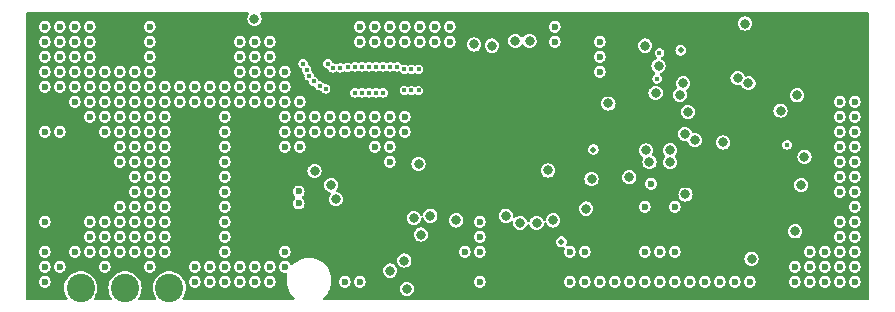
<source format=gbr>
%TF.GenerationSoftware,KiCad,Pcbnew,8.0.5*%
%TF.CreationDate,2024-10-15T10:19:28+03:00*%
%TF.ProjectId,LEXI-R422,4c455849-2d52-4343-9232-2e6b69636164,rev?*%
%TF.SameCoordinates,Original*%
%TF.FileFunction,Copper,L2,Inr*%
%TF.FilePolarity,Positive*%
%FSLAX46Y46*%
G04 Gerber Fmt 4.6, Leading zero omitted, Abs format (unit mm)*
G04 Created by KiCad (PCBNEW 8.0.5) date 2024-10-15 10:19:28*
%MOMM*%
%LPD*%
G01*
G04 APERTURE LIST*
%TA.AperFunction,ComponentPad*%
%ADD10C,0.600000*%
%TD*%
%TA.AperFunction,ComponentPad*%
%ADD11R,2.400000X2.400000*%
%TD*%
%TA.AperFunction,ComponentPad*%
%ADD12C,2.400000*%
%TD*%
%TA.AperFunction,ViaPad*%
%ADD13C,0.600000*%
%TD*%
%TA.AperFunction,ViaPad*%
%ADD14C,0.400000*%
%TD*%
%TA.AperFunction,ViaPad*%
%ADD15C,0.500000*%
%TD*%
%TA.AperFunction,ViaPad*%
%ADD16C,0.800000*%
%TD*%
G04 APERTURE END LIST*
D10*
%TO.N,GND*%
%TO.C,U1*%
X26450000Y6650000D03*
X26450000Y5650000D03*
%TD*%
D11*
%TO.N,/+3V6d*%
%TO.C,BT1*%
X11750000Y19500000D03*
D12*
%TO.N,GND*%
X11750000Y-1500000D03*
X15500000Y-1500000D03*
X8000000Y-1500000D03*
%TD*%
D13*
%TO.N,GND*%
X70993000Y-993657D03*
X17653000Y-993657D03*
X51943000Y18056343D03*
X18923000Y276343D03*
X53213000Y-993657D03*
X4953000Y4086343D03*
X22733000Y276343D03*
X72263000Y14246343D03*
X13843000Y14246343D03*
X41783000Y2816343D03*
X73533000Y276343D03*
X11303000Y10436343D03*
X73533000Y2816343D03*
X11303000Y9166343D03*
X12573000Y10436343D03*
X31623000Y-993657D03*
X73533000Y12976343D03*
X29083000Y12976343D03*
X31623000Y20596343D03*
X68453000Y-993657D03*
X25273000Y10436343D03*
X8763000Y19326343D03*
X70993000Y1546343D03*
D14*
X35400000Y15200000D03*
X32400000Y15000000D03*
D13*
X13843000Y11706343D03*
X7493000Y1546343D03*
X73533000Y4086343D03*
X10033000Y11706343D03*
X18923000Y14246343D03*
X21463000Y14246343D03*
X7493000Y18056343D03*
X10033000Y14246343D03*
X22733000Y16786343D03*
X6223000Y11706343D03*
X37973000Y20596343D03*
X6223000Y18056343D03*
X13843000Y4086343D03*
D14*
X57000000Y18400000D03*
D13*
X72263000Y1546343D03*
X39243000Y19326343D03*
X32893000Y11706343D03*
X73533000Y1546343D03*
X24003000Y14246343D03*
X4953000Y-993657D03*
X15113000Y9166343D03*
X13843000Y16786343D03*
X30353000Y12976343D03*
X20193000Y6626343D03*
D14*
X27130000Y16960000D03*
D13*
X50673000Y1546343D03*
X51943000Y16786343D03*
X24003000Y-993657D03*
X6223000Y15516343D03*
X22733000Y14246343D03*
X18923000Y-993657D03*
X22733000Y18056343D03*
X15113000Y11706343D03*
X12573000Y5356343D03*
D14*
X30590000Y17150000D03*
D13*
X34163000Y11706343D03*
X25273000Y276343D03*
X6223000Y276343D03*
X51943000Y-993657D03*
X6223000Y20596343D03*
X54483000Y-993657D03*
X51943000Y19326343D03*
X41783000Y4086343D03*
D14*
X31800000Y15000000D03*
D13*
X58293000Y-993657D03*
X20193000Y11706343D03*
X72263000Y276343D03*
X72263000Y6626343D03*
X11303000Y11706343D03*
X20193000Y2816343D03*
X15113000Y4086343D03*
X11303000Y5356343D03*
D14*
X32400000Y17200000D03*
D13*
X22733000Y-993657D03*
X73533000Y14246343D03*
X73533000Y-993657D03*
X20193000Y5356343D03*
X25273000Y15516343D03*
X26543000Y12976343D03*
X8763000Y1546343D03*
X30353000Y-993657D03*
X20193000Y7896343D03*
X13843000Y2816343D03*
X57023000Y-993657D03*
X72263000Y2816343D03*
X21463000Y19326343D03*
X13843000Y18056343D03*
X24003000Y16786343D03*
X16383000Y15516343D03*
X15113000Y1546343D03*
X7493000Y19326343D03*
X10033000Y276343D03*
X18923000Y15516343D03*
X4953000Y16786343D03*
X49403000Y1546343D03*
X73533000Y11706343D03*
X11303000Y4086343D03*
X21463000Y16786343D03*
D14*
X33000000Y15000000D03*
D15*
X51400000Y10200000D03*
D13*
X7493000Y15516343D03*
X59563000Y-993657D03*
X12573000Y11706343D03*
X26543000Y11706343D03*
X58293000Y5356343D03*
X50673000Y-993657D03*
X57023000Y1546343D03*
X21463000Y276343D03*
X55753000Y1546343D03*
X72263000Y12976343D03*
D14*
X28920000Y17470000D03*
D13*
X56300000Y7300000D03*
X17653000Y14246343D03*
X21463000Y18056343D03*
X63373000Y-993657D03*
X15113000Y5356343D03*
X12573000Y4086343D03*
X32893000Y10436343D03*
X10033000Y16786343D03*
X32893000Y20596343D03*
X20193000Y4086343D03*
X10033000Y15516343D03*
X8763000Y15516343D03*
X34163000Y20596343D03*
X12573000Y2816343D03*
X13843000Y19326343D03*
X24003000Y18056343D03*
X25273000Y12976343D03*
X35433000Y19326343D03*
X21463000Y15516343D03*
X12573000Y1546343D03*
X13843000Y5356343D03*
X13843000Y9166343D03*
X24003000Y276343D03*
X55753000Y5356343D03*
X24003000Y19326343D03*
X27813000Y11706343D03*
X68453000Y276343D03*
X31623000Y12976343D03*
X32893000Y19326343D03*
X13843000Y15516343D03*
X4953000Y18056343D03*
D14*
X29990000Y17120000D03*
D13*
X7493000Y20596343D03*
D14*
X26840000Y17480000D03*
X36000000Y15200000D03*
D13*
X41783000Y1546343D03*
D14*
X28220000Y15600000D03*
D13*
X72263000Y9166343D03*
X8763000Y12976343D03*
X13843000Y6626343D03*
X15113000Y14246343D03*
D16*
X22707600Y21285200D03*
D13*
X15113000Y15516343D03*
X20193000Y276343D03*
X20193000Y1546343D03*
X70993000Y276343D03*
D14*
X31200000Y15000000D03*
D13*
X36703000Y20596343D03*
X34163000Y19326343D03*
D14*
X29340000Y17120000D03*
D13*
X69723000Y276343D03*
X64643000Y-993657D03*
X58293000Y1546343D03*
X29083000Y11706343D03*
X27813000Y12976343D03*
X11303000Y2816343D03*
X7493000Y16786343D03*
X4953000Y15516343D03*
X15113000Y12976343D03*
X34163000Y12976343D03*
X30353000Y11706343D03*
X73533000Y10436343D03*
X39243000Y20596343D03*
X35433000Y20596343D03*
X73533000Y7896343D03*
X48133000Y19326343D03*
X73533000Y6626343D03*
X4953000Y11706343D03*
X26543000Y10436343D03*
X25273000Y11706343D03*
X4953000Y276343D03*
X12573000Y16786343D03*
X20193000Y12976343D03*
X36703000Y19326343D03*
X16383000Y14246343D03*
X4953000Y20596343D03*
X8763000Y16786343D03*
X60833000Y-993657D03*
X8763000Y2816343D03*
X12573000Y7896343D03*
X26543000Y14246343D03*
X15113000Y2816343D03*
X25273000Y1546343D03*
X35433000Y12976343D03*
X72263000Y11706343D03*
X7493000Y14246343D03*
X4953000Y19326343D03*
X11303000Y12976343D03*
D14*
X31800000Y17200000D03*
D13*
X10033000Y12976343D03*
X17653000Y15516343D03*
X41783000Y-993657D03*
X32893000Y12976343D03*
X73533000Y9166343D03*
D14*
X31200000Y17200000D03*
D13*
X20193000Y9166343D03*
X10033000Y1546343D03*
X4953000Y1546343D03*
X6223000Y16786343D03*
X15113000Y6626343D03*
D14*
X28740000Y15350000D03*
D13*
X15113000Y10436343D03*
X13843000Y276343D03*
X20193000Y-993657D03*
X24003000Y15516343D03*
X10033000Y4086343D03*
X12573000Y14246343D03*
X22733000Y19326343D03*
X8763000Y4086343D03*
X55753000Y-993657D03*
X11303000Y14246343D03*
X72263000Y7896343D03*
X10033000Y2816343D03*
X20193000Y15516343D03*
X8763000Y20596343D03*
D14*
X34800000Y17200000D03*
D13*
X11303000Y15516343D03*
X25273000Y16786343D03*
D14*
X36600000Y17000000D03*
X36000000Y17000000D03*
D13*
X20193000Y10436343D03*
X34163000Y9166343D03*
X40513000Y1546343D03*
X31623000Y19326343D03*
D14*
X67800000Y10600000D03*
D13*
X8763000Y18056343D03*
D14*
X33000000Y17200000D03*
D13*
X73533000Y5356343D03*
X13843000Y20596343D03*
D14*
X33600000Y15000000D03*
D13*
X72263000Y-993657D03*
X72263000Y4086343D03*
D14*
X27350000Y16440000D03*
X35400000Y17000000D03*
X27740000Y15970000D03*
D13*
X49403000Y-993657D03*
X11303000Y16786343D03*
X72263000Y10436343D03*
X12573000Y9166343D03*
X12573000Y12976343D03*
X13843000Y12976343D03*
X6223000Y19326343D03*
D14*
X33600000Y17200000D03*
D13*
X69723000Y1546343D03*
X13843000Y10436343D03*
D14*
X34200000Y17200000D03*
D13*
X12573000Y6626343D03*
X31623000Y11706343D03*
X69723000Y-993657D03*
X34163000Y10436343D03*
X15113000Y7896343D03*
X21463000Y-993657D03*
X17653000Y276343D03*
X20193000Y14246343D03*
X25273000Y14246343D03*
X37973000Y19326343D03*
X62103000Y-993657D03*
D14*
X36600000Y15200000D03*
X56800000Y16200000D03*
D13*
X22733000Y15516343D03*
X12573000Y15516343D03*
X13843000Y1546343D03*
X13843000Y7896343D03*
X48133000Y20596343D03*
X35433000Y11706343D03*
X11303000Y1546343D03*
X8763000Y14246343D03*
D16*
%TO.N,/uRST*%
X56675000Y15000000D03*
X48000000Y4200000D03*
%TO.N,/uCLK*%
X46600000Y4000000D03*
X56920000Y17280000D03*
%TO.N,/uData*%
X45200000Y4000000D03*
X55800000Y19000000D03*
D15*
%TO.N,/uVDD*%
X48700000Y2400000D03*
D16*
X44000000Y4600000D03*
%TO.N,/VBAT*%
X29200000Y7200000D03*
X36200000Y4400000D03*
X39800000Y4200000D03*
X35400000Y800000D03*
X37600000Y4600000D03*
X35600000Y-1600000D03*
X36800000Y3000000D03*
X29600000Y6000000D03*
X27800000Y8400000D03*
%TO.N,/uPWRKEY*%
X64800000Y959998D03*
%TO.N,/uDTR*%
X63616429Y16235000D03*
%TO.N,/TxD*%
X69275000Y9600000D03*
%TO.N,/RxD*%
X69000000Y7200000D03*
%TO.N,/uDCD*%
X64532815Y15808952D03*
%TO.N,/RXD*%
X59148889Y11524985D03*
X41300000Y19100000D03*
X56152123Y9135421D03*
%TO.N,/TXD*%
X60000000Y11000000D03*
X57900000Y10150000D03*
X42800000Y19000000D03*
%TO.N,/VDD_EXT*%
X59200000Y6400000D03*
X36600000Y9000000D03*
X59000000Y15800000D03*
D15*
X58800000Y18600000D03*
D16*
%TO.N,/DTR*%
X46000000Y19400000D03*
X55850000Y10124985D03*
X59400000Y13400000D03*
%TO.N,/DCD*%
X44800000Y19400000D03*
%TO.N,/PWRKEY*%
X50800000Y5200000D03*
%TO.N,/Alim*%
X34200000Y-50000D03*
%TO.N,/+3V6d*%
X22750000Y8400000D03*
X69400000Y16000000D03*
X22750000Y5800000D03*
X24400000Y8600000D03*
X25000000Y4800000D03*
X22750000Y11000000D03*
X22750000Y3000000D03*
%TO.N,/+3V3_UC*%
X68500000Y3275000D03*
X67250000Y13500000D03*
X62400000Y10800000D03*
%TO.N,/Vbus*%
X58725000Y14838555D03*
X52675000Y14100000D03*
%TO.N,/U5V*%
X54450000Y7850000D03*
X51250000Y7700000D03*
%TO.N,/P99*%
X57900001Y9125000D03*
X47557087Y8427165D03*
%TO.N,/Network*%
X64246154Y20869231D03*
%TO.N,/PowerDown*%
X68660000Y14790000D03*
%TD*%
%TA.AperFunction,Conductor*%
%TO.N,/+3V6d*%
G36*
X22188557Y21819398D02*
G01*
X22235050Y21765742D01*
X22245154Y21695468D01*
X22220398Y21636696D01*
X22183068Y21588047D01*
X22183063Y21588039D01*
X22122555Y21441960D01*
X22101918Y21285200D01*
X22101918Y21285199D01*
X22122555Y21128439D01*
X22183063Y20982360D01*
X22183065Y20982357D01*
X22279318Y20856918D01*
X22404757Y20760665D01*
X22404760Y20760663D01*
X22550839Y20700155D01*
X22707600Y20679518D01*
X22864360Y20700155D01*
X23010439Y20760663D01*
X23010442Y20760665D01*
X23135882Y20856918D01*
X23232136Y20982359D01*
X23292644Y21128438D01*
X23313282Y21285200D01*
X23292644Y21441962D01*
X23232136Y21588041D01*
X23194802Y21636696D01*
X23169201Y21702916D01*
X23183466Y21772465D01*
X23233067Y21823261D01*
X23294764Y21839400D01*
X74629800Y21839400D01*
X74697921Y21819398D01*
X74744414Y21765742D01*
X74755800Y21713400D01*
X74755800Y-2399000D01*
X74735798Y-2467121D01*
X74682142Y-2513614D01*
X74629800Y-2525000D01*
X28658320Y-2525000D01*
X28590199Y-2504998D01*
X28543706Y-2451342D01*
X28533602Y-2381068D01*
X28563096Y-2316488D01*
X28581614Y-2299039D01*
X28583592Y-2297520D01*
X28586176Y-2295538D01*
X28762338Y-2119376D01*
X28913999Y-1921727D01*
X29038564Y-1705973D01*
X29082460Y-1599999D01*
X34994318Y-1599999D01*
X34994318Y-1600000D01*
X35014955Y-1756760D01*
X35014956Y-1756762D01*
X35075464Y-1902841D01*
X35171718Y-2028282D01*
X35297159Y-2124536D01*
X35443238Y-2185044D01*
X35600000Y-2205682D01*
X35756762Y-2185044D01*
X35902841Y-2124536D01*
X36028282Y-2028282D01*
X36124536Y-1902841D01*
X36185044Y-1756762D01*
X36205682Y-1600000D01*
X36185044Y-1443238D01*
X36124536Y-1297159D01*
X36028282Y-1171718D01*
X35902841Y-1075464D01*
X35826147Y-1043696D01*
X35756760Y-1014955D01*
X35600000Y-994318D01*
X35443239Y-1014955D01*
X35297160Y-1075463D01*
X35297157Y-1075465D01*
X35171718Y-1171718D01*
X35075465Y-1297157D01*
X35075463Y-1297160D01*
X35014955Y-1443239D01*
X34994318Y-1599999D01*
X29082460Y-1599999D01*
X29133902Y-1475807D01*
X29198382Y-1235165D01*
X29230177Y-993657D01*
X29847353Y-993657D01*
X29867835Y-1136113D01*
X29927623Y-1267030D01*
X30021873Y-1375801D01*
X30082409Y-1414705D01*
X30142947Y-1453610D01*
X30281039Y-1494157D01*
X30424961Y-1494157D01*
X30563053Y-1453610D01*
X30684128Y-1375800D01*
X30778377Y-1267030D01*
X30838165Y-1136114D01*
X30858647Y-993657D01*
X31117353Y-993657D01*
X31137835Y-1136113D01*
X31197623Y-1267030D01*
X31291873Y-1375801D01*
X31352409Y-1414705D01*
X31412947Y-1453610D01*
X31551039Y-1494157D01*
X31694961Y-1494157D01*
X31833053Y-1453610D01*
X31954128Y-1375800D01*
X32048377Y-1267030D01*
X32108165Y-1136114D01*
X32128647Y-993657D01*
X41277353Y-993657D01*
X41297835Y-1136113D01*
X41357623Y-1267030D01*
X41451873Y-1375801D01*
X41512409Y-1414705D01*
X41572947Y-1453610D01*
X41711039Y-1494157D01*
X41854961Y-1494157D01*
X41993053Y-1453610D01*
X42114128Y-1375800D01*
X42208377Y-1267030D01*
X42268165Y-1136114D01*
X42288647Y-993657D01*
X48897353Y-993657D01*
X48917835Y-1136113D01*
X48977623Y-1267030D01*
X49071873Y-1375801D01*
X49132409Y-1414705D01*
X49192947Y-1453610D01*
X49331039Y-1494157D01*
X49474961Y-1494157D01*
X49613053Y-1453610D01*
X49734128Y-1375800D01*
X49828377Y-1267030D01*
X49888165Y-1136114D01*
X49908647Y-993657D01*
X50167353Y-993657D01*
X50187835Y-1136113D01*
X50247623Y-1267030D01*
X50341873Y-1375801D01*
X50402409Y-1414705D01*
X50462947Y-1453610D01*
X50601039Y-1494157D01*
X50744961Y-1494157D01*
X50883053Y-1453610D01*
X51004128Y-1375800D01*
X51098377Y-1267030D01*
X51158165Y-1136114D01*
X51178647Y-993657D01*
X51437353Y-993657D01*
X51457835Y-1136113D01*
X51517623Y-1267030D01*
X51611873Y-1375801D01*
X51672409Y-1414705D01*
X51732947Y-1453610D01*
X51871039Y-1494157D01*
X52014961Y-1494157D01*
X52153053Y-1453610D01*
X52274128Y-1375800D01*
X52368377Y-1267030D01*
X52428165Y-1136114D01*
X52448647Y-993657D01*
X52707353Y-993657D01*
X52727835Y-1136113D01*
X52787623Y-1267030D01*
X52881873Y-1375801D01*
X52942409Y-1414705D01*
X53002947Y-1453610D01*
X53141039Y-1494157D01*
X53284961Y-1494157D01*
X53423053Y-1453610D01*
X53544128Y-1375800D01*
X53638377Y-1267030D01*
X53698165Y-1136114D01*
X53718647Y-993657D01*
X53977353Y-993657D01*
X53997835Y-1136113D01*
X54057623Y-1267030D01*
X54151873Y-1375801D01*
X54212409Y-1414705D01*
X54272947Y-1453610D01*
X54411039Y-1494157D01*
X54554961Y-1494157D01*
X54693053Y-1453610D01*
X54814128Y-1375800D01*
X54908377Y-1267030D01*
X54968165Y-1136114D01*
X54988647Y-993657D01*
X55247353Y-993657D01*
X55267835Y-1136113D01*
X55327623Y-1267030D01*
X55421873Y-1375801D01*
X55482409Y-1414705D01*
X55542947Y-1453610D01*
X55681039Y-1494157D01*
X55824961Y-1494157D01*
X55963053Y-1453610D01*
X56084128Y-1375800D01*
X56178377Y-1267030D01*
X56238165Y-1136114D01*
X56258647Y-993657D01*
X56517353Y-993657D01*
X56537835Y-1136113D01*
X56597623Y-1267030D01*
X56691873Y-1375801D01*
X56752409Y-1414705D01*
X56812947Y-1453610D01*
X56951039Y-1494157D01*
X57094961Y-1494157D01*
X57233053Y-1453610D01*
X57354128Y-1375800D01*
X57448377Y-1267030D01*
X57508165Y-1136114D01*
X57528647Y-993657D01*
X57787353Y-993657D01*
X57807835Y-1136113D01*
X57867623Y-1267030D01*
X57961873Y-1375801D01*
X58022409Y-1414705D01*
X58082947Y-1453610D01*
X58221039Y-1494157D01*
X58364961Y-1494157D01*
X58503053Y-1453610D01*
X58624128Y-1375800D01*
X58718377Y-1267030D01*
X58778165Y-1136114D01*
X58798647Y-993657D01*
X59057353Y-993657D01*
X59077835Y-1136113D01*
X59137623Y-1267030D01*
X59231873Y-1375801D01*
X59292409Y-1414705D01*
X59352947Y-1453610D01*
X59491039Y-1494157D01*
X59634961Y-1494157D01*
X59773053Y-1453610D01*
X59894128Y-1375800D01*
X59988377Y-1267030D01*
X60048165Y-1136114D01*
X60068647Y-993657D01*
X60327353Y-993657D01*
X60347835Y-1136113D01*
X60407623Y-1267030D01*
X60501873Y-1375801D01*
X60562409Y-1414705D01*
X60622947Y-1453610D01*
X60761039Y-1494157D01*
X60904961Y-1494157D01*
X61043053Y-1453610D01*
X61164128Y-1375800D01*
X61258377Y-1267030D01*
X61318165Y-1136114D01*
X61338647Y-993657D01*
X61597353Y-993657D01*
X61617835Y-1136113D01*
X61677623Y-1267030D01*
X61771873Y-1375801D01*
X61832409Y-1414705D01*
X61892947Y-1453610D01*
X62031039Y-1494157D01*
X62174961Y-1494157D01*
X62313053Y-1453610D01*
X62434128Y-1375800D01*
X62528377Y-1267030D01*
X62588165Y-1136114D01*
X62608647Y-993657D01*
X62867353Y-993657D01*
X62887835Y-1136113D01*
X62947623Y-1267030D01*
X63041873Y-1375801D01*
X63102409Y-1414705D01*
X63162947Y-1453610D01*
X63301039Y-1494157D01*
X63444961Y-1494157D01*
X63583053Y-1453610D01*
X63704128Y-1375800D01*
X63798377Y-1267030D01*
X63858165Y-1136114D01*
X63878647Y-993657D01*
X64137353Y-993657D01*
X64157835Y-1136113D01*
X64217623Y-1267030D01*
X64311873Y-1375801D01*
X64372409Y-1414705D01*
X64432947Y-1453610D01*
X64571039Y-1494157D01*
X64714961Y-1494157D01*
X64853053Y-1453610D01*
X64974128Y-1375800D01*
X65068377Y-1267030D01*
X65128165Y-1136114D01*
X65148647Y-993657D01*
X67947353Y-993657D01*
X67967835Y-1136113D01*
X68027623Y-1267030D01*
X68121873Y-1375801D01*
X68182409Y-1414705D01*
X68242947Y-1453610D01*
X68381039Y-1494157D01*
X68524961Y-1494157D01*
X68663053Y-1453610D01*
X68784128Y-1375800D01*
X68878377Y-1267030D01*
X68938165Y-1136114D01*
X68958647Y-993657D01*
X69217353Y-993657D01*
X69237835Y-1136113D01*
X69297623Y-1267030D01*
X69391873Y-1375801D01*
X69452409Y-1414705D01*
X69512947Y-1453610D01*
X69651039Y-1494157D01*
X69794961Y-1494157D01*
X69933053Y-1453610D01*
X70054128Y-1375800D01*
X70148377Y-1267030D01*
X70208165Y-1136114D01*
X70228647Y-993657D01*
X70487353Y-993657D01*
X70507835Y-1136113D01*
X70567623Y-1267030D01*
X70661873Y-1375801D01*
X70722409Y-1414705D01*
X70782947Y-1453610D01*
X70921039Y-1494157D01*
X71064961Y-1494157D01*
X71203053Y-1453610D01*
X71324128Y-1375800D01*
X71418377Y-1267030D01*
X71478165Y-1136114D01*
X71498647Y-993657D01*
X71757353Y-993657D01*
X71777835Y-1136113D01*
X71837623Y-1267030D01*
X71931873Y-1375801D01*
X71992409Y-1414705D01*
X72052947Y-1453610D01*
X72191039Y-1494157D01*
X72334961Y-1494157D01*
X72473053Y-1453610D01*
X72594128Y-1375800D01*
X72688377Y-1267030D01*
X72748165Y-1136114D01*
X72768647Y-993657D01*
X73027353Y-993657D01*
X73047835Y-1136113D01*
X73107623Y-1267030D01*
X73201873Y-1375801D01*
X73262409Y-1414705D01*
X73322947Y-1453610D01*
X73461039Y-1494157D01*
X73604961Y-1494157D01*
X73743053Y-1453610D01*
X73864128Y-1375800D01*
X73958377Y-1267030D01*
X74018165Y-1136114D01*
X74038647Y-993657D01*
X74018165Y-851200D01*
X73958377Y-720284D01*
X73864128Y-611514D01*
X73864127Y-611513D01*
X73864126Y-611512D01*
X73743053Y-533704D01*
X73604961Y-493157D01*
X73461039Y-493157D01*
X73322946Y-533704D01*
X73201873Y-611512D01*
X73107623Y-720283D01*
X73047835Y-851200D01*
X73027353Y-993657D01*
X72768647Y-993657D01*
X72748165Y-851200D01*
X72688377Y-720284D01*
X72594128Y-611514D01*
X72594127Y-611513D01*
X72594126Y-611512D01*
X72473053Y-533704D01*
X72334961Y-493157D01*
X72191039Y-493157D01*
X72052946Y-533704D01*
X71931873Y-611512D01*
X71837623Y-720283D01*
X71777835Y-851200D01*
X71757353Y-993657D01*
X71498647Y-993657D01*
X71478165Y-851200D01*
X71418377Y-720284D01*
X71324128Y-611514D01*
X71324127Y-611513D01*
X71324126Y-611512D01*
X71203053Y-533704D01*
X71064961Y-493157D01*
X70921039Y-493157D01*
X70782946Y-533704D01*
X70661873Y-611512D01*
X70567623Y-720283D01*
X70507835Y-851200D01*
X70487353Y-993657D01*
X70228647Y-993657D01*
X70208165Y-851200D01*
X70148377Y-720284D01*
X70054128Y-611514D01*
X70054127Y-611513D01*
X70054126Y-611512D01*
X69933053Y-533704D01*
X69794961Y-493157D01*
X69651039Y-493157D01*
X69512946Y-533704D01*
X69391873Y-611512D01*
X69297623Y-720283D01*
X69237835Y-851200D01*
X69217353Y-993657D01*
X68958647Y-993657D01*
X68938165Y-851200D01*
X68878377Y-720284D01*
X68784128Y-611514D01*
X68784127Y-611513D01*
X68784126Y-611512D01*
X68663053Y-533704D01*
X68524961Y-493157D01*
X68381039Y-493157D01*
X68242946Y-533704D01*
X68121873Y-611512D01*
X68027623Y-720283D01*
X67967835Y-851200D01*
X67947353Y-993657D01*
X65148647Y-993657D01*
X65128165Y-851200D01*
X65068377Y-720284D01*
X64974128Y-611514D01*
X64974127Y-611513D01*
X64974126Y-611512D01*
X64853053Y-533704D01*
X64714961Y-493157D01*
X64571039Y-493157D01*
X64432946Y-533704D01*
X64311873Y-611512D01*
X64217623Y-720283D01*
X64157835Y-851200D01*
X64137353Y-993657D01*
X63878647Y-993657D01*
X63858165Y-851200D01*
X63798377Y-720284D01*
X63704128Y-611514D01*
X63704127Y-611513D01*
X63704126Y-611512D01*
X63583053Y-533704D01*
X63444961Y-493157D01*
X63301039Y-493157D01*
X63162946Y-533704D01*
X63041873Y-611512D01*
X62947623Y-720283D01*
X62887835Y-851200D01*
X62867353Y-993657D01*
X62608647Y-993657D01*
X62588165Y-851200D01*
X62528377Y-720284D01*
X62434128Y-611514D01*
X62434127Y-611513D01*
X62434126Y-611512D01*
X62313053Y-533704D01*
X62174961Y-493157D01*
X62031039Y-493157D01*
X61892946Y-533704D01*
X61771873Y-611512D01*
X61677623Y-720283D01*
X61617835Y-851200D01*
X61597353Y-993657D01*
X61338647Y-993657D01*
X61318165Y-851200D01*
X61258377Y-720284D01*
X61164128Y-611514D01*
X61164127Y-611513D01*
X61164126Y-611512D01*
X61043053Y-533704D01*
X60904961Y-493157D01*
X60761039Y-493157D01*
X60622946Y-533704D01*
X60501873Y-611512D01*
X60407623Y-720283D01*
X60347835Y-851200D01*
X60327353Y-993657D01*
X60068647Y-993657D01*
X60048165Y-851200D01*
X59988377Y-720284D01*
X59894128Y-611514D01*
X59894127Y-611513D01*
X59894126Y-611512D01*
X59773053Y-533704D01*
X59634961Y-493157D01*
X59491039Y-493157D01*
X59352946Y-533704D01*
X59231873Y-611512D01*
X59137623Y-720283D01*
X59077835Y-851200D01*
X59057353Y-993657D01*
X58798647Y-993657D01*
X58778165Y-851200D01*
X58718377Y-720284D01*
X58624128Y-611514D01*
X58624127Y-611513D01*
X58624126Y-611512D01*
X58503053Y-533704D01*
X58364961Y-493157D01*
X58221039Y-493157D01*
X58082946Y-533704D01*
X57961873Y-611512D01*
X57867623Y-720283D01*
X57807835Y-851200D01*
X57787353Y-993657D01*
X57528647Y-993657D01*
X57508165Y-851200D01*
X57448377Y-720284D01*
X57354128Y-611514D01*
X57354127Y-611513D01*
X57354126Y-611512D01*
X57233053Y-533704D01*
X57094961Y-493157D01*
X56951039Y-493157D01*
X56812946Y-533704D01*
X56691873Y-611512D01*
X56597623Y-720283D01*
X56537835Y-851200D01*
X56517353Y-993657D01*
X56258647Y-993657D01*
X56238165Y-851200D01*
X56178377Y-720284D01*
X56084128Y-611514D01*
X56084127Y-611513D01*
X56084126Y-611512D01*
X55963053Y-533704D01*
X55824961Y-493157D01*
X55681039Y-493157D01*
X55542946Y-533704D01*
X55421873Y-611512D01*
X55327623Y-720283D01*
X55267835Y-851200D01*
X55247353Y-993657D01*
X54988647Y-993657D01*
X54968165Y-851200D01*
X54908377Y-720284D01*
X54814128Y-611514D01*
X54814127Y-611513D01*
X54814126Y-611512D01*
X54693053Y-533704D01*
X54554961Y-493157D01*
X54411039Y-493157D01*
X54272946Y-533704D01*
X54151873Y-611512D01*
X54057623Y-720283D01*
X53997835Y-851200D01*
X53977353Y-993657D01*
X53718647Y-993657D01*
X53698165Y-851200D01*
X53638377Y-720284D01*
X53544128Y-611514D01*
X53544127Y-611513D01*
X53544126Y-611512D01*
X53423053Y-533704D01*
X53284961Y-493157D01*
X53141039Y-493157D01*
X53002946Y-533704D01*
X52881873Y-611512D01*
X52787623Y-720283D01*
X52727835Y-851200D01*
X52707353Y-993657D01*
X52448647Y-993657D01*
X52428165Y-851200D01*
X52368377Y-720284D01*
X52274128Y-611514D01*
X52274127Y-611513D01*
X52274126Y-611512D01*
X52153053Y-533704D01*
X52014961Y-493157D01*
X51871039Y-493157D01*
X51732946Y-533704D01*
X51611873Y-611512D01*
X51517623Y-720283D01*
X51457835Y-851200D01*
X51437353Y-993657D01*
X51178647Y-993657D01*
X51158165Y-851200D01*
X51098377Y-720284D01*
X51004128Y-611514D01*
X51004127Y-611513D01*
X51004126Y-611512D01*
X50883053Y-533704D01*
X50744961Y-493157D01*
X50601039Y-493157D01*
X50462946Y-533704D01*
X50341873Y-611512D01*
X50247623Y-720283D01*
X50187835Y-851200D01*
X50167353Y-993657D01*
X49908647Y-993657D01*
X49888165Y-851200D01*
X49828377Y-720284D01*
X49734128Y-611514D01*
X49734127Y-611513D01*
X49734126Y-611512D01*
X49613053Y-533704D01*
X49474961Y-493157D01*
X49331039Y-493157D01*
X49192946Y-533704D01*
X49071873Y-611512D01*
X48977623Y-720283D01*
X48917835Y-851200D01*
X48897353Y-993657D01*
X42288647Y-993657D01*
X42268165Y-851200D01*
X42208377Y-720284D01*
X42114128Y-611514D01*
X42114127Y-611513D01*
X42114126Y-611512D01*
X41993053Y-533704D01*
X41854961Y-493157D01*
X41711039Y-493157D01*
X41572946Y-533704D01*
X41451873Y-611512D01*
X41357623Y-720283D01*
X41297835Y-851200D01*
X41277353Y-993657D01*
X32128647Y-993657D01*
X32108165Y-851200D01*
X32048377Y-720284D01*
X31954128Y-611514D01*
X31954127Y-611513D01*
X31954126Y-611512D01*
X31833053Y-533704D01*
X31694961Y-493157D01*
X31551039Y-493157D01*
X31412946Y-533704D01*
X31291873Y-611512D01*
X31197623Y-720283D01*
X31137835Y-851200D01*
X31117353Y-993657D01*
X30858647Y-993657D01*
X30838165Y-851200D01*
X30778377Y-720284D01*
X30684128Y-611514D01*
X30684127Y-611513D01*
X30684126Y-611512D01*
X30563053Y-533704D01*
X30424961Y-493157D01*
X30281039Y-493157D01*
X30142946Y-533704D01*
X30021873Y-611512D01*
X29927623Y-720283D01*
X29867835Y-851200D01*
X29847353Y-993657D01*
X29230177Y-993657D01*
X29230900Y-988165D01*
X29230900Y-739035D01*
X29198382Y-492035D01*
X29133902Y-251393D01*
X29050482Y-49999D01*
X33594318Y-49999D01*
X33594318Y-50000D01*
X33614955Y-206760D01*
X33663323Y-323529D01*
X33675464Y-352841D01*
X33771718Y-478282D01*
X33897159Y-574536D01*
X34043238Y-635044D01*
X34200000Y-655682D01*
X34356762Y-635044D01*
X34502841Y-574536D01*
X34628282Y-478282D01*
X34724536Y-352841D01*
X34785044Y-206762D01*
X34805682Y-50000D01*
X34785044Y106762D01*
X34724536Y252841D01*
X34628282Y378282D01*
X34502841Y474536D01*
X34356762Y535044D01*
X34200000Y555682D01*
X34043238Y535044D01*
X33897159Y474536D01*
X33771718Y378282D01*
X33675465Y252842D01*
X33675463Y252839D01*
X33614955Y106760D01*
X33594318Y-49999D01*
X29050482Y-49999D01*
X29038564Y-21227D01*
X29038558Y-21218D01*
X29038557Y-21214D01*
X28949010Y133886D01*
X28913999Y194527D01*
X28762338Y392176D01*
X28586176Y568338D01*
X28388527Y719999D01*
X28249961Y800000D01*
X34794318Y800000D01*
X34794318Y799999D01*
X34814955Y643239D01*
X34875463Y497160D01*
X34875465Y497157D01*
X34971718Y371718D01*
X35097157Y275465D01*
X35097160Y275463D01*
X35243239Y214955D01*
X35400000Y194318D01*
X35556760Y214955D01*
X35702839Y275463D01*
X35702842Y275465D01*
X35703986Y276343D01*
X67947353Y276343D01*
X67967835Y133886D01*
X68027623Y2969D01*
X68121873Y-105801D01*
X68171514Y-137703D01*
X68242947Y-183610D01*
X68381039Y-224157D01*
X68524961Y-224157D01*
X68663053Y-183610D01*
X68784128Y-105800D01*
X68878377Y2970D01*
X68938165Y133886D01*
X68958647Y276343D01*
X69217353Y276343D01*
X69237835Y133886D01*
X69297623Y2969D01*
X69391873Y-105801D01*
X69441514Y-137703D01*
X69512947Y-183610D01*
X69651039Y-224157D01*
X69794961Y-224157D01*
X69933053Y-183610D01*
X70054128Y-105800D01*
X70148377Y2970D01*
X70208165Y133886D01*
X70228647Y276343D01*
X70487353Y276343D01*
X70507835Y133886D01*
X70567623Y2969D01*
X70661873Y-105801D01*
X70711514Y-137703D01*
X70782947Y-183610D01*
X70921039Y-224157D01*
X71064961Y-224157D01*
X71203053Y-183610D01*
X71324128Y-105800D01*
X71418377Y2970D01*
X71478165Y133886D01*
X71498647Y276343D01*
X71757353Y276343D01*
X71777835Y133886D01*
X71837623Y2969D01*
X71931873Y-105801D01*
X71981514Y-137703D01*
X72052947Y-183610D01*
X72191039Y-224157D01*
X72334961Y-224157D01*
X72473053Y-183610D01*
X72594128Y-105800D01*
X72688377Y2970D01*
X72748165Y133886D01*
X72768647Y276343D01*
X73027353Y276343D01*
X73047835Y133886D01*
X73107623Y2969D01*
X73201873Y-105801D01*
X73251514Y-137703D01*
X73322947Y-183610D01*
X73461039Y-224157D01*
X73604961Y-224157D01*
X73743053Y-183610D01*
X73864128Y-105800D01*
X73958377Y2970D01*
X74018165Y133886D01*
X74038647Y276343D01*
X74018165Y418800D01*
X73958377Y549716D01*
X73864128Y658486D01*
X73743053Y736296D01*
X73604961Y776843D01*
X73461039Y776843D01*
X73322947Y736296D01*
X73262409Y697391D01*
X73201873Y658487D01*
X73201872Y658486D01*
X73107623Y549716D01*
X73047835Y418800D01*
X73042009Y378281D01*
X73027353Y276343D01*
X72768647Y276343D01*
X72748165Y418800D01*
X72688377Y549716D01*
X72594128Y658486D01*
X72473053Y736296D01*
X72334961Y776843D01*
X72191039Y776843D01*
X72052947Y736296D01*
X71992409Y697391D01*
X71931873Y658487D01*
X71931872Y658486D01*
X71837623Y549716D01*
X71777835Y418800D01*
X71772009Y378281D01*
X71757353Y276343D01*
X71498647Y276343D01*
X71478165Y418800D01*
X71418377Y549716D01*
X71324128Y658486D01*
X71203053Y736296D01*
X71064961Y776843D01*
X70921039Y776843D01*
X70782947Y736296D01*
X70722409Y697391D01*
X70661873Y658487D01*
X70661872Y658486D01*
X70567623Y549716D01*
X70507835Y418800D01*
X70502009Y378281D01*
X70487353Y276343D01*
X70228647Y276343D01*
X70208165Y418800D01*
X70148377Y549716D01*
X70054128Y658486D01*
X69933053Y736296D01*
X69794961Y776843D01*
X69651039Y776843D01*
X69512947Y736296D01*
X69452409Y697391D01*
X69391873Y658487D01*
X69391872Y658486D01*
X69297623Y549716D01*
X69237835Y418800D01*
X69232009Y378281D01*
X69217353Y276343D01*
X68958647Y276343D01*
X68938165Y418800D01*
X68878377Y549716D01*
X68784128Y658486D01*
X68663053Y736296D01*
X68524961Y776843D01*
X68381039Y776843D01*
X68242947Y736296D01*
X68182409Y697391D01*
X68121873Y658487D01*
X68121872Y658486D01*
X68027623Y549716D01*
X67967835Y418800D01*
X67962009Y378281D01*
X67947353Y276343D01*
X35703986Y276343D01*
X35828282Y371718D01*
X35924536Y497159D01*
X35985044Y643238D01*
X36005682Y800000D01*
X35985044Y956762D01*
X35983704Y959998D01*
X64194318Y959998D01*
X64194318Y959997D01*
X64214955Y803237D01*
X64275463Y657158D01*
X64275465Y657155D01*
X64371718Y531716D01*
X64497157Y435463D01*
X64497160Y435461D01*
X64643239Y374953D01*
X64800000Y354316D01*
X64956760Y374953D01*
X65102839Y435461D01*
X65102842Y435463D01*
X65146920Y469285D01*
X65228282Y531716D01*
X65324536Y657157D01*
X65385044Y803236D01*
X65405682Y959998D01*
X65385044Y1116760D01*
X65324536Y1262839D01*
X65228282Y1388280D01*
X65102841Y1484534D01*
X64956762Y1545042D01*
X64946880Y1546343D01*
X69217353Y1546343D01*
X69237835Y1403886D01*
X69297623Y1272969D01*
X69391873Y1164198D01*
X69512946Y1086390D01*
X69651039Y1045843D01*
X69794961Y1045843D01*
X69933053Y1086390D01*
X70054126Y1164198D01*
X70139599Y1262839D01*
X70148377Y1272970D01*
X70208165Y1403886D01*
X70228647Y1546343D01*
X70487353Y1546343D01*
X70507835Y1403886D01*
X70567623Y1272969D01*
X70661873Y1164198D01*
X70782946Y1086390D01*
X70921039Y1045843D01*
X71064961Y1045843D01*
X71203053Y1086390D01*
X71324126Y1164198D01*
X71409599Y1262839D01*
X71418377Y1272970D01*
X71478165Y1403886D01*
X71498647Y1546343D01*
X71757353Y1546343D01*
X71777835Y1403886D01*
X71837623Y1272969D01*
X71931873Y1164198D01*
X72052946Y1086390D01*
X72191039Y1045843D01*
X72334961Y1045843D01*
X72473053Y1086390D01*
X72594126Y1164198D01*
X72679599Y1262839D01*
X72688377Y1272970D01*
X72748165Y1403886D01*
X72768647Y1546343D01*
X73027353Y1546343D01*
X73047835Y1403886D01*
X73107623Y1272969D01*
X73201873Y1164198D01*
X73322946Y1086390D01*
X73461039Y1045843D01*
X73604961Y1045843D01*
X73743053Y1086390D01*
X73864126Y1164198D01*
X73949599Y1262839D01*
X73958377Y1272970D01*
X74018165Y1403886D01*
X74038647Y1546343D01*
X74018165Y1688800D01*
X73958377Y1819716D01*
X73864128Y1928486D01*
X73743053Y2006296D01*
X73604961Y2046843D01*
X73461039Y2046843D01*
X73322947Y2006296D01*
X73291363Y1985998D01*
X73201873Y1928487D01*
X73107623Y1819716D01*
X73047835Y1688799D01*
X73027353Y1546343D01*
X72768647Y1546343D01*
X72748165Y1688800D01*
X72688377Y1819716D01*
X72594128Y1928486D01*
X72473053Y2006296D01*
X72334961Y2046843D01*
X72191039Y2046843D01*
X72052947Y2006296D01*
X72021363Y1985998D01*
X71931873Y1928487D01*
X71837623Y1819716D01*
X71777835Y1688799D01*
X71757353Y1546343D01*
X71498647Y1546343D01*
X71478165Y1688800D01*
X71418377Y1819716D01*
X71324128Y1928486D01*
X71203053Y2006296D01*
X71064961Y2046843D01*
X70921039Y2046843D01*
X70782947Y2006296D01*
X70751363Y1985998D01*
X70661873Y1928487D01*
X70567623Y1819716D01*
X70507835Y1688799D01*
X70487353Y1546343D01*
X70228647Y1546343D01*
X70208165Y1688800D01*
X70148377Y1819716D01*
X70054128Y1928486D01*
X69933053Y2006296D01*
X69794961Y2046843D01*
X69651039Y2046843D01*
X69512947Y2006296D01*
X69481363Y1985998D01*
X69391873Y1928487D01*
X69297623Y1819716D01*
X69237835Y1688799D01*
X69217353Y1546343D01*
X64946880Y1546343D01*
X64800000Y1565680D01*
X64643238Y1545042D01*
X64497159Y1484534D01*
X64371718Y1388280D01*
X64283238Y1272970D01*
X64275465Y1262840D01*
X64275463Y1262837D01*
X64214955Y1116758D01*
X64194318Y959998D01*
X35983704Y959998D01*
X35924536Y1102841D01*
X35828282Y1228282D01*
X35702841Y1324536D01*
X35556762Y1385044D01*
X35400000Y1405682D01*
X35243238Y1385044D01*
X35097159Y1324536D01*
X34971718Y1228282D01*
X34886143Y1116758D01*
X34875465Y1102842D01*
X34875463Y1102839D01*
X34814955Y956760D01*
X34794318Y800000D01*
X28249961Y800000D01*
X28172773Y844564D01*
X27942607Y939902D01*
X27701965Y1004382D01*
X27701958Y1004382D01*
X27701958Y1004383D01*
X27678190Y1007511D01*
X27454965Y1036900D01*
X27205835Y1036900D01*
X27022499Y1012763D01*
X26958841Y1004383D01*
X26958839Y1004382D01*
X26958835Y1004382D01*
X26718193Y939902D01*
X26488027Y844564D01*
X26488018Y844558D01*
X26488014Y844557D01*
X26272276Y720001D01*
X26272273Y719999D01*
X26074624Y568338D01*
X26074618Y568332D01*
X26074613Y568328D01*
X25938817Y432532D01*
X25876505Y398506D01*
X25805690Y403571D01*
X25748854Y446118D01*
X25735112Y469277D01*
X25698377Y549716D01*
X25604128Y658486D01*
X25483053Y736296D01*
X25344961Y776843D01*
X25201039Y776843D01*
X25062947Y736296D01*
X25002409Y697391D01*
X24941873Y658487D01*
X24941872Y658486D01*
X24847623Y549716D01*
X24787835Y418800D01*
X24782009Y378281D01*
X24767353Y276343D01*
X24787835Y133886D01*
X24847623Y2969D01*
X24941873Y-105801D01*
X24991514Y-137703D01*
X25062947Y-183610D01*
X25201039Y-224157D01*
X25344954Y-224157D01*
X25344961Y-224157D01*
X25344967Y-224155D01*
X25352692Y-223044D01*
X25422967Y-233144D01*
X25476625Y-279634D01*
X25496631Y-347754D01*
X25492338Y-380372D01*
X25462416Y-492041D01*
X25429900Y-739032D01*
X25429900Y-988167D01*
X25462416Y-1235158D01*
X25462418Y-1235165D01*
X25526898Y-1475807D01*
X25622236Y-1705973D01*
X25622237Y-1705974D01*
X25622242Y-1705985D01*
X25746798Y-1921723D01*
X25746800Y-1921726D01*
X25746801Y-1921727D01*
X25898462Y-2119376D01*
X25898466Y-2119380D01*
X25898471Y-2119386D01*
X26074613Y-2295528D01*
X26074629Y-2295542D01*
X26079186Y-2299039D01*
X26121052Y-2356378D01*
X26125272Y-2427249D01*
X26090507Y-2489151D01*
X26027793Y-2522431D01*
X26002480Y-2525000D01*
X16736067Y-2525000D01*
X16667946Y-2504998D01*
X16621453Y-2451342D01*
X16611349Y-2381068D01*
X16630584Y-2330085D01*
X16681917Y-2251512D01*
X16735924Y-2168849D01*
X16829157Y-1956300D01*
X16856258Y-1849278D01*
X16886132Y-1731314D01*
X16886133Y-1731308D01*
X16886134Y-1731305D01*
X16905300Y-1500000D01*
X16886134Y-1268695D01*
X16886133Y-1268691D01*
X16886132Y-1268685D01*
X16829157Y-1043700D01*
X16829155Y-1043696D01*
X16816548Y-1014956D01*
X16807205Y-993657D01*
X17147353Y-993657D01*
X17167835Y-1136113D01*
X17227623Y-1267030D01*
X17321873Y-1375801D01*
X17382409Y-1414705D01*
X17442947Y-1453610D01*
X17581039Y-1494157D01*
X17724961Y-1494157D01*
X17863053Y-1453610D01*
X17984128Y-1375800D01*
X18078377Y-1267030D01*
X18138165Y-1136114D01*
X18158647Y-993657D01*
X18417353Y-993657D01*
X18437835Y-1136113D01*
X18497623Y-1267030D01*
X18591873Y-1375801D01*
X18652409Y-1414705D01*
X18712947Y-1453610D01*
X18851039Y-1494157D01*
X18994961Y-1494157D01*
X19133053Y-1453610D01*
X19254128Y-1375800D01*
X19348377Y-1267030D01*
X19408165Y-1136114D01*
X19428647Y-993657D01*
X19687353Y-993657D01*
X19707835Y-1136113D01*
X19767623Y-1267030D01*
X19861873Y-1375801D01*
X19922409Y-1414705D01*
X19982947Y-1453610D01*
X20121039Y-1494157D01*
X20264961Y-1494157D01*
X20403053Y-1453610D01*
X20524128Y-1375800D01*
X20618377Y-1267030D01*
X20678165Y-1136114D01*
X20698647Y-993657D01*
X20957353Y-993657D01*
X20977835Y-1136113D01*
X21037623Y-1267030D01*
X21131873Y-1375801D01*
X21192409Y-1414705D01*
X21252947Y-1453610D01*
X21391039Y-1494157D01*
X21534961Y-1494157D01*
X21673053Y-1453610D01*
X21794128Y-1375800D01*
X21888377Y-1267030D01*
X21948165Y-1136114D01*
X21968647Y-993657D01*
X22227353Y-993657D01*
X22247835Y-1136113D01*
X22307623Y-1267030D01*
X22401873Y-1375801D01*
X22462409Y-1414705D01*
X22522947Y-1453610D01*
X22661039Y-1494157D01*
X22804961Y-1494157D01*
X22943053Y-1453610D01*
X23064128Y-1375800D01*
X23158377Y-1267030D01*
X23218165Y-1136114D01*
X23238647Y-993657D01*
X23497353Y-993657D01*
X23517835Y-1136113D01*
X23577623Y-1267030D01*
X23671873Y-1375801D01*
X23732409Y-1414705D01*
X23792947Y-1453610D01*
X23931039Y-1494157D01*
X24074961Y-1494157D01*
X24213053Y-1453610D01*
X24334128Y-1375800D01*
X24428377Y-1267030D01*
X24488165Y-1136114D01*
X24508647Y-993657D01*
X24488165Y-851200D01*
X24428377Y-720284D01*
X24334128Y-611514D01*
X24334127Y-611513D01*
X24334126Y-611512D01*
X24213053Y-533704D01*
X24074961Y-493157D01*
X23931039Y-493157D01*
X23792946Y-533704D01*
X23671873Y-611512D01*
X23577623Y-720283D01*
X23517835Y-851200D01*
X23497353Y-993657D01*
X23238647Y-993657D01*
X23218165Y-851200D01*
X23158377Y-720284D01*
X23064128Y-611514D01*
X23064127Y-611513D01*
X23064126Y-611512D01*
X22943053Y-533704D01*
X22804961Y-493157D01*
X22661039Y-493157D01*
X22522946Y-533704D01*
X22401873Y-611512D01*
X22307623Y-720283D01*
X22247835Y-851200D01*
X22227353Y-993657D01*
X21968647Y-993657D01*
X21948165Y-851200D01*
X21888377Y-720284D01*
X21794128Y-611514D01*
X21794127Y-611513D01*
X21794126Y-611512D01*
X21673053Y-533704D01*
X21534961Y-493157D01*
X21391039Y-493157D01*
X21252946Y-533704D01*
X21131873Y-611512D01*
X21037623Y-720283D01*
X20977835Y-851200D01*
X20957353Y-993657D01*
X20698647Y-993657D01*
X20678165Y-851200D01*
X20618377Y-720284D01*
X20524128Y-611514D01*
X20524127Y-611513D01*
X20524126Y-611512D01*
X20403053Y-533704D01*
X20264961Y-493157D01*
X20121039Y-493157D01*
X19982946Y-533704D01*
X19861873Y-611512D01*
X19767623Y-720283D01*
X19707835Y-851200D01*
X19687353Y-993657D01*
X19428647Y-993657D01*
X19408165Y-851200D01*
X19348377Y-720284D01*
X19254128Y-611514D01*
X19254127Y-611513D01*
X19254126Y-611512D01*
X19133053Y-533704D01*
X18994961Y-493157D01*
X18851039Y-493157D01*
X18712946Y-533704D01*
X18591873Y-611512D01*
X18497623Y-720283D01*
X18437835Y-851200D01*
X18417353Y-993657D01*
X18158647Y-993657D01*
X18138165Y-851200D01*
X18078377Y-720284D01*
X17984128Y-611514D01*
X17984127Y-611513D01*
X17984126Y-611512D01*
X17863053Y-533704D01*
X17724961Y-493157D01*
X17581039Y-493157D01*
X17442946Y-533704D01*
X17321873Y-611512D01*
X17227623Y-720283D01*
X17167835Y-851200D01*
X17147353Y-993657D01*
X16807205Y-993657D01*
X16735924Y-831151D01*
X16608979Y-636847D01*
X16451784Y-466087D01*
X16268626Y-323530D01*
X16268625Y-323529D01*
X16064502Y-213063D01*
X16064500Y-213062D01*
X15844985Y-137703D01*
X15844978Y-137701D01*
X15742620Y-120621D01*
X15616049Y-99500D01*
X15383951Y-99500D01*
X15269383Y-118618D01*
X15155021Y-137701D01*
X15155014Y-137703D01*
X14935499Y-213062D01*
X14935497Y-213063D01*
X14731374Y-323529D01*
X14731373Y-323530D01*
X14548213Y-466089D01*
X14391018Y-636850D01*
X14264075Y-831151D01*
X14170844Y-1043696D01*
X14170842Y-1043700D01*
X14113867Y-1268685D01*
X14113866Y-1268691D01*
X14094700Y-1500000D01*
X14113866Y-1731308D01*
X14113867Y-1731314D01*
X14170842Y-1956299D01*
X14170844Y-1956303D01*
X14264075Y-2168848D01*
X14369416Y-2330085D01*
X14389929Y-2398053D01*
X14370440Y-2466322D01*
X14317135Y-2513217D01*
X14263933Y-2525000D01*
X12986067Y-2525000D01*
X12917946Y-2504998D01*
X12871453Y-2451342D01*
X12861349Y-2381068D01*
X12880584Y-2330085D01*
X12931917Y-2251512D01*
X12985924Y-2168849D01*
X13079157Y-1956300D01*
X13106258Y-1849278D01*
X13136132Y-1731314D01*
X13136133Y-1731308D01*
X13136134Y-1731305D01*
X13155300Y-1500000D01*
X13136134Y-1268695D01*
X13136133Y-1268691D01*
X13136132Y-1268685D01*
X13079157Y-1043700D01*
X13079155Y-1043696D01*
X13066548Y-1014956D01*
X12985924Y-831151D01*
X12858979Y-636847D01*
X12701784Y-466087D01*
X12518626Y-323530D01*
X12518625Y-323529D01*
X12314502Y-213063D01*
X12314500Y-213062D01*
X12094985Y-137703D01*
X12094978Y-137701D01*
X11992620Y-120621D01*
X11866049Y-99500D01*
X11633951Y-99500D01*
X11519383Y-118618D01*
X11405021Y-137701D01*
X11405014Y-137703D01*
X11185499Y-213062D01*
X11185497Y-213063D01*
X10981374Y-323529D01*
X10981373Y-323530D01*
X10798213Y-466089D01*
X10641018Y-636850D01*
X10514075Y-831151D01*
X10420844Y-1043696D01*
X10420842Y-1043700D01*
X10363867Y-1268685D01*
X10363866Y-1268691D01*
X10344700Y-1500000D01*
X10363866Y-1731308D01*
X10363867Y-1731314D01*
X10420842Y-1956299D01*
X10420844Y-1956303D01*
X10514075Y-2168848D01*
X10619416Y-2330085D01*
X10639929Y-2398053D01*
X10620440Y-2466322D01*
X10567135Y-2513217D01*
X10513933Y-2525000D01*
X9236067Y-2525000D01*
X9167946Y-2504998D01*
X9121453Y-2451342D01*
X9111349Y-2381068D01*
X9130584Y-2330085D01*
X9181917Y-2251512D01*
X9235924Y-2168849D01*
X9329157Y-1956300D01*
X9356258Y-1849278D01*
X9386132Y-1731314D01*
X9386133Y-1731308D01*
X9386134Y-1731305D01*
X9405300Y-1500000D01*
X9386134Y-1268695D01*
X9386133Y-1268691D01*
X9386132Y-1268685D01*
X9329157Y-1043700D01*
X9329155Y-1043696D01*
X9316548Y-1014956D01*
X9235924Y-831151D01*
X9108979Y-636847D01*
X8951784Y-466087D01*
X8768626Y-323530D01*
X8768625Y-323529D01*
X8564502Y-213063D01*
X8564500Y-213062D01*
X8344985Y-137703D01*
X8344978Y-137701D01*
X8242620Y-120621D01*
X8116049Y-99500D01*
X7883951Y-99500D01*
X7769383Y-118618D01*
X7655021Y-137701D01*
X7655014Y-137703D01*
X7435499Y-213062D01*
X7435497Y-213063D01*
X7231374Y-323529D01*
X7231373Y-323530D01*
X7048213Y-466089D01*
X6891018Y-636850D01*
X6764075Y-831151D01*
X6670844Y-1043696D01*
X6670842Y-1043700D01*
X6613867Y-1268685D01*
X6613866Y-1268691D01*
X6594700Y-1500000D01*
X6613866Y-1731308D01*
X6613867Y-1731314D01*
X6670842Y-1956299D01*
X6670844Y-1956303D01*
X6764075Y-2168848D01*
X6869416Y-2330085D01*
X6889929Y-2398053D01*
X6870440Y-2466322D01*
X6817135Y-2513217D01*
X6763933Y-2525000D01*
X3497000Y-2525000D01*
X3428879Y-2504998D01*
X3382386Y-2451342D01*
X3371000Y-2399000D01*
X3371000Y-993657D01*
X4447353Y-993657D01*
X4467835Y-1136113D01*
X4527623Y-1267030D01*
X4621873Y-1375801D01*
X4682409Y-1414705D01*
X4742947Y-1453610D01*
X4881039Y-1494157D01*
X5024961Y-1494157D01*
X5163053Y-1453610D01*
X5284128Y-1375800D01*
X5378377Y-1267030D01*
X5438165Y-1136114D01*
X5458647Y-993657D01*
X5438165Y-851200D01*
X5378377Y-720284D01*
X5284128Y-611514D01*
X5284127Y-611513D01*
X5284126Y-611512D01*
X5163053Y-533704D01*
X5024961Y-493157D01*
X4881039Y-493157D01*
X4742946Y-533704D01*
X4621873Y-611512D01*
X4527623Y-720283D01*
X4467835Y-851200D01*
X4447353Y-993657D01*
X3371000Y-993657D01*
X3371000Y276343D01*
X4447353Y276343D01*
X4467835Y133886D01*
X4527623Y2969D01*
X4621873Y-105801D01*
X4671514Y-137703D01*
X4742947Y-183610D01*
X4881039Y-224157D01*
X5024961Y-224157D01*
X5163053Y-183610D01*
X5284128Y-105800D01*
X5378377Y2970D01*
X5438165Y133886D01*
X5458647Y276343D01*
X5717353Y276343D01*
X5737835Y133886D01*
X5797623Y2969D01*
X5891873Y-105801D01*
X5941514Y-137703D01*
X6012947Y-183610D01*
X6151039Y-224157D01*
X6294961Y-224157D01*
X6433053Y-183610D01*
X6554128Y-105800D01*
X6648377Y2970D01*
X6708165Y133886D01*
X6728647Y276343D01*
X9527353Y276343D01*
X9547835Y133886D01*
X9607623Y2969D01*
X9701873Y-105801D01*
X9751514Y-137703D01*
X9822947Y-183610D01*
X9961039Y-224157D01*
X10104961Y-224157D01*
X10243053Y-183610D01*
X10364128Y-105800D01*
X10458377Y2970D01*
X10518165Y133886D01*
X10538647Y276343D01*
X13337353Y276343D01*
X13357835Y133886D01*
X13417623Y2969D01*
X13511873Y-105801D01*
X13561514Y-137703D01*
X13632947Y-183610D01*
X13771039Y-224157D01*
X13914961Y-224157D01*
X14053053Y-183610D01*
X14174128Y-105800D01*
X14268377Y2970D01*
X14328165Y133886D01*
X14348647Y276343D01*
X17147353Y276343D01*
X17167835Y133886D01*
X17227623Y2969D01*
X17321873Y-105801D01*
X17371514Y-137703D01*
X17442947Y-183610D01*
X17581039Y-224157D01*
X17724961Y-224157D01*
X17863053Y-183610D01*
X17984128Y-105800D01*
X18078377Y2970D01*
X18138165Y133886D01*
X18158647Y276343D01*
X18417353Y276343D01*
X18437835Y133886D01*
X18497623Y2969D01*
X18591873Y-105801D01*
X18641514Y-137703D01*
X18712947Y-183610D01*
X18851039Y-224157D01*
X18994961Y-224157D01*
X19133053Y-183610D01*
X19254128Y-105800D01*
X19348377Y2970D01*
X19408165Y133886D01*
X19428647Y276343D01*
X19687353Y276343D01*
X19707835Y133886D01*
X19767623Y2969D01*
X19861873Y-105801D01*
X19911514Y-137703D01*
X19982947Y-183610D01*
X20121039Y-224157D01*
X20264961Y-224157D01*
X20403053Y-183610D01*
X20524128Y-105800D01*
X20618377Y2970D01*
X20678165Y133886D01*
X20698647Y276343D01*
X20957353Y276343D01*
X20977835Y133886D01*
X21037623Y2969D01*
X21131873Y-105801D01*
X21181514Y-137703D01*
X21252947Y-183610D01*
X21391039Y-224157D01*
X21534961Y-224157D01*
X21673053Y-183610D01*
X21794128Y-105800D01*
X21888377Y2970D01*
X21948165Y133886D01*
X21968647Y276343D01*
X22227353Y276343D01*
X22247835Y133886D01*
X22307623Y2969D01*
X22401873Y-105801D01*
X22451514Y-137703D01*
X22522947Y-183610D01*
X22661039Y-224157D01*
X22804961Y-224157D01*
X22943053Y-183610D01*
X23064128Y-105800D01*
X23158377Y2970D01*
X23218165Y133886D01*
X23238647Y276343D01*
X23497353Y276343D01*
X23517835Y133886D01*
X23577623Y2969D01*
X23671873Y-105801D01*
X23721514Y-137703D01*
X23792947Y-183610D01*
X23931039Y-224157D01*
X24074961Y-224157D01*
X24213053Y-183610D01*
X24334128Y-105800D01*
X24428377Y2970D01*
X24488165Y133886D01*
X24508647Y276343D01*
X24488165Y418800D01*
X24428377Y549716D01*
X24334128Y658486D01*
X24213053Y736296D01*
X24074961Y776843D01*
X23931039Y776843D01*
X23792947Y736296D01*
X23732409Y697391D01*
X23671873Y658487D01*
X23671872Y658486D01*
X23577623Y549716D01*
X23517835Y418800D01*
X23512009Y378281D01*
X23497353Y276343D01*
X23238647Y276343D01*
X23218165Y418800D01*
X23158377Y549716D01*
X23064128Y658486D01*
X22943053Y736296D01*
X22804961Y776843D01*
X22661039Y776843D01*
X22522947Y736296D01*
X22462409Y697391D01*
X22401873Y658487D01*
X22401872Y658486D01*
X22307623Y549716D01*
X22247835Y418800D01*
X22242009Y378281D01*
X22227353Y276343D01*
X21968647Y276343D01*
X21948165Y418800D01*
X21888377Y549716D01*
X21794128Y658486D01*
X21673053Y736296D01*
X21534961Y776843D01*
X21391039Y776843D01*
X21252947Y736296D01*
X21192409Y697391D01*
X21131873Y658487D01*
X21131872Y658486D01*
X21037623Y549716D01*
X20977835Y418800D01*
X20972009Y378281D01*
X20957353Y276343D01*
X20698647Y276343D01*
X20678165Y418800D01*
X20618377Y549716D01*
X20524128Y658486D01*
X20403053Y736296D01*
X20264961Y776843D01*
X20121039Y776843D01*
X19982947Y736296D01*
X19922409Y697391D01*
X19861873Y658487D01*
X19861872Y658486D01*
X19767623Y549716D01*
X19707835Y418800D01*
X19702009Y378281D01*
X19687353Y276343D01*
X19428647Y276343D01*
X19408165Y418800D01*
X19348377Y549716D01*
X19254128Y658486D01*
X19133053Y736296D01*
X18994961Y776843D01*
X18851039Y776843D01*
X18712947Y736296D01*
X18652409Y697391D01*
X18591873Y658487D01*
X18591872Y658486D01*
X18497623Y549716D01*
X18437835Y418800D01*
X18432009Y378281D01*
X18417353Y276343D01*
X18158647Y276343D01*
X18138165Y418800D01*
X18078377Y549716D01*
X17984128Y658486D01*
X17863053Y736296D01*
X17724961Y776843D01*
X17581039Y776843D01*
X17442947Y736296D01*
X17382409Y697391D01*
X17321873Y658487D01*
X17321872Y658486D01*
X17227623Y549716D01*
X17167835Y418800D01*
X17162009Y378281D01*
X17147353Y276343D01*
X14348647Y276343D01*
X14328165Y418800D01*
X14268377Y549716D01*
X14174128Y658486D01*
X14053053Y736296D01*
X13914961Y776843D01*
X13771039Y776843D01*
X13632947Y736296D01*
X13572409Y697391D01*
X13511873Y658487D01*
X13511872Y658486D01*
X13417623Y549716D01*
X13357835Y418800D01*
X13352009Y378281D01*
X13337353Y276343D01*
X10538647Y276343D01*
X10518165Y418800D01*
X10458377Y549716D01*
X10364128Y658486D01*
X10243053Y736296D01*
X10104961Y776843D01*
X9961039Y776843D01*
X9822947Y736296D01*
X9762409Y697391D01*
X9701873Y658487D01*
X9701872Y658486D01*
X9607623Y549716D01*
X9547835Y418800D01*
X9542009Y378281D01*
X9527353Y276343D01*
X6728647Y276343D01*
X6708165Y418800D01*
X6648377Y549716D01*
X6554128Y658486D01*
X6433053Y736296D01*
X6294961Y776843D01*
X6151039Y776843D01*
X6012947Y736296D01*
X5952409Y697391D01*
X5891873Y658487D01*
X5891872Y658486D01*
X5797623Y549716D01*
X5737835Y418800D01*
X5732009Y378281D01*
X5717353Y276343D01*
X5458647Y276343D01*
X5438165Y418800D01*
X5378377Y549716D01*
X5284128Y658486D01*
X5163053Y736296D01*
X5024961Y776843D01*
X4881039Y776843D01*
X4742947Y736296D01*
X4682409Y697391D01*
X4621873Y658487D01*
X4621872Y658486D01*
X4527623Y549716D01*
X4467835Y418800D01*
X4462009Y378281D01*
X4447353Y276343D01*
X3371000Y276343D01*
X3371000Y1546343D01*
X4447353Y1546343D01*
X4467835Y1403886D01*
X4527623Y1272969D01*
X4621873Y1164198D01*
X4742946Y1086390D01*
X4881039Y1045843D01*
X5024961Y1045843D01*
X5163053Y1086390D01*
X5284126Y1164198D01*
X5369599Y1262839D01*
X5378377Y1272970D01*
X5438165Y1403886D01*
X5458647Y1546343D01*
X6987353Y1546343D01*
X7007835Y1403886D01*
X7067623Y1272969D01*
X7161873Y1164198D01*
X7282946Y1086390D01*
X7421039Y1045843D01*
X7564961Y1045843D01*
X7703053Y1086390D01*
X7824126Y1164198D01*
X7909599Y1262839D01*
X7918377Y1272970D01*
X7978165Y1403886D01*
X7998647Y1546343D01*
X8257353Y1546343D01*
X8277835Y1403886D01*
X8337623Y1272969D01*
X8431873Y1164198D01*
X8552946Y1086390D01*
X8691039Y1045843D01*
X8834961Y1045843D01*
X8973053Y1086390D01*
X9094126Y1164198D01*
X9179599Y1262839D01*
X9188377Y1272970D01*
X9248165Y1403886D01*
X9268647Y1546343D01*
X9527353Y1546343D01*
X9547835Y1403886D01*
X9607623Y1272969D01*
X9701873Y1164198D01*
X9822946Y1086390D01*
X9961039Y1045843D01*
X10104961Y1045843D01*
X10243053Y1086390D01*
X10364126Y1164198D01*
X10449599Y1262839D01*
X10458377Y1272970D01*
X10518165Y1403886D01*
X10538647Y1546343D01*
X10797353Y1546343D01*
X10817835Y1403886D01*
X10877623Y1272969D01*
X10971873Y1164198D01*
X11092946Y1086390D01*
X11231039Y1045843D01*
X11374961Y1045843D01*
X11513053Y1086390D01*
X11634126Y1164198D01*
X11719599Y1262839D01*
X11728377Y1272970D01*
X11788165Y1403886D01*
X11808647Y1546343D01*
X12067353Y1546343D01*
X12087835Y1403886D01*
X12147623Y1272969D01*
X12241873Y1164198D01*
X12362946Y1086390D01*
X12501039Y1045843D01*
X12644961Y1045843D01*
X12783053Y1086390D01*
X12904126Y1164198D01*
X12989599Y1262839D01*
X12998377Y1272970D01*
X13058165Y1403886D01*
X13078647Y1546343D01*
X13337353Y1546343D01*
X13357835Y1403886D01*
X13417623Y1272969D01*
X13511873Y1164198D01*
X13632946Y1086390D01*
X13771039Y1045843D01*
X13914961Y1045843D01*
X14053053Y1086390D01*
X14174126Y1164198D01*
X14259599Y1262839D01*
X14268377Y1272970D01*
X14328165Y1403886D01*
X14348647Y1546343D01*
X14607353Y1546343D01*
X14627835Y1403886D01*
X14687623Y1272969D01*
X14781873Y1164198D01*
X14902946Y1086390D01*
X15041039Y1045843D01*
X15184961Y1045843D01*
X15323053Y1086390D01*
X15444126Y1164198D01*
X15529599Y1262839D01*
X15538377Y1272970D01*
X15598165Y1403886D01*
X15618647Y1546343D01*
X19687353Y1546343D01*
X19707835Y1403886D01*
X19767623Y1272969D01*
X19861873Y1164198D01*
X19982946Y1086390D01*
X20121039Y1045843D01*
X20264961Y1045843D01*
X20403053Y1086390D01*
X20524126Y1164198D01*
X20609599Y1262839D01*
X20618377Y1272970D01*
X20678165Y1403886D01*
X20698647Y1546343D01*
X24767353Y1546343D01*
X24787835Y1403886D01*
X24847623Y1272969D01*
X24941873Y1164198D01*
X25062946Y1086390D01*
X25201039Y1045843D01*
X25344961Y1045843D01*
X25483053Y1086390D01*
X25604126Y1164198D01*
X25689599Y1262839D01*
X25698377Y1272970D01*
X25758165Y1403886D01*
X25778647Y1546343D01*
X40007353Y1546343D01*
X40027835Y1403886D01*
X40087623Y1272969D01*
X40181873Y1164198D01*
X40302946Y1086390D01*
X40441039Y1045843D01*
X40584961Y1045843D01*
X40723053Y1086390D01*
X40844126Y1164198D01*
X40929599Y1262839D01*
X40938377Y1272970D01*
X40998165Y1403886D01*
X41018647Y1546343D01*
X41277353Y1546343D01*
X41297835Y1403886D01*
X41357623Y1272969D01*
X41451873Y1164198D01*
X41572946Y1086390D01*
X41711039Y1045843D01*
X41854961Y1045843D01*
X41993053Y1086390D01*
X42114126Y1164198D01*
X42199599Y1262839D01*
X42208377Y1272970D01*
X42268165Y1403886D01*
X42288647Y1546343D01*
X42268165Y1688800D01*
X42208377Y1819716D01*
X42114128Y1928486D01*
X41993053Y2006296D01*
X41854961Y2046843D01*
X41711039Y2046843D01*
X41572947Y2006296D01*
X41541363Y1985998D01*
X41451873Y1928487D01*
X41357623Y1819716D01*
X41297835Y1688799D01*
X41277353Y1546343D01*
X41018647Y1546343D01*
X40998165Y1688800D01*
X40938377Y1819716D01*
X40844128Y1928486D01*
X40723053Y2006296D01*
X40584961Y2046843D01*
X40441039Y2046843D01*
X40302947Y2006296D01*
X40271363Y1985998D01*
X40181873Y1928487D01*
X40087623Y1819716D01*
X40027835Y1688799D01*
X40007353Y1546343D01*
X25778647Y1546343D01*
X25758165Y1688800D01*
X25698377Y1819716D01*
X25604128Y1928486D01*
X25483053Y2006296D01*
X25344961Y2046843D01*
X25201039Y2046843D01*
X25062947Y2006296D01*
X25031363Y1985998D01*
X24941873Y1928487D01*
X24847623Y1819716D01*
X24787835Y1688799D01*
X24767353Y1546343D01*
X20698647Y1546343D01*
X20678165Y1688800D01*
X20618377Y1819716D01*
X20524128Y1928486D01*
X20403053Y2006296D01*
X20264961Y2046843D01*
X20121039Y2046843D01*
X19982947Y2006296D01*
X19951363Y1985998D01*
X19861873Y1928487D01*
X19767623Y1819716D01*
X19707835Y1688799D01*
X19687353Y1546343D01*
X15618647Y1546343D01*
X15598165Y1688800D01*
X15538377Y1819716D01*
X15444128Y1928486D01*
X15323053Y2006296D01*
X15184961Y2046843D01*
X15041039Y2046843D01*
X14902947Y2006296D01*
X14871363Y1985998D01*
X14781873Y1928487D01*
X14687623Y1819716D01*
X14627835Y1688799D01*
X14607353Y1546343D01*
X14348647Y1546343D01*
X14328165Y1688800D01*
X14268377Y1819716D01*
X14174128Y1928486D01*
X14053053Y2006296D01*
X13914961Y2046843D01*
X13771039Y2046843D01*
X13632947Y2006296D01*
X13601363Y1985998D01*
X13511873Y1928487D01*
X13417623Y1819716D01*
X13357835Y1688799D01*
X13337353Y1546343D01*
X13078647Y1546343D01*
X13058165Y1688800D01*
X12998377Y1819716D01*
X12904128Y1928486D01*
X12783053Y2006296D01*
X12644961Y2046843D01*
X12501039Y2046843D01*
X12362947Y2006296D01*
X12331363Y1985998D01*
X12241873Y1928487D01*
X12147623Y1819716D01*
X12087835Y1688799D01*
X12067353Y1546343D01*
X11808647Y1546343D01*
X11788165Y1688800D01*
X11728377Y1819716D01*
X11634128Y1928486D01*
X11513053Y2006296D01*
X11374961Y2046843D01*
X11231039Y2046843D01*
X11092947Y2006296D01*
X11061363Y1985998D01*
X10971873Y1928487D01*
X10877623Y1819716D01*
X10817835Y1688799D01*
X10797353Y1546343D01*
X10538647Y1546343D01*
X10518165Y1688800D01*
X10458377Y1819716D01*
X10364128Y1928486D01*
X10243053Y2006296D01*
X10104961Y2046843D01*
X9961039Y2046843D01*
X9822947Y2006296D01*
X9791363Y1985998D01*
X9701873Y1928487D01*
X9607623Y1819716D01*
X9547835Y1688799D01*
X9527353Y1546343D01*
X9268647Y1546343D01*
X9248165Y1688800D01*
X9188377Y1819716D01*
X9094128Y1928486D01*
X8973053Y2006296D01*
X8834961Y2046843D01*
X8691039Y2046843D01*
X8552947Y2006296D01*
X8521363Y1985998D01*
X8431873Y1928487D01*
X8337623Y1819716D01*
X8277835Y1688799D01*
X8257353Y1546343D01*
X7998647Y1546343D01*
X7978165Y1688800D01*
X7918377Y1819716D01*
X7824128Y1928486D01*
X7703053Y2006296D01*
X7564961Y2046843D01*
X7421039Y2046843D01*
X7282947Y2006296D01*
X7251363Y1985998D01*
X7161873Y1928487D01*
X7067623Y1819716D01*
X7007835Y1688799D01*
X6987353Y1546343D01*
X5458647Y1546343D01*
X5438165Y1688800D01*
X5378377Y1819716D01*
X5284128Y1928486D01*
X5163053Y2006296D01*
X5024961Y2046843D01*
X4881039Y2046843D01*
X4742947Y2006296D01*
X4711363Y1985998D01*
X4621873Y1928487D01*
X4527623Y1819716D01*
X4467835Y1688799D01*
X4447353Y1546343D01*
X3371000Y1546343D01*
X3371000Y2816343D01*
X8257353Y2816343D01*
X8277835Y2673886D01*
X8337623Y2542969D01*
X8431873Y2434198D01*
X8552946Y2356390D01*
X8691039Y2315843D01*
X8834961Y2315843D01*
X8973053Y2356390D01*
X9094126Y2434198D01*
X9175600Y2528224D01*
X9188377Y2542970D01*
X9248165Y2673886D01*
X9268647Y2816343D01*
X9527353Y2816343D01*
X9547835Y2673886D01*
X9607623Y2542969D01*
X9701873Y2434198D01*
X9822946Y2356390D01*
X9961039Y2315843D01*
X10104961Y2315843D01*
X10243053Y2356390D01*
X10364126Y2434198D01*
X10445600Y2528224D01*
X10458377Y2542970D01*
X10518165Y2673886D01*
X10538647Y2816343D01*
X10797353Y2816343D01*
X10817835Y2673886D01*
X10877623Y2542969D01*
X10971873Y2434198D01*
X11092946Y2356390D01*
X11231039Y2315843D01*
X11374961Y2315843D01*
X11513053Y2356390D01*
X11634126Y2434198D01*
X11715600Y2528224D01*
X11728377Y2542970D01*
X11788165Y2673886D01*
X11808647Y2816343D01*
X12067353Y2816343D01*
X12087835Y2673886D01*
X12147623Y2542969D01*
X12241873Y2434198D01*
X12362946Y2356390D01*
X12501039Y2315843D01*
X12644961Y2315843D01*
X12783053Y2356390D01*
X12904126Y2434198D01*
X12985600Y2528224D01*
X12998377Y2542970D01*
X13058165Y2673886D01*
X13078647Y2816343D01*
X13337353Y2816343D01*
X13357835Y2673886D01*
X13417623Y2542969D01*
X13511873Y2434198D01*
X13632946Y2356390D01*
X13771039Y2315843D01*
X13914961Y2315843D01*
X14053053Y2356390D01*
X14174126Y2434198D01*
X14255600Y2528224D01*
X14268377Y2542970D01*
X14328165Y2673886D01*
X14348647Y2816343D01*
X14607353Y2816343D01*
X14627835Y2673886D01*
X14687623Y2542969D01*
X14781873Y2434198D01*
X14902946Y2356390D01*
X15041039Y2315843D01*
X15184961Y2315843D01*
X15323053Y2356390D01*
X15444126Y2434198D01*
X15525600Y2528224D01*
X15538377Y2542970D01*
X15598165Y2673886D01*
X15618647Y2816343D01*
X19687353Y2816343D01*
X19707835Y2673886D01*
X19767623Y2542969D01*
X19861873Y2434198D01*
X19982946Y2356390D01*
X20121039Y2315843D01*
X20264961Y2315843D01*
X20403053Y2356390D01*
X20524126Y2434198D01*
X20605600Y2528224D01*
X20618377Y2542970D01*
X20678165Y2673886D01*
X20698647Y2816343D01*
X20678165Y2958800D01*
X20659349Y3000000D01*
X36194318Y3000000D01*
X36194318Y2999999D01*
X36214955Y2843239D01*
X36275463Y2697160D01*
X36275465Y2697157D01*
X36371718Y2571718D01*
X36497157Y2475465D01*
X36497160Y2475463D01*
X36643239Y2414955D01*
X36800000Y2394318D01*
X36956760Y2414955D01*
X37102839Y2475463D01*
X37102842Y2475465D01*
X37171599Y2528224D01*
X37228282Y2571718D01*
X37324536Y2697159D01*
X37373904Y2816343D01*
X41277353Y2816343D01*
X41297835Y2673886D01*
X41357623Y2542969D01*
X41451873Y2434198D01*
X41572946Y2356390D01*
X41711039Y2315843D01*
X41854961Y2315843D01*
X41993053Y2356390D01*
X42060912Y2400000D01*
X48244867Y2400000D01*
X48263303Y2271774D01*
X48317118Y2153937D01*
X48401951Y2056032D01*
X48510926Y1985998D01*
X48510933Y1985995D01*
X48635223Y1949501D01*
X48635225Y1949500D01*
X48635228Y1949500D01*
X48635232Y1949500D01*
X48764768Y1949500D01*
X48764772Y1949500D01*
X48764774Y1949500D01*
X48764776Y1949501D01*
X48784062Y1955164D01*
X48814309Y1964045D01*
X48885304Y1964045D01*
X48945031Y1925661D01*
X48974524Y1861081D01*
X48964420Y1790807D01*
X48917835Y1688800D01*
X48917835Y1688799D01*
X48897353Y1546343D01*
X48917835Y1403886D01*
X48977623Y1272969D01*
X49071873Y1164198D01*
X49192946Y1086390D01*
X49331039Y1045843D01*
X49474961Y1045843D01*
X49613053Y1086390D01*
X49734126Y1164198D01*
X49819599Y1262839D01*
X49828377Y1272970D01*
X49888165Y1403886D01*
X49908647Y1546343D01*
X50167353Y1546343D01*
X50187835Y1403886D01*
X50247623Y1272969D01*
X50341873Y1164198D01*
X50462946Y1086390D01*
X50601039Y1045843D01*
X50744961Y1045843D01*
X50883053Y1086390D01*
X51004126Y1164198D01*
X51089599Y1262839D01*
X51098377Y1272970D01*
X51158165Y1403886D01*
X51178647Y1546343D01*
X55247353Y1546343D01*
X55267835Y1403886D01*
X55327623Y1272969D01*
X55421873Y1164198D01*
X55542946Y1086390D01*
X55681039Y1045843D01*
X55824961Y1045843D01*
X55963053Y1086390D01*
X56084126Y1164198D01*
X56169599Y1262839D01*
X56178377Y1272970D01*
X56238165Y1403886D01*
X56258647Y1546343D01*
X56517353Y1546343D01*
X56537835Y1403886D01*
X56597623Y1272969D01*
X56691873Y1164198D01*
X56812946Y1086390D01*
X56951039Y1045843D01*
X57094961Y1045843D01*
X57233053Y1086390D01*
X57354126Y1164198D01*
X57439599Y1262839D01*
X57448377Y1272970D01*
X57508165Y1403886D01*
X57528647Y1546343D01*
X57787353Y1546343D01*
X57807835Y1403886D01*
X57867623Y1272969D01*
X57961873Y1164198D01*
X58082946Y1086390D01*
X58221039Y1045843D01*
X58364961Y1045843D01*
X58503053Y1086390D01*
X58624126Y1164198D01*
X58709599Y1262839D01*
X58718377Y1272970D01*
X58778165Y1403886D01*
X58798647Y1546343D01*
X58778165Y1688800D01*
X58718377Y1819716D01*
X58624128Y1928486D01*
X58503053Y2006296D01*
X58364961Y2046843D01*
X58221039Y2046843D01*
X58082947Y2006296D01*
X58051363Y1985998D01*
X57961873Y1928487D01*
X57867623Y1819716D01*
X57807835Y1688799D01*
X57787353Y1546343D01*
X57528647Y1546343D01*
X57508165Y1688800D01*
X57448377Y1819716D01*
X57354128Y1928486D01*
X57233053Y2006296D01*
X57094961Y2046843D01*
X56951039Y2046843D01*
X56812947Y2006296D01*
X56781363Y1985998D01*
X56691873Y1928487D01*
X56597623Y1819716D01*
X56537835Y1688799D01*
X56517353Y1546343D01*
X56258647Y1546343D01*
X56238165Y1688800D01*
X56178377Y1819716D01*
X56084128Y1928486D01*
X55963053Y2006296D01*
X55824961Y2046843D01*
X55681039Y2046843D01*
X55542947Y2006296D01*
X55511363Y1985998D01*
X55421873Y1928487D01*
X55327623Y1819716D01*
X55267835Y1688799D01*
X55247353Y1546343D01*
X51178647Y1546343D01*
X51158165Y1688800D01*
X51098377Y1819716D01*
X51004128Y1928486D01*
X50883053Y2006296D01*
X50744961Y2046843D01*
X50601039Y2046843D01*
X50462947Y2006296D01*
X50431363Y1985998D01*
X50341873Y1928487D01*
X50247623Y1819716D01*
X50187835Y1688799D01*
X50167353Y1546343D01*
X49908647Y1546343D01*
X49888165Y1688800D01*
X49828377Y1819716D01*
X49734128Y1928486D01*
X49613053Y2006296D01*
X49474961Y2046843D01*
X49331039Y2046843D01*
X49252694Y2023839D01*
X49181699Y2023839D01*
X49121973Y2062222D01*
X49092480Y2126803D01*
X49102582Y2197075D01*
X49136697Y2271774D01*
X49155133Y2400000D01*
X49136697Y2528226D01*
X49082882Y2646063D01*
X48998049Y2743967D01*
X48889069Y2814004D01*
X48764772Y2850500D01*
X48635228Y2850500D01*
X48510931Y2814004D01*
X48401951Y2743967D01*
X48317118Y2646063D01*
X48263303Y2528226D01*
X48244867Y2400000D01*
X42060912Y2400000D01*
X42114126Y2434198D01*
X42195600Y2528224D01*
X42208377Y2542970D01*
X42268165Y2673886D01*
X42288647Y2816343D01*
X42268165Y2958800D01*
X42208377Y3089716D01*
X42114128Y3198486D01*
X41995070Y3275000D01*
X67894318Y3275000D01*
X67894318Y3274999D01*
X67914955Y3118239D01*
X67975463Y2972160D01*
X67975465Y2972157D01*
X68071718Y2846718D01*
X68197157Y2750465D01*
X68197160Y2750463D01*
X68343239Y2689955D01*
X68500000Y2669318D01*
X68656760Y2689955D01*
X68802839Y2750463D01*
X68802842Y2750465D01*
X68888696Y2816343D01*
X71757353Y2816343D01*
X71777835Y2673886D01*
X71837623Y2542969D01*
X71931873Y2434198D01*
X72052946Y2356390D01*
X72191039Y2315843D01*
X72334961Y2315843D01*
X72473053Y2356390D01*
X72594126Y2434198D01*
X72675600Y2528224D01*
X72688377Y2542970D01*
X72748165Y2673886D01*
X72768647Y2816343D01*
X73027353Y2816343D01*
X73047835Y2673886D01*
X73107623Y2542969D01*
X73201873Y2434198D01*
X73322946Y2356390D01*
X73461039Y2315843D01*
X73604961Y2315843D01*
X73743053Y2356390D01*
X73864126Y2434198D01*
X73945600Y2528224D01*
X73958377Y2542970D01*
X74018165Y2673886D01*
X74038647Y2816343D01*
X74018165Y2958800D01*
X73958377Y3089716D01*
X73864128Y3198486D01*
X73743053Y3276296D01*
X73604961Y3316843D01*
X73461039Y3316843D01*
X73322947Y3276296D01*
X73320929Y3274999D01*
X73201873Y3198487D01*
X73201872Y3198486D01*
X73107623Y3089716D01*
X73053937Y2972160D01*
X73047835Y2958799D01*
X73027353Y2816343D01*
X72768647Y2816343D01*
X72748165Y2958800D01*
X72688377Y3089716D01*
X72594128Y3198486D01*
X72473053Y3276296D01*
X72334961Y3316843D01*
X72191039Y3316843D01*
X72052947Y3276296D01*
X72050929Y3274999D01*
X71931873Y3198487D01*
X71931872Y3198486D01*
X71837623Y3089716D01*
X71783937Y2972160D01*
X71777835Y2958799D01*
X71757353Y2816343D01*
X68888696Y2816343D01*
X68928282Y2846718D01*
X69024536Y2972159D01*
X69085044Y3118238D01*
X69105682Y3275000D01*
X69085044Y3431762D01*
X69024536Y3577841D01*
X68928282Y3703282D01*
X68802841Y3799536D01*
X68656762Y3860044D01*
X68500000Y3880682D01*
X68343238Y3860044D01*
X68197159Y3799536D01*
X68071718Y3703282D01*
X67981604Y3585843D01*
X67975465Y3577842D01*
X67975463Y3577839D01*
X67914955Y3431760D01*
X67894318Y3275000D01*
X41995070Y3275000D01*
X41993053Y3276296D01*
X41854961Y3316843D01*
X41711039Y3316843D01*
X41572947Y3276296D01*
X41570929Y3274999D01*
X41451873Y3198487D01*
X41451872Y3198486D01*
X41357623Y3089716D01*
X41303937Y2972160D01*
X41297835Y2958799D01*
X41277353Y2816343D01*
X37373904Y2816343D01*
X37385044Y2843238D01*
X37400258Y2958800D01*
X37405682Y2999999D01*
X37405682Y3000000D01*
X37390116Y3118238D01*
X37385044Y3156762D01*
X37324536Y3302841D01*
X37228282Y3428282D01*
X37102841Y3524536D01*
X36956762Y3585044D01*
X36800000Y3605682D01*
X36643238Y3585044D01*
X36497159Y3524536D01*
X36371718Y3428282D01*
X36345657Y3394318D01*
X36275465Y3302842D01*
X36275463Y3302839D01*
X36214955Y3156760D01*
X36194318Y3000000D01*
X20659349Y3000000D01*
X20618377Y3089716D01*
X20524128Y3198486D01*
X20403053Y3276296D01*
X20264961Y3316843D01*
X20121039Y3316843D01*
X19982947Y3276296D01*
X19980929Y3274999D01*
X19861873Y3198487D01*
X19861872Y3198486D01*
X19767623Y3089716D01*
X19713937Y2972160D01*
X19707835Y2958799D01*
X19687353Y2816343D01*
X15618647Y2816343D01*
X15598165Y2958800D01*
X15538377Y3089716D01*
X15444128Y3198486D01*
X15323053Y3276296D01*
X15184961Y3316843D01*
X15041039Y3316843D01*
X14902947Y3276296D01*
X14900929Y3274999D01*
X14781873Y3198487D01*
X14781872Y3198486D01*
X14687623Y3089716D01*
X14633937Y2972160D01*
X14627835Y2958799D01*
X14607353Y2816343D01*
X14348647Y2816343D01*
X14328165Y2958800D01*
X14268377Y3089716D01*
X14174128Y3198486D01*
X14053053Y3276296D01*
X13914961Y3316843D01*
X13771039Y3316843D01*
X13632947Y3276296D01*
X13630929Y3274999D01*
X13511873Y3198487D01*
X13511872Y3198486D01*
X13417623Y3089716D01*
X13363937Y2972160D01*
X13357835Y2958799D01*
X13337353Y2816343D01*
X13078647Y2816343D01*
X13058165Y2958800D01*
X12998377Y3089716D01*
X12904128Y3198486D01*
X12783053Y3276296D01*
X12644961Y3316843D01*
X12501039Y3316843D01*
X12362947Y3276296D01*
X12360929Y3274999D01*
X12241873Y3198487D01*
X12241872Y3198486D01*
X12147623Y3089716D01*
X12093937Y2972160D01*
X12087835Y2958799D01*
X12067353Y2816343D01*
X11808647Y2816343D01*
X11788165Y2958800D01*
X11728377Y3089716D01*
X11634128Y3198486D01*
X11513053Y3276296D01*
X11374961Y3316843D01*
X11231039Y3316843D01*
X11092947Y3276296D01*
X11090929Y3274999D01*
X10971873Y3198487D01*
X10971872Y3198486D01*
X10877623Y3089716D01*
X10823937Y2972160D01*
X10817835Y2958799D01*
X10797353Y2816343D01*
X10538647Y2816343D01*
X10518165Y2958800D01*
X10458377Y3089716D01*
X10364128Y3198486D01*
X10243053Y3276296D01*
X10104961Y3316843D01*
X9961039Y3316843D01*
X9822947Y3276296D01*
X9820929Y3274999D01*
X9701873Y3198487D01*
X9701872Y3198486D01*
X9607623Y3089716D01*
X9553937Y2972160D01*
X9547835Y2958799D01*
X9527353Y2816343D01*
X9268647Y2816343D01*
X9248165Y2958800D01*
X9188377Y3089716D01*
X9094128Y3198486D01*
X8973053Y3276296D01*
X8834961Y3316843D01*
X8691039Y3316843D01*
X8552947Y3276296D01*
X8550929Y3274999D01*
X8431873Y3198487D01*
X8431872Y3198486D01*
X8337623Y3089716D01*
X8283937Y2972160D01*
X8277835Y2958799D01*
X8257353Y2816343D01*
X3371000Y2816343D01*
X3371000Y4086343D01*
X4447353Y4086343D01*
X4467835Y3943886D01*
X4527623Y3812969D01*
X4621873Y3704198D01*
X4742946Y3626390D01*
X4881039Y3585843D01*
X5024961Y3585843D01*
X5163053Y3626390D01*
X5284126Y3704198D01*
X5378376Y3812969D01*
X5378377Y3812970D01*
X5438165Y3943886D01*
X5458647Y4086343D01*
X8257353Y4086343D01*
X8277835Y3943886D01*
X8337623Y3812969D01*
X8431873Y3704198D01*
X8552946Y3626390D01*
X8691039Y3585843D01*
X8834961Y3585843D01*
X8973053Y3626390D01*
X9094126Y3704198D01*
X9188376Y3812969D01*
X9188377Y3812970D01*
X9248165Y3943886D01*
X9268647Y4086343D01*
X9527353Y4086343D01*
X9547835Y3943886D01*
X9607623Y3812969D01*
X9701873Y3704198D01*
X9822946Y3626390D01*
X9961039Y3585843D01*
X10104961Y3585843D01*
X10243053Y3626390D01*
X10364126Y3704198D01*
X10458376Y3812969D01*
X10458377Y3812970D01*
X10518165Y3943886D01*
X10538647Y4086343D01*
X10797353Y4086343D01*
X10817835Y3943886D01*
X10877623Y3812969D01*
X10971873Y3704198D01*
X11092946Y3626390D01*
X11231039Y3585843D01*
X11374961Y3585843D01*
X11513053Y3626390D01*
X11634126Y3704198D01*
X11728376Y3812969D01*
X11728377Y3812970D01*
X11788165Y3943886D01*
X11808647Y4086343D01*
X12067353Y4086343D01*
X12087835Y3943886D01*
X12147623Y3812969D01*
X12241873Y3704198D01*
X12362946Y3626390D01*
X12501039Y3585843D01*
X12644961Y3585843D01*
X12783053Y3626390D01*
X12904126Y3704198D01*
X12998376Y3812969D01*
X12998377Y3812970D01*
X13058165Y3943886D01*
X13078647Y4086343D01*
X13337353Y4086343D01*
X13357835Y3943886D01*
X13417623Y3812969D01*
X13511873Y3704198D01*
X13632946Y3626390D01*
X13771039Y3585843D01*
X13914961Y3585843D01*
X14053053Y3626390D01*
X14174126Y3704198D01*
X14268376Y3812969D01*
X14268377Y3812970D01*
X14328165Y3943886D01*
X14348647Y4086343D01*
X14607353Y4086343D01*
X14627835Y3943886D01*
X14687623Y3812969D01*
X14781873Y3704198D01*
X14902946Y3626390D01*
X15041039Y3585843D01*
X15184961Y3585843D01*
X15323053Y3626390D01*
X15444126Y3704198D01*
X15538376Y3812969D01*
X15538377Y3812970D01*
X15598165Y3943886D01*
X15618647Y4086343D01*
X19687353Y4086343D01*
X19707835Y3943886D01*
X19767623Y3812969D01*
X19861873Y3704198D01*
X19982946Y3626390D01*
X20121039Y3585843D01*
X20264961Y3585843D01*
X20403053Y3626390D01*
X20524126Y3704198D01*
X20618376Y3812969D01*
X20618377Y3812970D01*
X20678165Y3943886D01*
X20698647Y4086343D01*
X20678165Y4228800D01*
X20618377Y4359716D01*
X20583471Y4400000D01*
X35594318Y4400000D01*
X35594318Y4399999D01*
X35614955Y4243239D01*
X35675463Y4097160D01*
X35675465Y4097157D01*
X35771718Y3971718D01*
X35897157Y3875465D01*
X35897160Y3875463D01*
X36043239Y3814955D01*
X36200000Y3794318D01*
X36356760Y3814955D01*
X36502839Y3875463D01*
X36502842Y3875465D01*
X36509641Y3880682D01*
X36628282Y3971718D01*
X36724536Y4097159D01*
X36785044Y4243238D01*
X36799096Y4349974D01*
X36827818Y4414901D01*
X36887084Y4453993D01*
X36958075Y4454838D01*
X37018254Y4417168D01*
X37040425Y4381749D01*
X37075464Y4297159D01*
X37075465Y4297158D01*
X37075465Y4297157D01*
X37171718Y4171718D01*
X37297157Y4075465D01*
X37297160Y4075463D01*
X37443239Y4014955D01*
X37600000Y3994318D01*
X37756760Y4014955D01*
X37902839Y4075463D01*
X37902842Y4075465D01*
X38028282Y4171718D01*
X38049983Y4200000D01*
X39194318Y4200000D01*
X39194318Y4199999D01*
X39214955Y4043239D01*
X39275463Y3897160D01*
X39275465Y3897157D01*
X39371718Y3771718D01*
X39497157Y3675465D01*
X39497160Y3675463D01*
X39643239Y3614955D01*
X39800000Y3594318D01*
X39956760Y3614955D01*
X40102839Y3675463D01*
X40102842Y3675465D01*
X40228282Y3771718D01*
X40324536Y3897159D01*
X40385044Y4043238D01*
X40390719Y4086343D01*
X41277353Y4086343D01*
X41297835Y3943886D01*
X41357623Y3812969D01*
X41451873Y3704198D01*
X41572946Y3626390D01*
X41711039Y3585843D01*
X41854961Y3585843D01*
X41993053Y3626390D01*
X42114126Y3704198D01*
X42208376Y3812969D01*
X42208377Y3812970D01*
X42268165Y3943886D01*
X42288647Y4086343D01*
X42268165Y4228800D01*
X42208377Y4359716D01*
X42114128Y4468486D01*
X41993053Y4546296D01*
X41854961Y4586843D01*
X41711039Y4586843D01*
X41572947Y4546296D01*
X41572496Y4546006D01*
X41451873Y4468487D01*
X41451872Y4468486D01*
X41357623Y4359716D01*
X41304430Y4243239D01*
X41297835Y4228799D01*
X41277353Y4086343D01*
X40390719Y4086343D01*
X40405682Y4200000D01*
X40385044Y4356762D01*
X40324536Y4502841D01*
X40249983Y4600000D01*
X43394318Y4600000D01*
X43394318Y4599999D01*
X43414955Y4443239D01*
X43475463Y4297160D01*
X43475465Y4297157D01*
X43571718Y4171718D01*
X43697157Y4075465D01*
X43697160Y4075463D01*
X43843239Y4014955D01*
X44000000Y3994318D01*
X44156760Y4014955D01*
X44302839Y4075463D01*
X44302842Y4075465D01*
X44312097Y4082566D01*
X44396792Y4147555D01*
X44463013Y4173155D01*
X44532562Y4158890D01*
X44583357Y4109289D01*
X44599273Y4040099D01*
X44598418Y4031147D01*
X44594318Y4000001D01*
X44594318Y3999999D01*
X44614955Y3843239D01*
X44675463Y3697160D01*
X44675465Y3697157D01*
X44771718Y3571718D01*
X44897157Y3475465D01*
X44897160Y3475463D01*
X45043239Y3414955D01*
X45200000Y3394318D01*
X45356760Y3414955D01*
X45502839Y3475463D01*
X45502842Y3475465D01*
X45566790Y3524534D01*
X45628282Y3571718D01*
X45724536Y3697159D01*
X45783591Y3839731D01*
X45828140Y3895012D01*
X45895503Y3917433D01*
X45964294Y3899875D01*
X46012672Y3847913D01*
X46016405Y3839739D01*
X46027494Y3812969D01*
X46075463Y3697160D01*
X46075465Y3697157D01*
X46171718Y3571718D01*
X46297157Y3475465D01*
X46297160Y3475463D01*
X46443239Y3414955D01*
X46600000Y3394318D01*
X46756760Y3414955D01*
X46902839Y3475463D01*
X46902842Y3475465D01*
X46966790Y3524534D01*
X47028282Y3571718D01*
X47124536Y3697159D01*
X47185044Y3843238D01*
X47199096Y3949974D01*
X47227818Y4014901D01*
X47287084Y4053993D01*
X47358075Y4054838D01*
X47418254Y4017168D01*
X47440425Y3981749D01*
X47475464Y3897159D01*
X47475465Y3897158D01*
X47475465Y3897157D01*
X47571718Y3771718D01*
X47697157Y3675465D01*
X47697160Y3675463D01*
X47843239Y3614955D01*
X48000000Y3594318D01*
X48156760Y3614955D01*
X48302839Y3675463D01*
X48302842Y3675465D01*
X48428282Y3771718D01*
X48524536Y3897159D01*
X48585044Y4043238D01*
X48590719Y4086343D01*
X71757353Y4086343D01*
X71777835Y3943886D01*
X71837623Y3812969D01*
X71931873Y3704198D01*
X72052946Y3626390D01*
X72191039Y3585843D01*
X72334961Y3585843D01*
X72473053Y3626390D01*
X72594126Y3704198D01*
X72688376Y3812969D01*
X72688377Y3812970D01*
X72748165Y3943886D01*
X72768647Y4086343D01*
X73027353Y4086343D01*
X73047835Y3943886D01*
X73107623Y3812969D01*
X73201873Y3704198D01*
X73322946Y3626390D01*
X73461039Y3585843D01*
X73604961Y3585843D01*
X73743053Y3626390D01*
X73864126Y3704198D01*
X73958376Y3812969D01*
X73958377Y3812970D01*
X74018165Y3943886D01*
X74038647Y4086343D01*
X74018165Y4228800D01*
X73958377Y4359716D01*
X73864128Y4468486D01*
X73743053Y4546296D01*
X73604961Y4586843D01*
X73461039Y4586843D01*
X73322947Y4546296D01*
X73322496Y4546006D01*
X73201873Y4468487D01*
X73201872Y4468486D01*
X73107623Y4359716D01*
X73054430Y4243239D01*
X73047835Y4228799D01*
X73027353Y4086343D01*
X72768647Y4086343D01*
X72748165Y4228800D01*
X72688377Y4359716D01*
X72594128Y4468486D01*
X72473053Y4546296D01*
X72334961Y4586843D01*
X72191039Y4586843D01*
X72052947Y4546296D01*
X72052496Y4546006D01*
X71931873Y4468487D01*
X71931872Y4468486D01*
X71837623Y4359716D01*
X71784430Y4243239D01*
X71777835Y4228799D01*
X71757353Y4086343D01*
X48590719Y4086343D01*
X48605682Y4200000D01*
X48585044Y4356762D01*
X48524536Y4502841D01*
X48428282Y4628282D01*
X48302841Y4724536D01*
X48156762Y4785044D01*
X48000000Y4805682D01*
X47843238Y4785044D01*
X47697159Y4724536D01*
X47571718Y4628282D01*
X47492111Y4524536D01*
X47475465Y4502842D01*
X47475463Y4502839D01*
X47414955Y4356760D01*
X47400903Y4250024D01*
X47372180Y4185097D01*
X47312915Y4146006D01*
X47241923Y4145161D01*
X47181745Y4182832D01*
X47159575Y4218248D01*
X47124536Y4302841D01*
X47028282Y4428282D01*
X46902841Y4524536D01*
X46756762Y4585044D01*
X46600000Y4605682D01*
X46443238Y4585044D01*
X46297159Y4524536D01*
X46171718Y4428282D01*
X46075465Y4302842D01*
X46075463Y4302839D01*
X46064643Y4276719D01*
X46016407Y4160266D01*
X45971861Y4104987D01*
X45904497Y4082566D01*
X45835706Y4100124D01*
X45787328Y4152086D01*
X45783599Y4160250D01*
X45724536Y4302841D01*
X45628282Y4428282D01*
X45502841Y4524536D01*
X45356762Y4585044D01*
X45200000Y4605682D01*
X45043238Y4585044D01*
X44897159Y4524536D01*
X44803207Y4452444D01*
X44736986Y4426844D01*
X44667438Y4441109D01*
X44616642Y4490710D01*
X44600726Y4559900D01*
X44601579Y4568835D01*
X44605682Y4600000D01*
X44585044Y4756762D01*
X44524536Y4902841D01*
X44428282Y5028282D01*
X44302841Y5124536D01*
X44156762Y5185044D01*
X44043159Y5200000D01*
X50194318Y5200000D01*
X50194318Y5199999D01*
X50214955Y5043239D01*
X50275463Y4897160D01*
X50275465Y4897157D01*
X50371718Y4771718D01*
X50497157Y4675465D01*
X50497160Y4675463D01*
X50643239Y4614955D01*
X50800000Y4594318D01*
X50956760Y4614955D01*
X51102839Y4675463D01*
X51102842Y4675465D01*
X51138514Y4702837D01*
X51228282Y4771718D01*
X51324536Y4897159D01*
X51385044Y5043238D01*
X51405682Y5200000D01*
X51385099Y5356343D01*
X55247353Y5356343D01*
X55267835Y5213886D01*
X55327623Y5082969D01*
X55421873Y4974198D01*
X55542946Y4896390D01*
X55681039Y4855843D01*
X55824961Y4855843D01*
X55963053Y4896390D01*
X56084126Y4974198D01*
X56178376Y5082969D01*
X56178377Y5082970D01*
X56238165Y5213886D01*
X56258647Y5356343D01*
X57787353Y5356343D01*
X57807835Y5213886D01*
X57867623Y5082969D01*
X57961873Y4974198D01*
X58082946Y4896390D01*
X58221039Y4855843D01*
X58364961Y4855843D01*
X58503053Y4896390D01*
X58624126Y4974198D01*
X58718376Y5082969D01*
X58718377Y5082970D01*
X58778165Y5213886D01*
X58798647Y5356343D01*
X73027353Y5356343D01*
X73047835Y5213886D01*
X73107623Y5082969D01*
X73201873Y4974198D01*
X73322946Y4896390D01*
X73461039Y4855843D01*
X73604961Y4855843D01*
X73743053Y4896390D01*
X73864126Y4974198D01*
X73958376Y5082969D01*
X73958377Y5082970D01*
X74018165Y5213886D01*
X74038647Y5356343D01*
X74018165Y5498800D01*
X73958377Y5629716D01*
X73864128Y5738486D01*
X73743053Y5816296D01*
X73604961Y5856843D01*
X73461039Y5856843D01*
X73322947Y5816296D01*
X73285853Y5792457D01*
X73201873Y5738487D01*
X73201872Y5738486D01*
X73107623Y5629716D01*
X73049681Y5502841D01*
X73047835Y5498799D01*
X73027353Y5356343D01*
X58798647Y5356343D01*
X58778165Y5498800D01*
X58718377Y5629716D01*
X58624128Y5738486D01*
X58503053Y5816296D01*
X58364961Y5856843D01*
X58221039Y5856843D01*
X58082947Y5816296D01*
X58045853Y5792457D01*
X57961873Y5738487D01*
X57961872Y5738486D01*
X57867623Y5629716D01*
X57809681Y5502841D01*
X57807835Y5498799D01*
X57787353Y5356343D01*
X56258647Y5356343D01*
X56238165Y5498800D01*
X56178377Y5629716D01*
X56084128Y5738486D01*
X55963053Y5816296D01*
X55824961Y5856843D01*
X55681039Y5856843D01*
X55542947Y5816296D01*
X55505853Y5792457D01*
X55421873Y5738487D01*
X55421872Y5738486D01*
X55327623Y5629716D01*
X55269681Y5502841D01*
X55267835Y5498799D01*
X55247353Y5356343D01*
X51385099Y5356343D01*
X51385044Y5356762D01*
X51324536Y5502841D01*
X51228282Y5628282D01*
X51102841Y5724536D01*
X50956762Y5785044D01*
X50800000Y5805682D01*
X50643238Y5785044D01*
X50497159Y5724536D01*
X50371718Y5628282D01*
X50279072Y5507543D01*
X50275465Y5502842D01*
X50275463Y5502839D01*
X50214955Y5356760D01*
X50194318Y5200000D01*
X44043159Y5200000D01*
X44000000Y5205682D01*
X43843238Y5185044D01*
X43697159Y5124536D01*
X43571718Y5028282D01*
X43492111Y4924536D01*
X43475465Y4902842D01*
X43475463Y4902839D01*
X43414955Y4756760D01*
X43394318Y4600000D01*
X40249983Y4600000D01*
X40228282Y4628282D01*
X40102841Y4724536D01*
X39956762Y4785044D01*
X39800000Y4805682D01*
X39643238Y4785044D01*
X39497159Y4724536D01*
X39371718Y4628282D01*
X39292111Y4524536D01*
X39275465Y4502842D01*
X39275463Y4502839D01*
X39214955Y4356760D01*
X39194318Y4200000D01*
X38049983Y4200000D01*
X38124536Y4297159D01*
X38185044Y4443238D01*
X38205682Y4600000D01*
X38185044Y4756762D01*
X38124536Y4902841D01*
X38028282Y5028282D01*
X37902841Y5124536D01*
X37756762Y5185044D01*
X37600000Y5205682D01*
X37443238Y5185044D01*
X37297159Y5124536D01*
X37171718Y5028282D01*
X37092111Y4924536D01*
X37075465Y4902842D01*
X37075463Y4902839D01*
X37014955Y4756760D01*
X37000903Y4650024D01*
X36972180Y4585097D01*
X36912915Y4546006D01*
X36841923Y4545161D01*
X36781745Y4582832D01*
X36759575Y4618248D01*
X36724536Y4702841D01*
X36628282Y4828282D01*
X36502841Y4924536D01*
X36356762Y4985044D01*
X36200000Y5005682D01*
X36043238Y4985044D01*
X35897159Y4924536D01*
X35771718Y4828282D01*
X35692111Y4724536D01*
X35675465Y4702842D01*
X35675463Y4702839D01*
X35614955Y4556760D01*
X35594318Y4400000D01*
X20583471Y4400000D01*
X20524128Y4468486D01*
X20403053Y4546296D01*
X20264961Y4586843D01*
X20121039Y4586843D01*
X19982947Y4546296D01*
X19982496Y4546006D01*
X19861873Y4468487D01*
X19861872Y4468486D01*
X19767623Y4359716D01*
X19714430Y4243239D01*
X19707835Y4228799D01*
X19687353Y4086343D01*
X15618647Y4086343D01*
X15598165Y4228800D01*
X15538377Y4359716D01*
X15444128Y4468486D01*
X15323053Y4546296D01*
X15184961Y4586843D01*
X15041039Y4586843D01*
X14902947Y4546296D01*
X14902496Y4546006D01*
X14781873Y4468487D01*
X14781872Y4468486D01*
X14687623Y4359716D01*
X14634430Y4243239D01*
X14627835Y4228799D01*
X14607353Y4086343D01*
X14348647Y4086343D01*
X14328165Y4228800D01*
X14268377Y4359716D01*
X14174128Y4468486D01*
X14053053Y4546296D01*
X13914961Y4586843D01*
X13771039Y4586843D01*
X13632947Y4546296D01*
X13632496Y4546006D01*
X13511873Y4468487D01*
X13511872Y4468486D01*
X13417623Y4359716D01*
X13364430Y4243239D01*
X13357835Y4228799D01*
X13337353Y4086343D01*
X13078647Y4086343D01*
X13058165Y4228800D01*
X12998377Y4359716D01*
X12904128Y4468486D01*
X12783053Y4546296D01*
X12644961Y4586843D01*
X12501039Y4586843D01*
X12362947Y4546296D01*
X12362496Y4546006D01*
X12241873Y4468487D01*
X12241872Y4468486D01*
X12147623Y4359716D01*
X12094430Y4243239D01*
X12087835Y4228799D01*
X12067353Y4086343D01*
X11808647Y4086343D01*
X11788165Y4228800D01*
X11728377Y4359716D01*
X11634128Y4468486D01*
X11513053Y4546296D01*
X11374961Y4586843D01*
X11231039Y4586843D01*
X11092947Y4546296D01*
X11092496Y4546006D01*
X10971873Y4468487D01*
X10971872Y4468486D01*
X10877623Y4359716D01*
X10824430Y4243239D01*
X10817835Y4228799D01*
X10797353Y4086343D01*
X10538647Y4086343D01*
X10518165Y4228800D01*
X10458377Y4359716D01*
X10364128Y4468486D01*
X10243053Y4546296D01*
X10104961Y4586843D01*
X9961039Y4586843D01*
X9822947Y4546296D01*
X9822496Y4546006D01*
X9701873Y4468487D01*
X9701872Y4468486D01*
X9607623Y4359716D01*
X9554430Y4243239D01*
X9547835Y4228799D01*
X9527353Y4086343D01*
X9268647Y4086343D01*
X9248165Y4228800D01*
X9188377Y4359716D01*
X9094128Y4468486D01*
X8973053Y4546296D01*
X8834961Y4586843D01*
X8691039Y4586843D01*
X8552947Y4546296D01*
X8552496Y4546006D01*
X8431873Y4468487D01*
X8431872Y4468486D01*
X8337623Y4359716D01*
X8284430Y4243239D01*
X8277835Y4228799D01*
X8257353Y4086343D01*
X5458647Y4086343D01*
X5438165Y4228800D01*
X5378377Y4359716D01*
X5284128Y4468486D01*
X5163053Y4546296D01*
X5024961Y4586843D01*
X4881039Y4586843D01*
X4742947Y4546296D01*
X4742496Y4546006D01*
X4621873Y4468487D01*
X4621872Y4468486D01*
X4527623Y4359716D01*
X4474430Y4243239D01*
X4467835Y4228799D01*
X4447353Y4086343D01*
X3371000Y4086343D01*
X3371000Y5356343D01*
X10797353Y5356343D01*
X10817835Y5213886D01*
X10877623Y5082969D01*
X10971873Y4974198D01*
X11092946Y4896390D01*
X11231039Y4855843D01*
X11374961Y4855843D01*
X11513053Y4896390D01*
X11634126Y4974198D01*
X11728376Y5082969D01*
X11728377Y5082970D01*
X11788165Y5213886D01*
X11808647Y5356343D01*
X12067353Y5356343D01*
X12087835Y5213886D01*
X12147623Y5082969D01*
X12241873Y4974198D01*
X12362946Y4896390D01*
X12501039Y4855843D01*
X12644961Y4855843D01*
X12783053Y4896390D01*
X12904126Y4974198D01*
X12998376Y5082969D01*
X12998377Y5082970D01*
X13058165Y5213886D01*
X13078647Y5356343D01*
X13337353Y5356343D01*
X13357835Y5213886D01*
X13417623Y5082969D01*
X13511873Y4974198D01*
X13632946Y4896390D01*
X13771039Y4855843D01*
X13914961Y4855843D01*
X14053053Y4896390D01*
X14174126Y4974198D01*
X14268376Y5082969D01*
X14268377Y5082970D01*
X14328165Y5213886D01*
X14348647Y5356343D01*
X14607353Y5356343D01*
X14627835Y5213886D01*
X14687623Y5082969D01*
X14781873Y4974198D01*
X14902946Y4896390D01*
X15041039Y4855843D01*
X15184961Y4855843D01*
X15323053Y4896390D01*
X15444126Y4974198D01*
X15538376Y5082969D01*
X15538377Y5082970D01*
X15598165Y5213886D01*
X15618647Y5356343D01*
X19687353Y5356343D01*
X19707835Y5213886D01*
X19767623Y5082969D01*
X19861873Y4974198D01*
X19982946Y4896390D01*
X20121039Y4855843D01*
X20264961Y4855843D01*
X20403053Y4896390D01*
X20524126Y4974198D01*
X20618376Y5082969D01*
X20618377Y5082970D01*
X20678165Y5213886D01*
X20698647Y5356343D01*
X20678165Y5498800D01*
X20618377Y5629716D01*
X20524128Y5738486D01*
X20403053Y5816296D01*
X20264961Y5856843D01*
X20121039Y5856843D01*
X19982947Y5816296D01*
X19945853Y5792457D01*
X19861873Y5738487D01*
X19861872Y5738486D01*
X19767623Y5629716D01*
X19709681Y5502841D01*
X19707835Y5498799D01*
X19687353Y5356343D01*
X15618647Y5356343D01*
X15598165Y5498800D01*
X15538377Y5629716D01*
X15444128Y5738486D01*
X15323053Y5816296D01*
X15184961Y5856843D01*
X15041039Y5856843D01*
X14902947Y5816296D01*
X14865853Y5792457D01*
X14781873Y5738487D01*
X14781872Y5738486D01*
X14687623Y5629716D01*
X14629681Y5502841D01*
X14627835Y5498799D01*
X14607353Y5356343D01*
X14348647Y5356343D01*
X14328165Y5498800D01*
X14268377Y5629716D01*
X14174128Y5738486D01*
X14053053Y5816296D01*
X13914961Y5856843D01*
X13771039Y5856843D01*
X13632947Y5816296D01*
X13595853Y5792457D01*
X13511873Y5738487D01*
X13511872Y5738486D01*
X13417623Y5629716D01*
X13359681Y5502841D01*
X13357835Y5498799D01*
X13337353Y5356343D01*
X13078647Y5356343D01*
X13058165Y5498800D01*
X12998377Y5629716D01*
X12904128Y5738486D01*
X12783053Y5816296D01*
X12644961Y5856843D01*
X12501039Y5856843D01*
X12362947Y5816296D01*
X12325853Y5792457D01*
X12241873Y5738487D01*
X12241872Y5738486D01*
X12147623Y5629716D01*
X12089681Y5502841D01*
X12087835Y5498799D01*
X12067353Y5356343D01*
X11808647Y5356343D01*
X11788165Y5498800D01*
X11728377Y5629716D01*
X11634128Y5738486D01*
X11513053Y5816296D01*
X11374961Y5856843D01*
X11231039Y5856843D01*
X11092947Y5816296D01*
X11055853Y5792457D01*
X10971873Y5738487D01*
X10971872Y5738486D01*
X10877623Y5629716D01*
X10819681Y5502841D01*
X10817835Y5498799D01*
X10797353Y5356343D01*
X3371000Y5356343D01*
X3371000Y6626343D01*
X12067353Y6626343D01*
X12087835Y6483886D01*
X12147623Y6352969D01*
X12241873Y6244198D01*
X12362946Y6166390D01*
X12501039Y6125843D01*
X12644961Y6125843D01*
X12783053Y6166390D01*
X12904126Y6244198D01*
X12954939Y6302839D01*
X12998377Y6352970D01*
X13058165Y6483886D01*
X13078647Y6626343D01*
X13337353Y6626343D01*
X13357835Y6483886D01*
X13417623Y6352969D01*
X13511873Y6244198D01*
X13632946Y6166390D01*
X13771039Y6125843D01*
X13914961Y6125843D01*
X14053053Y6166390D01*
X14174126Y6244198D01*
X14224939Y6302839D01*
X14268377Y6352970D01*
X14328165Y6483886D01*
X14348647Y6626343D01*
X14607353Y6626343D01*
X14627835Y6483886D01*
X14687623Y6352969D01*
X14781873Y6244198D01*
X14902946Y6166390D01*
X15041039Y6125843D01*
X15184961Y6125843D01*
X15323053Y6166390D01*
X15444126Y6244198D01*
X15494939Y6302839D01*
X15538377Y6352970D01*
X15598165Y6483886D01*
X15618647Y6626343D01*
X19687353Y6626343D01*
X19707835Y6483886D01*
X19767623Y6352969D01*
X19861873Y6244198D01*
X19982946Y6166390D01*
X20121039Y6125843D01*
X20264961Y6125843D01*
X20403053Y6166390D01*
X20524126Y6244198D01*
X20574939Y6302839D01*
X20618377Y6352970D01*
X20678165Y6483886D01*
X20698647Y6626343D01*
X20695246Y6650000D01*
X25944353Y6650000D01*
X25964835Y6507543D01*
X26024623Y6376626D01*
X26118872Y6267856D01*
X26137325Y6255998D01*
X26183818Y6202342D01*
X26193922Y6132068D01*
X26164429Y6067488D01*
X26137325Y6044002D01*
X26118872Y6032143D01*
X26024623Y5923373D01*
X25994240Y5856843D01*
X25964835Y5792456D01*
X25944353Y5650000D01*
X25964835Y5507543D01*
X26024623Y5376626D01*
X26118873Y5267855D01*
X26239946Y5190047D01*
X26378039Y5149500D01*
X26521961Y5149500D01*
X26660053Y5190047D01*
X26781126Y5267855D01*
X26875376Y5376626D01*
X26875377Y5376627D01*
X26935165Y5507543D01*
X26955647Y5650000D01*
X26935165Y5792457D01*
X26875377Y5923373D01*
X26781128Y6032143D01*
X26762675Y6044002D01*
X26716182Y6097656D01*
X26706077Y6167929D01*
X26735569Y6232511D01*
X26762675Y6255998D01*
X26771848Y6261893D01*
X26781127Y6267856D01*
X26811442Y6302841D01*
X26875377Y6376627D01*
X26935165Y6507543D01*
X26955647Y6650000D01*
X26935165Y6792457D01*
X26875377Y6923373D01*
X26781128Y7032143D01*
X26660053Y7109953D01*
X26521961Y7150500D01*
X26378039Y7150500D01*
X26239947Y7109953D01*
X26179409Y7071048D01*
X26118873Y7032144D01*
X26118872Y7032143D01*
X26024623Y6923373D01*
X25964835Y6792457D01*
X25951950Y6702841D01*
X25944353Y6650000D01*
X20695246Y6650000D01*
X20678165Y6768800D01*
X20618377Y6899716D01*
X20524128Y7008486D01*
X20403053Y7086296D01*
X20264961Y7126843D01*
X20121039Y7126843D01*
X19982947Y7086296D01*
X19922409Y7047391D01*
X19861873Y7008487D01*
X19861872Y7008486D01*
X19767623Y6899716D01*
X19707835Y6768800D01*
X19694415Y6675463D01*
X19687353Y6626343D01*
X15618647Y6626343D01*
X15598165Y6768800D01*
X15538377Y6899716D01*
X15444128Y7008486D01*
X15323053Y7086296D01*
X15184961Y7126843D01*
X15041039Y7126843D01*
X14902947Y7086296D01*
X14842409Y7047391D01*
X14781873Y7008487D01*
X14781872Y7008486D01*
X14687623Y6899716D01*
X14627835Y6768800D01*
X14614415Y6675463D01*
X14607353Y6626343D01*
X14348647Y6626343D01*
X14328165Y6768800D01*
X14268377Y6899716D01*
X14174128Y7008486D01*
X14053053Y7086296D01*
X13914961Y7126843D01*
X13771039Y7126843D01*
X13632947Y7086296D01*
X13572409Y7047391D01*
X13511873Y7008487D01*
X13511872Y7008486D01*
X13417623Y6899716D01*
X13357835Y6768800D01*
X13344415Y6675463D01*
X13337353Y6626343D01*
X13078647Y6626343D01*
X13058165Y6768800D01*
X12998377Y6899716D01*
X12904128Y7008486D01*
X12783053Y7086296D01*
X12644961Y7126843D01*
X12501039Y7126843D01*
X12362947Y7086296D01*
X12302409Y7047391D01*
X12241873Y7008487D01*
X12241872Y7008486D01*
X12147623Y6899716D01*
X12087835Y6768800D01*
X12074415Y6675463D01*
X12067353Y6626343D01*
X3371000Y6626343D01*
X3371000Y7200000D01*
X28594318Y7200000D01*
X28594318Y7199999D01*
X28614955Y7043239D01*
X28675463Y6897160D01*
X28675465Y6897157D01*
X28771718Y6771718D01*
X28897157Y6675465D01*
X28897160Y6675463D01*
X28958634Y6650000D01*
X29043238Y6614956D01*
X29052878Y6613686D01*
X29073657Y6610951D01*
X29138584Y6582227D01*
X29177675Y6522962D01*
X29178518Y6451970D01*
X29157172Y6409325D01*
X29113929Y6352969D01*
X29075465Y6302842D01*
X29075463Y6302839D01*
X29014955Y6156760D01*
X28994318Y6000000D01*
X28994318Y5999999D01*
X29014955Y5843239D01*
X29075463Y5697160D01*
X29075465Y5697157D01*
X29171718Y5571718D01*
X29297157Y5475465D01*
X29297160Y5475463D01*
X29443239Y5414955D01*
X29600000Y5394318D01*
X29756760Y5414955D01*
X29902839Y5475463D01*
X29902842Y5475465D01*
X30028282Y5571718D01*
X30124536Y5697159D01*
X30185044Y5843238D01*
X30205682Y6000000D01*
X30185044Y6156762D01*
X30124536Y6302841D01*
X30049983Y6400000D01*
X58594318Y6400000D01*
X58594318Y6399999D01*
X58614955Y6243239D01*
X58675463Y6097160D01*
X58675465Y6097157D01*
X58771718Y5971718D01*
X58897157Y5875465D01*
X58897160Y5875463D01*
X59043239Y5814955D01*
X59200000Y5794318D01*
X59356760Y5814955D01*
X59502839Y5875463D01*
X59502842Y5875465D01*
X59565277Y5923373D01*
X59628282Y5971718D01*
X59724536Y6097159D01*
X59785044Y6243238D01*
X59805682Y6400000D01*
X59785044Y6556762D01*
X59724536Y6702841D01*
X59628282Y6828282D01*
X59502841Y6924536D01*
X59356762Y6985044D01*
X59200000Y7005682D01*
X59043238Y6985044D01*
X58897159Y6924536D01*
X58771718Y6828282D01*
X58710135Y6748025D01*
X58675465Y6702842D01*
X58675463Y6702839D01*
X58614955Y6556760D01*
X58594318Y6400000D01*
X30049983Y6400000D01*
X30028282Y6428282D01*
X29902841Y6524536D01*
X29756762Y6585044D01*
X29726344Y6589048D01*
X29661418Y6617769D01*
X29622325Y6677034D01*
X29621480Y6748025D01*
X29642827Y6790674D01*
X29724536Y6897159D01*
X29785044Y7043238D01*
X29799165Y7150500D01*
X29805682Y7199999D01*
X29805682Y7200000D01*
X29799847Y7244318D01*
X29785044Y7356762D01*
X29724536Y7502841D01*
X29628282Y7628282D01*
X29534817Y7700000D01*
X50644318Y7700000D01*
X50644318Y7699999D01*
X50664955Y7543239D01*
X50725463Y7397160D01*
X50725465Y7397157D01*
X50821718Y7271718D01*
X50947157Y7175465D01*
X50947160Y7175463D01*
X51093239Y7114955D01*
X51250000Y7094318D01*
X51406760Y7114955D01*
X51552839Y7175463D01*
X51552842Y7175465D01*
X51678282Y7271718D01*
X51774536Y7397159D01*
X51835044Y7543238D01*
X51855682Y7700000D01*
X51835934Y7850000D01*
X53844318Y7850000D01*
X53844318Y7849999D01*
X53864955Y7693239D01*
X53925463Y7547160D01*
X53925465Y7547157D01*
X54021718Y7421718D01*
X54147157Y7325465D01*
X54147160Y7325463D01*
X54293239Y7264955D01*
X54450000Y7244318D01*
X54606760Y7264955D01*
X54691366Y7300000D01*
X55794353Y7300000D01*
X55814835Y7157543D01*
X55874623Y7026626D01*
X55968873Y6917855D01*
X56089946Y6840047D01*
X56228039Y6799500D01*
X56371961Y6799500D01*
X56510053Y6840047D01*
X56631126Y6917855D01*
X56635908Y6923373D01*
X56725377Y7026627D01*
X56785165Y7157543D01*
X56791269Y7200000D01*
X68394318Y7200000D01*
X68394318Y7199999D01*
X68414955Y7043239D01*
X68475463Y6897160D01*
X68475465Y6897157D01*
X68571718Y6771718D01*
X68697157Y6675465D01*
X68697160Y6675463D01*
X68843239Y6614955D01*
X69000000Y6594318D01*
X69156760Y6614955D01*
X69184253Y6626343D01*
X71757353Y6626343D01*
X71777835Y6483886D01*
X71837623Y6352969D01*
X71931873Y6244198D01*
X72052946Y6166390D01*
X72191039Y6125843D01*
X72334961Y6125843D01*
X72473053Y6166390D01*
X72594126Y6244198D01*
X72644939Y6302839D01*
X72688377Y6352970D01*
X72748165Y6483886D01*
X72768647Y6626343D01*
X73027353Y6626343D01*
X73047835Y6483886D01*
X73107623Y6352969D01*
X73201873Y6244198D01*
X73322946Y6166390D01*
X73461039Y6125843D01*
X73604961Y6125843D01*
X73743053Y6166390D01*
X73864126Y6244198D01*
X73914939Y6302839D01*
X73958377Y6352970D01*
X74018165Y6483886D01*
X74038647Y6626343D01*
X74018165Y6768800D01*
X73958377Y6899716D01*
X73864128Y7008486D01*
X73743053Y7086296D01*
X73604961Y7126843D01*
X73461039Y7126843D01*
X73322947Y7086296D01*
X73262409Y7047391D01*
X73201873Y7008487D01*
X73201872Y7008486D01*
X73107623Y6899716D01*
X73047835Y6768800D01*
X73034415Y6675463D01*
X73027353Y6626343D01*
X72768647Y6626343D01*
X72748165Y6768800D01*
X72688377Y6899716D01*
X72594128Y7008486D01*
X72473053Y7086296D01*
X72334961Y7126843D01*
X72191039Y7126843D01*
X72052947Y7086296D01*
X71992409Y7047391D01*
X71931873Y7008487D01*
X71931872Y7008486D01*
X71837623Y6899716D01*
X71777835Y6768800D01*
X71764415Y6675463D01*
X71757353Y6626343D01*
X69184253Y6626343D01*
X69302839Y6675463D01*
X69302842Y6675465D01*
X69304887Y6677034D01*
X69428282Y6771718D01*
X69524536Y6897159D01*
X69585044Y7043238D01*
X69599165Y7150500D01*
X69605682Y7199999D01*
X69605682Y7200000D01*
X69599847Y7244318D01*
X69585044Y7356762D01*
X69524536Y7502841D01*
X69428282Y7628282D01*
X69302841Y7724536D01*
X69156762Y7785044D01*
X69000000Y7805682D01*
X68843238Y7785044D01*
X68697159Y7724536D01*
X68571718Y7628282D01*
X68506462Y7543238D01*
X68475465Y7502842D01*
X68475463Y7502839D01*
X68414955Y7356760D01*
X68394318Y7200000D01*
X56791269Y7200000D01*
X56805647Y7300000D01*
X56785165Y7442457D01*
X56725377Y7573373D01*
X56631128Y7682143D01*
X56510053Y7759953D01*
X56371961Y7800500D01*
X56228039Y7800500D01*
X56089947Y7759953D01*
X56080507Y7753886D01*
X55968873Y7682144D01*
X55968872Y7682143D01*
X55874623Y7573373D01*
X55847599Y7514198D01*
X55814835Y7442456D01*
X55794353Y7300000D01*
X54691366Y7300000D01*
X54752839Y7325463D01*
X54752842Y7325465D01*
X54878282Y7421718D01*
X54974536Y7547159D01*
X55035044Y7693238D01*
X55049165Y7800500D01*
X55055682Y7849999D01*
X55055682Y7850000D01*
X55049581Y7896343D01*
X71757353Y7896343D01*
X71777835Y7753886D01*
X71837623Y7622969D01*
X71931873Y7514198D01*
X72052946Y7436390D01*
X72191039Y7395843D01*
X72334961Y7395843D01*
X72473053Y7436390D01*
X72594126Y7514198D01*
X72688376Y7622969D01*
X72688377Y7622970D01*
X72748165Y7753886D01*
X72768647Y7896343D01*
X73027353Y7896343D01*
X73047835Y7753886D01*
X73107623Y7622969D01*
X73201873Y7514198D01*
X73322946Y7436390D01*
X73461039Y7395843D01*
X73604961Y7395843D01*
X73743053Y7436390D01*
X73864126Y7514198D01*
X73958376Y7622969D01*
X73958377Y7622970D01*
X74018165Y7753886D01*
X74038647Y7896343D01*
X74018165Y8038800D01*
X73958377Y8169716D01*
X73864128Y8278486D01*
X73743053Y8356296D01*
X73604961Y8396843D01*
X73461039Y8396843D01*
X73322947Y8356296D01*
X73262409Y8317391D01*
X73201873Y8278487D01*
X73201872Y8278486D01*
X73107623Y8169716D01*
X73047835Y8038800D01*
X73042665Y8002842D01*
X73027353Y7896343D01*
X72768647Y7896343D01*
X72748165Y8038800D01*
X72688377Y8169716D01*
X72594128Y8278486D01*
X72473053Y8356296D01*
X72334961Y8396843D01*
X72191039Y8396843D01*
X72052947Y8356296D01*
X71992409Y8317391D01*
X71931873Y8278487D01*
X71931872Y8278486D01*
X71837623Y8169716D01*
X71777835Y8038800D01*
X71772665Y8002842D01*
X71757353Y7896343D01*
X55049581Y7896343D01*
X55048753Y7902630D01*
X55035044Y8006762D01*
X54974536Y8152841D01*
X54878282Y8278282D01*
X54752841Y8374536D01*
X54606762Y8435044D01*
X54450000Y8455682D01*
X54293238Y8435044D01*
X54147159Y8374536D01*
X54021718Y8278282D01*
X53980476Y8224534D01*
X53925465Y8152842D01*
X53925463Y8152839D01*
X53864955Y8006760D01*
X53844318Y7850000D01*
X51835934Y7850000D01*
X51835044Y7856762D01*
X51774536Y8002841D01*
X51678282Y8128282D01*
X51552841Y8224536D01*
X51406762Y8285044D01*
X51250000Y8305682D01*
X51093238Y8285044D01*
X50947159Y8224536D01*
X50821718Y8128282D01*
X50728473Y8006762D01*
X50725465Y8002842D01*
X50725463Y8002839D01*
X50664955Y7856760D01*
X50644318Y7700000D01*
X29534817Y7700000D01*
X29502841Y7724536D01*
X29356762Y7785044D01*
X29200000Y7805682D01*
X29043238Y7785044D01*
X28897159Y7724536D01*
X28771718Y7628282D01*
X28706462Y7543238D01*
X28675465Y7502842D01*
X28675463Y7502839D01*
X28614955Y7356760D01*
X28594318Y7200000D01*
X3371000Y7200000D01*
X3371000Y7896343D01*
X12067353Y7896343D01*
X12087835Y7753886D01*
X12147623Y7622969D01*
X12241873Y7514198D01*
X12362946Y7436390D01*
X12501039Y7395843D01*
X12644961Y7395843D01*
X12783053Y7436390D01*
X12904126Y7514198D01*
X12998376Y7622969D01*
X12998377Y7622970D01*
X13058165Y7753886D01*
X13078647Y7896343D01*
X13337353Y7896343D01*
X13357835Y7753886D01*
X13417623Y7622969D01*
X13511873Y7514198D01*
X13632946Y7436390D01*
X13771039Y7395843D01*
X13914961Y7395843D01*
X14053053Y7436390D01*
X14174126Y7514198D01*
X14268376Y7622969D01*
X14268377Y7622970D01*
X14328165Y7753886D01*
X14348647Y7896343D01*
X14607353Y7896343D01*
X14627835Y7753886D01*
X14687623Y7622969D01*
X14781873Y7514198D01*
X14902946Y7436390D01*
X15041039Y7395843D01*
X15184961Y7395843D01*
X15323053Y7436390D01*
X15444126Y7514198D01*
X15538376Y7622969D01*
X15538377Y7622970D01*
X15598165Y7753886D01*
X15618647Y7896343D01*
X19687353Y7896343D01*
X19707835Y7753886D01*
X19767623Y7622969D01*
X19861873Y7514198D01*
X19982946Y7436390D01*
X20121039Y7395843D01*
X20264961Y7395843D01*
X20403053Y7436390D01*
X20524126Y7514198D01*
X20618376Y7622969D01*
X20618377Y7622970D01*
X20678165Y7753886D01*
X20698647Y7896343D01*
X20678165Y8038800D01*
X20618377Y8169716D01*
X20524128Y8278486D01*
X20403053Y8356296D01*
X20264961Y8396843D01*
X20121039Y8396843D01*
X19982947Y8356296D01*
X19922409Y8317391D01*
X19861873Y8278487D01*
X19861872Y8278486D01*
X19767623Y8169716D01*
X19707835Y8038800D01*
X19702665Y8002842D01*
X19687353Y7896343D01*
X15618647Y7896343D01*
X15598165Y8038800D01*
X15538377Y8169716D01*
X15444128Y8278486D01*
X15323053Y8356296D01*
X15184961Y8396843D01*
X15041039Y8396843D01*
X14902947Y8356296D01*
X14842409Y8317391D01*
X14781873Y8278487D01*
X14781872Y8278486D01*
X14687623Y8169716D01*
X14627835Y8038800D01*
X14622665Y8002842D01*
X14607353Y7896343D01*
X14348647Y7896343D01*
X14328165Y8038800D01*
X14268377Y8169716D01*
X14174128Y8278486D01*
X14053053Y8356296D01*
X13914961Y8396843D01*
X13771039Y8396843D01*
X13632947Y8356296D01*
X13572409Y8317391D01*
X13511873Y8278487D01*
X13511872Y8278486D01*
X13417623Y8169716D01*
X13357835Y8038800D01*
X13352665Y8002842D01*
X13337353Y7896343D01*
X13078647Y7896343D01*
X13058165Y8038800D01*
X12998377Y8169716D01*
X12904128Y8278486D01*
X12783053Y8356296D01*
X12644961Y8396843D01*
X12501039Y8396843D01*
X12362947Y8356296D01*
X12302409Y8317391D01*
X12241873Y8278487D01*
X12241872Y8278486D01*
X12147623Y8169716D01*
X12087835Y8038800D01*
X12082665Y8002842D01*
X12067353Y7896343D01*
X3371000Y7896343D01*
X3371000Y8400000D01*
X27194318Y8400000D01*
X27194318Y8399999D01*
X27214955Y8243239D01*
X27275463Y8097160D01*
X27275465Y8097157D01*
X27371718Y7971718D01*
X27497157Y7875465D01*
X27497160Y7875463D01*
X27643239Y7814955D01*
X27800000Y7794318D01*
X27956760Y7814955D01*
X28102839Y7875463D01*
X28102842Y7875465D01*
X28130051Y7896343D01*
X28228282Y7971718D01*
X28324536Y8097159D01*
X28385044Y8243238D01*
X28404934Y8394318D01*
X28405682Y8399999D01*
X28405682Y8400000D01*
X28395747Y8475465D01*
X28385044Y8556762D01*
X28324536Y8702841D01*
X28228282Y8828282D01*
X28102841Y8924536D01*
X27956762Y8985044D01*
X27800000Y9005682D01*
X27643238Y8985044D01*
X27497159Y8924536D01*
X27371718Y8828282D01*
X27296307Y8730004D01*
X27275465Y8702842D01*
X27275463Y8702839D01*
X27214955Y8556760D01*
X27194318Y8400000D01*
X3371000Y8400000D01*
X3371000Y9166343D01*
X10797353Y9166343D01*
X10817835Y9023886D01*
X10877623Y8892969D01*
X10971873Y8784198D01*
X11092946Y8706390D01*
X11231039Y8665843D01*
X11374961Y8665843D01*
X11513053Y8706390D01*
X11634126Y8784198D01*
X11667018Y8822157D01*
X11728377Y8892970D01*
X11788165Y9023886D01*
X11808647Y9166343D01*
X12067353Y9166343D01*
X12087835Y9023886D01*
X12147623Y8892969D01*
X12241873Y8784198D01*
X12362946Y8706390D01*
X12501039Y8665843D01*
X12644961Y8665843D01*
X12783053Y8706390D01*
X12904126Y8784198D01*
X12937018Y8822157D01*
X12998377Y8892970D01*
X13058165Y9023886D01*
X13078647Y9166343D01*
X13337353Y9166343D01*
X13357835Y9023886D01*
X13417623Y8892969D01*
X13511873Y8784198D01*
X13632946Y8706390D01*
X13771039Y8665843D01*
X13914961Y8665843D01*
X14053053Y8706390D01*
X14174126Y8784198D01*
X14207018Y8822157D01*
X14268377Y8892970D01*
X14328165Y9023886D01*
X14348647Y9166343D01*
X14607353Y9166343D01*
X14627835Y9023886D01*
X14687623Y8892969D01*
X14781873Y8784198D01*
X14902946Y8706390D01*
X15041039Y8665843D01*
X15184961Y8665843D01*
X15323053Y8706390D01*
X15444126Y8784198D01*
X15477018Y8822157D01*
X15538377Y8892970D01*
X15598165Y9023886D01*
X15618647Y9166343D01*
X19687353Y9166343D01*
X19707835Y9023886D01*
X19767623Y8892969D01*
X19861873Y8784198D01*
X19982946Y8706390D01*
X20121039Y8665843D01*
X20264961Y8665843D01*
X20403053Y8706390D01*
X20524126Y8784198D01*
X20557018Y8822157D01*
X20618377Y8892970D01*
X20678165Y9023886D01*
X20698647Y9166343D01*
X33657353Y9166343D01*
X33677835Y9023886D01*
X33737623Y8892969D01*
X33831873Y8784198D01*
X33952946Y8706390D01*
X34091039Y8665843D01*
X34234961Y8665843D01*
X34373053Y8706390D01*
X34494126Y8784198D01*
X34527018Y8822157D01*
X34588377Y8892970D01*
X34637257Y9000000D01*
X35994318Y9000000D01*
X35994318Y8999999D01*
X36014955Y8843239D01*
X36075463Y8697160D01*
X36075465Y8697157D01*
X36171718Y8571718D01*
X36297157Y8475465D01*
X36297160Y8475463D01*
X36443239Y8414955D01*
X36600000Y8394318D01*
X36756760Y8414955D01*
X36786238Y8427165D01*
X46951405Y8427165D01*
X46951405Y8427164D01*
X46972042Y8270404D01*
X47032550Y8124325D01*
X47032552Y8124322D01*
X47128805Y7998883D01*
X47254244Y7902630D01*
X47254247Y7902628D01*
X47400326Y7842120D01*
X47557087Y7821483D01*
X47713847Y7842120D01*
X47859926Y7902628D01*
X47859929Y7902630D01*
X47985369Y7998883D01*
X48081623Y8124324D01*
X48142131Y8270403D01*
X48162769Y8427165D01*
X48142131Y8583927D01*
X48081623Y8730006D01*
X47985369Y8855447D01*
X47859928Y8951701D01*
X47713849Y9012209D01*
X47557087Y9032847D01*
X47400325Y9012209D01*
X47254246Y8951701D01*
X47128805Y8855447D01*
X47074134Y8784198D01*
X47032552Y8730007D01*
X47032550Y8730004D01*
X46972042Y8583925D01*
X46951405Y8427165D01*
X36786238Y8427165D01*
X36902839Y8475463D01*
X36902842Y8475465D01*
X37028282Y8571718D01*
X37124536Y8697159D01*
X37185044Y8843238D01*
X37199323Y8951701D01*
X37205682Y8999999D01*
X37205682Y9000000D01*
X37195747Y9075465D01*
X37185044Y9156762D01*
X37124536Y9302841D01*
X37028282Y9428282D01*
X36902841Y9524536D01*
X36756762Y9585044D01*
X36600000Y9605682D01*
X36443238Y9585044D01*
X36297159Y9524536D01*
X36171718Y9428282D01*
X36080036Y9308799D01*
X36075465Y9302842D01*
X36075463Y9302839D01*
X36014955Y9156760D01*
X35994318Y9000000D01*
X34637257Y9000000D01*
X34648165Y9023886D01*
X34668647Y9166343D01*
X34648165Y9308800D01*
X34588377Y9439716D01*
X34494128Y9548486D01*
X34373053Y9626296D01*
X34234961Y9666843D01*
X34091039Y9666843D01*
X33952947Y9626296D01*
X33892409Y9587391D01*
X33831873Y9548487D01*
X33831872Y9548486D01*
X33737623Y9439716D01*
X33677835Y9308800D01*
X33676161Y9297159D01*
X33657353Y9166343D01*
X20698647Y9166343D01*
X20678165Y9308800D01*
X20618377Y9439716D01*
X20524128Y9548486D01*
X20403053Y9626296D01*
X20264961Y9666843D01*
X20121039Y9666843D01*
X19982947Y9626296D01*
X19922409Y9587391D01*
X19861873Y9548487D01*
X19861872Y9548486D01*
X19767623Y9439716D01*
X19707835Y9308800D01*
X19706161Y9297159D01*
X19687353Y9166343D01*
X15618647Y9166343D01*
X15598165Y9308800D01*
X15538377Y9439716D01*
X15444128Y9548486D01*
X15323053Y9626296D01*
X15184961Y9666843D01*
X15041039Y9666843D01*
X14902947Y9626296D01*
X14842409Y9587391D01*
X14781873Y9548487D01*
X14781872Y9548486D01*
X14687623Y9439716D01*
X14627835Y9308800D01*
X14626161Y9297159D01*
X14607353Y9166343D01*
X14348647Y9166343D01*
X14328165Y9308800D01*
X14268377Y9439716D01*
X14174128Y9548486D01*
X14053053Y9626296D01*
X13914961Y9666843D01*
X13771039Y9666843D01*
X13632947Y9626296D01*
X13572409Y9587391D01*
X13511873Y9548487D01*
X13511872Y9548486D01*
X13417623Y9439716D01*
X13357835Y9308800D01*
X13356161Y9297159D01*
X13337353Y9166343D01*
X13078647Y9166343D01*
X13058165Y9308800D01*
X12998377Y9439716D01*
X12904128Y9548486D01*
X12783053Y9626296D01*
X12644961Y9666843D01*
X12501039Y9666843D01*
X12362947Y9626296D01*
X12302409Y9587391D01*
X12241873Y9548487D01*
X12241872Y9548486D01*
X12147623Y9439716D01*
X12087835Y9308800D01*
X12086161Y9297159D01*
X12067353Y9166343D01*
X11808647Y9166343D01*
X11788165Y9308800D01*
X11728377Y9439716D01*
X11634128Y9548486D01*
X11513053Y9626296D01*
X11374961Y9666843D01*
X11231039Y9666843D01*
X11092947Y9626296D01*
X11032409Y9587391D01*
X10971873Y9548487D01*
X10971872Y9548486D01*
X10877623Y9439716D01*
X10817835Y9308800D01*
X10816161Y9297159D01*
X10797353Y9166343D01*
X3371000Y9166343D01*
X3371000Y10436343D01*
X10797353Y10436343D01*
X10817835Y10293886D01*
X10877623Y10162969D01*
X10971873Y10054198D01*
X11092946Y9976390D01*
X11231039Y9935843D01*
X11374961Y9935843D01*
X11513053Y9976390D01*
X11634126Y10054198D01*
X11649357Y10071775D01*
X11728377Y10162970D01*
X11788165Y10293886D01*
X11808647Y10436343D01*
X12067353Y10436343D01*
X12087835Y10293886D01*
X12147623Y10162969D01*
X12241873Y10054198D01*
X12362946Y9976390D01*
X12501039Y9935843D01*
X12644961Y9935843D01*
X12783053Y9976390D01*
X12904126Y10054198D01*
X12919357Y10071775D01*
X12998377Y10162970D01*
X13058165Y10293886D01*
X13078647Y10436343D01*
X13337353Y10436343D01*
X13357835Y10293886D01*
X13417623Y10162969D01*
X13511873Y10054198D01*
X13632946Y9976390D01*
X13771039Y9935843D01*
X13914961Y9935843D01*
X14053053Y9976390D01*
X14174126Y10054198D01*
X14189357Y10071775D01*
X14268377Y10162970D01*
X14328165Y10293886D01*
X14348647Y10436343D01*
X14607353Y10436343D01*
X14627835Y10293886D01*
X14687623Y10162969D01*
X14781873Y10054198D01*
X14902946Y9976390D01*
X15041039Y9935843D01*
X15184961Y9935843D01*
X15323053Y9976390D01*
X15444126Y10054198D01*
X15459357Y10071775D01*
X15538377Y10162970D01*
X15598165Y10293886D01*
X15618647Y10436343D01*
X19687353Y10436343D01*
X19707835Y10293886D01*
X19767623Y10162969D01*
X19861873Y10054198D01*
X19982946Y9976390D01*
X20121039Y9935843D01*
X20264961Y9935843D01*
X20403053Y9976390D01*
X20524126Y10054198D01*
X20539357Y10071775D01*
X20618377Y10162970D01*
X20678165Y10293886D01*
X20698647Y10436343D01*
X24767353Y10436343D01*
X24787835Y10293886D01*
X24847623Y10162969D01*
X24941873Y10054198D01*
X25062946Y9976390D01*
X25201039Y9935843D01*
X25344961Y9935843D01*
X25483053Y9976390D01*
X25604126Y10054198D01*
X25619357Y10071775D01*
X25698377Y10162970D01*
X25758165Y10293886D01*
X25778647Y10436343D01*
X26037353Y10436343D01*
X26057835Y10293886D01*
X26117623Y10162969D01*
X26211873Y10054198D01*
X26332946Y9976390D01*
X26471039Y9935843D01*
X26614961Y9935843D01*
X26753053Y9976390D01*
X26874126Y10054198D01*
X26889357Y10071775D01*
X26968377Y10162970D01*
X27028165Y10293886D01*
X27048647Y10436343D01*
X32387353Y10436343D01*
X32407835Y10293886D01*
X32467623Y10162969D01*
X32561873Y10054198D01*
X32682946Y9976390D01*
X32821039Y9935843D01*
X32964961Y9935843D01*
X33103053Y9976390D01*
X33224126Y10054198D01*
X33239357Y10071775D01*
X33318377Y10162970D01*
X33378165Y10293886D01*
X33398647Y10436343D01*
X33657353Y10436343D01*
X33677835Y10293886D01*
X33737623Y10162969D01*
X33831873Y10054198D01*
X33952946Y9976390D01*
X34091039Y9935843D01*
X34234961Y9935843D01*
X34373053Y9976390D01*
X34494126Y10054198D01*
X34509357Y10071775D01*
X34588377Y10162970D01*
X34605288Y10200000D01*
X50944867Y10200000D01*
X50963303Y10071774D01*
X50983166Y10028281D01*
X51017118Y9953937D01*
X51101951Y9856032D01*
X51210926Y9785998D01*
X51210933Y9785995D01*
X51335223Y9749501D01*
X51335225Y9749500D01*
X51335228Y9749500D01*
X51335232Y9749500D01*
X51464768Y9749500D01*
X51464772Y9749500D01*
X51464774Y9749500D01*
X51464776Y9749501D01*
X51589066Y9785995D01*
X51589069Y9785996D01*
X51589070Y9785996D01*
X51589073Y9785998D01*
X51698048Y9856032D01*
X51698049Y9856033D01*
X51782882Y9953937D01*
X51836697Y10071774D01*
X51844348Y10124985D01*
X55244318Y10124985D01*
X55244318Y10124984D01*
X55264955Y9968224D01*
X55325463Y9822145D01*
X55325465Y9822142D01*
X55421718Y9696703D01*
X55547157Y9600450D01*
X55547166Y9600445D01*
X55556744Y9596478D01*
X55612024Y9551929D01*
X55634443Y9484565D01*
X55624932Y9431853D01*
X55567078Y9292181D01*
X55546441Y9135421D01*
X55546441Y9135420D01*
X55567078Y8978660D01*
X55627586Y8832581D01*
X55627588Y8832578D01*
X55723841Y8707139D01*
X55849280Y8610886D01*
X55849283Y8610884D01*
X55995362Y8550376D01*
X56152123Y8529739D01*
X56308883Y8550376D01*
X56454962Y8610884D01*
X56454965Y8610886D01*
X56580405Y8707139D01*
X56676659Y8832580D01*
X56737167Y8978659D01*
X56757805Y9135421D01*
X56737167Y9292183D01*
X56676659Y9438262D01*
X56580405Y9563703D01*
X56454964Y9659957D01*
X56445382Y9663925D01*
X56390103Y9708469D01*
X56367679Y9775831D01*
X56377190Y9828552D01*
X56435044Y9968223D01*
X56455682Y10124985D01*
X56452389Y10150000D01*
X57294318Y10150000D01*
X57294318Y10149999D01*
X57314955Y9993239D01*
X57375463Y9847160D01*
X57375465Y9847157D01*
X57394660Y9822142D01*
X57450399Y9749501D01*
X57476746Y9715166D01*
X57474171Y9713190D01*
X57500879Y9664218D01*
X57495778Y9593405D01*
X57475034Y9561147D01*
X57476747Y9559834D01*
X57471720Y9553282D01*
X57471719Y9553282D01*
X57375803Y9428281D01*
X57375466Y9427842D01*
X57375464Y9427839D01*
X57314956Y9281760D01*
X57294319Y9125000D01*
X57294319Y9124999D01*
X57314956Y8968239D01*
X57375464Y8822160D01*
X57375466Y8822157D01*
X57471719Y8696718D01*
X57597158Y8600465D01*
X57597161Y8600463D01*
X57743240Y8539955D01*
X57900001Y8519318D01*
X58056761Y8539955D01*
X58202840Y8600463D01*
X58202843Y8600465D01*
X58328283Y8696718D01*
X58424537Y8822159D01*
X58485045Y8968238D01*
X58499161Y9075463D01*
X58505683Y9124999D01*
X58505683Y9125000D01*
X58485045Y9281760D01*
X58485045Y9281762D01*
X58424537Y9427841D01*
X58328283Y9553282D01*
X58328281Y9553282D01*
X58323255Y9559834D01*
X58325845Y9561821D01*
X58304972Y9600000D01*
X68669318Y9600000D01*
X68669318Y9599999D01*
X68689955Y9443239D01*
X68750463Y9297160D01*
X68750465Y9297157D01*
X68846718Y9171718D01*
X68972157Y9075465D01*
X68972160Y9075463D01*
X69118239Y9014955D01*
X69275000Y8994318D01*
X69431760Y9014955D01*
X69577839Y9075463D01*
X69577842Y9075465D01*
X69642396Y9124999D01*
X69696277Y9166343D01*
X71757353Y9166343D01*
X71777835Y9023886D01*
X71837623Y8892969D01*
X71931873Y8784198D01*
X72052946Y8706390D01*
X72191039Y8665843D01*
X72334961Y8665843D01*
X72473053Y8706390D01*
X72594126Y8784198D01*
X72627018Y8822157D01*
X72688377Y8892970D01*
X72748165Y9023886D01*
X72768647Y9166343D01*
X73027353Y9166343D01*
X73047835Y9023886D01*
X73107623Y8892969D01*
X73201873Y8784198D01*
X73322946Y8706390D01*
X73461039Y8665843D01*
X73604961Y8665843D01*
X73743053Y8706390D01*
X73864126Y8784198D01*
X73897018Y8822157D01*
X73958377Y8892970D01*
X74018165Y9023886D01*
X74038647Y9166343D01*
X74018165Y9308800D01*
X73958377Y9439716D01*
X73864128Y9548486D01*
X73743053Y9626296D01*
X73604961Y9666843D01*
X73461039Y9666843D01*
X73322947Y9626296D01*
X73262409Y9587391D01*
X73201873Y9548487D01*
X73201872Y9548486D01*
X73107623Y9439716D01*
X73047835Y9308800D01*
X73046161Y9297159D01*
X73027353Y9166343D01*
X72768647Y9166343D01*
X72748165Y9308800D01*
X72688377Y9439716D01*
X72594128Y9548486D01*
X72473053Y9626296D01*
X72334961Y9666843D01*
X72191039Y9666843D01*
X72052947Y9626296D01*
X71992409Y9587391D01*
X71931873Y9548487D01*
X71931872Y9548486D01*
X71837623Y9439716D01*
X71777835Y9308800D01*
X71776161Y9297159D01*
X71757353Y9166343D01*
X69696277Y9166343D01*
X69703282Y9171718D01*
X69799536Y9297159D01*
X69860044Y9443238D01*
X69874353Y9551929D01*
X69880682Y9599999D01*
X69880682Y9600000D01*
X69879934Y9605682D01*
X69860044Y9756762D01*
X69799536Y9902841D01*
X69703282Y10028282D01*
X69577841Y10124536D01*
X69431762Y10185044D01*
X69275000Y10205682D01*
X69118238Y10185044D01*
X68972159Y10124536D01*
X68846718Y10028282D01*
X68750465Y9902842D01*
X68750463Y9902839D01*
X68689955Y9756760D01*
X68669318Y9600000D01*
X58304972Y9600000D01*
X58299148Y9610653D01*
X58304176Y9681471D01*
X58324972Y9713847D01*
X58323254Y9715166D01*
X58349600Y9749500D01*
X58424536Y9847159D01*
X58485044Y9993238D01*
X58505682Y10150000D01*
X58485044Y10306762D01*
X58424536Y10452841D01*
X58328282Y10578282D01*
X58202841Y10674536D01*
X58056762Y10735044D01*
X57900000Y10755682D01*
X57743238Y10735044D01*
X57597159Y10674536D01*
X57471718Y10578282D01*
X57375465Y10452842D01*
X57375463Y10452839D01*
X57314955Y10306760D01*
X57294318Y10150000D01*
X56452389Y10150000D01*
X56435044Y10281747D01*
X56374536Y10427826D01*
X56278282Y10553267D01*
X56152841Y10649521D01*
X56006762Y10710029D01*
X55850000Y10730667D01*
X55693238Y10710029D01*
X55547159Y10649521D01*
X55421718Y10553267D01*
X55325465Y10427827D01*
X55325463Y10427824D01*
X55264955Y10281745D01*
X55244318Y10124985D01*
X51844348Y10124985D01*
X51855133Y10200000D01*
X51836697Y10328226D01*
X51782882Y10446063D01*
X51698049Y10543967D01*
X51589069Y10614004D01*
X51464772Y10650500D01*
X51335228Y10650500D01*
X51210931Y10614004D01*
X51210926Y10614001D01*
X51116422Y10553267D01*
X51101951Y10543967D01*
X51017118Y10446063D01*
X50963303Y10328226D01*
X50944867Y10200000D01*
X34605288Y10200000D01*
X34648165Y10293886D01*
X34668647Y10436343D01*
X34648165Y10578800D01*
X34588377Y10709716D01*
X34494128Y10818486D01*
X34373053Y10896296D01*
X34234961Y10936843D01*
X34091039Y10936843D01*
X33952947Y10896296D01*
X33924562Y10878054D01*
X33831873Y10818487D01*
X33831872Y10818486D01*
X33737623Y10709716D01*
X33677835Y10578800D01*
X33676817Y10571718D01*
X33657353Y10436343D01*
X33398647Y10436343D01*
X33378165Y10578800D01*
X33318377Y10709716D01*
X33224128Y10818486D01*
X33103053Y10896296D01*
X32964961Y10936843D01*
X32821039Y10936843D01*
X32682947Y10896296D01*
X32654562Y10878054D01*
X32561873Y10818487D01*
X32561872Y10818486D01*
X32467623Y10709716D01*
X32407835Y10578800D01*
X32406817Y10571718D01*
X32387353Y10436343D01*
X27048647Y10436343D01*
X27028165Y10578800D01*
X26968377Y10709716D01*
X26874128Y10818486D01*
X26753053Y10896296D01*
X26614961Y10936843D01*
X26471039Y10936843D01*
X26332947Y10896296D01*
X26304562Y10878054D01*
X26211873Y10818487D01*
X26211872Y10818486D01*
X26117623Y10709716D01*
X26057835Y10578800D01*
X26056817Y10571718D01*
X26037353Y10436343D01*
X25778647Y10436343D01*
X25758165Y10578800D01*
X25698377Y10709716D01*
X25604128Y10818486D01*
X25483053Y10896296D01*
X25344961Y10936843D01*
X25201039Y10936843D01*
X25062947Y10896296D01*
X25034562Y10878054D01*
X24941873Y10818487D01*
X24941872Y10818486D01*
X24847623Y10709716D01*
X24787835Y10578800D01*
X24786817Y10571718D01*
X24767353Y10436343D01*
X20698647Y10436343D01*
X20678165Y10578800D01*
X20618377Y10709716D01*
X20524128Y10818486D01*
X20403053Y10896296D01*
X20264961Y10936843D01*
X20121039Y10936843D01*
X19982947Y10896296D01*
X19954562Y10878054D01*
X19861873Y10818487D01*
X19861872Y10818486D01*
X19767623Y10709716D01*
X19707835Y10578800D01*
X19706817Y10571718D01*
X19687353Y10436343D01*
X15618647Y10436343D01*
X15598165Y10578800D01*
X15538377Y10709716D01*
X15444128Y10818486D01*
X15323053Y10896296D01*
X15184961Y10936843D01*
X15041039Y10936843D01*
X14902947Y10896296D01*
X14874562Y10878054D01*
X14781873Y10818487D01*
X14781872Y10818486D01*
X14687623Y10709716D01*
X14627835Y10578800D01*
X14626817Y10571718D01*
X14607353Y10436343D01*
X14348647Y10436343D01*
X14328165Y10578800D01*
X14268377Y10709716D01*
X14174128Y10818486D01*
X14053053Y10896296D01*
X13914961Y10936843D01*
X13771039Y10936843D01*
X13632947Y10896296D01*
X13604562Y10878054D01*
X13511873Y10818487D01*
X13511872Y10818486D01*
X13417623Y10709716D01*
X13357835Y10578800D01*
X13356817Y10571718D01*
X13337353Y10436343D01*
X13078647Y10436343D01*
X13058165Y10578800D01*
X12998377Y10709716D01*
X12904128Y10818486D01*
X12783053Y10896296D01*
X12644961Y10936843D01*
X12501039Y10936843D01*
X12362947Y10896296D01*
X12334562Y10878054D01*
X12241873Y10818487D01*
X12241872Y10818486D01*
X12147623Y10709716D01*
X12087835Y10578800D01*
X12086817Y10571718D01*
X12067353Y10436343D01*
X11808647Y10436343D01*
X11788165Y10578800D01*
X11728377Y10709716D01*
X11634128Y10818486D01*
X11513053Y10896296D01*
X11374961Y10936843D01*
X11231039Y10936843D01*
X11092947Y10896296D01*
X11064562Y10878054D01*
X10971873Y10818487D01*
X10971872Y10818486D01*
X10877623Y10709716D01*
X10817835Y10578800D01*
X10816817Y10571718D01*
X10797353Y10436343D01*
X3371000Y10436343D01*
X3371000Y11706343D01*
X4447353Y11706343D01*
X4467835Y11563886D01*
X4527623Y11432969D01*
X4621873Y11324198D01*
X4742946Y11246390D01*
X4881039Y11205843D01*
X5024961Y11205843D01*
X5163053Y11246390D01*
X5284126Y11324198D01*
X5378376Y11432969D01*
X5378377Y11432970D01*
X5438165Y11563886D01*
X5458647Y11706343D01*
X5717353Y11706343D01*
X5737835Y11563886D01*
X5797623Y11432969D01*
X5891873Y11324198D01*
X6012946Y11246390D01*
X6151039Y11205843D01*
X6294961Y11205843D01*
X6433053Y11246390D01*
X6554126Y11324198D01*
X6648376Y11432969D01*
X6648377Y11432970D01*
X6708165Y11563886D01*
X6728647Y11706343D01*
X9527353Y11706343D01*
X9547835Y11563886D01*
X9607623Y11432969D01*
X9701873Y11324198D01*
X9822946Y11246390D01*
X9961039Y11205843D01*
X10104961Y11205843D01*
X10243053Y11246390D01*
X10364126Y11324198D01*
X10458376Y11432969D01*
X10458377Y11432970D01*
X10518165Y11563886D01*
X10538647Y11706343D01*
X10797353Y11706343D01*
X10817835Y11563886D01*
X10877623Y11432969D01*
X10971873Y11324198D01*
X11092946Y11246390D01*
X11231039Y11205843D01*
X11374961Y11205843D01*
X11513053Y11246390D01*
X11634126Y11324198D01*
X11728376Y11432969D01*
X11728377Y11432970D01*
X11788165Y11563886D01*
X11808647Y11706343D01*
X12067353Y11706343D01*
X12087835Y11563886D01*
X12147623Y11432969D01*
X12241873Y11324198D01*
X12362946Y11246390D01*
X12501039Y11205843D01*
X12644961Y11205843D01*
X12783053Y11246390D01*
X12904126Y11324198D01*
X12998376Y11432969D01*
X12998377Y11432970D01*
X13058165Y11563886D01*
X13078647Y11706343D01*
X13337353Y11706343D01*
X13357835Y11563886D01*
X13417623Y11432969D01*
X13511873Y11324198D01*
X13632946Y11246390D01*
X13771039Y11205843D01*
X13914961Y11205843D01*
X14053053Y11246390D01*
X14174126Y11324198D01*
X14268376Y11432969D01*
X14268377Y11432970D01*
X14328165Y11563886D01*
X14348647Y11706343D01*
X14607353Y11706343D01*
X14627835Y11563886D01*
X14687623Y11432969D01*
X14781873Y11324198D01*
X14902946Y11246390D01*
X15041039Y11205843D01*
X15184961Y11205843D01*
X15323053Y11246390D01*
X15444126Y11324198D01*
X15538376Y11432969D01*
X15538377Y11432970D01*
X15598165Y11563886D01*
X15618647Y11706343D01*
X19687353Y11706343D01*
X19707835Y11563886D01*
X19767623Y11432969D01*
X19861873Y11324198D01*
X19982946Y11246390D01*
X20121039Y11205843D01*
X20264961Y11205843D01*
X20403053Y11246390D01*
X20524126Y11324198D01*
X20618376Y11432969D01*
X20618377Y11432970D01*
X20678165Y11563886D01*
X20698647Y11706343D01*
X24767353Y11706343D01*
X24787835Y11563886D01*
X24847623Y11432969D01*
X24941873Y11324198D01*
X25062946Y11246390D01*
X25201039Y11205843D01*
X25344961Y11205843D01*
X25483053Y11246390D01*
X25604126Y11324198D01*
X25698376Y11432969D01*
X25698377Y11432970D01*
X25758165Y11563886D01*
X25778647Y11706343D01*
X26037353Y11706343D01*
X26057835Y11563886D01*
X26117623Y11432969D01*
X26211873Y11324198D01*
X26332946Y11246390D01*
X26471039Y11205843D01*
X26614961Y11205843D01*
X26753053Y11246390D01*
X26874126Y11324198D01*
X26968376Y11432969D01*
X26968377Y11432970D01*
X27028165Y11563886D01*
X27048647Y11706343D01*
X27307353Y11706343D01*
X27327835Y11563886D01*
X27387623Y11432969D01*
X27481873Y11324198D01*
X27602946Y11246390D01*
X27741039Y11205843D01*
X27884961Y11205843D01*
X28023053Y11246390D01*
X28144126Y11324198D01*
X28238376Y11432969D01*
X28238377Y11432970D01*
X28298165Y11563886D01*
X28318647Y11706343D01*
X28577353Y11706343D01*
X28597835Y11563886D01*
X28657623Y11432969D01*
X28751873Y11324198D01*
X28872946Y11246390D01*
X29011039Y11205843D01*
X29154961Y11205843D01*
X29293053Y11246390D01*
X29414126Y11324198D01*
X29508376Y11432969D01*
X29508377Y11432970D01*
X29568165Y11563886D01*
X29588647Y11706343D01*
X29847353Y11706343D01*
X29867835Y11563886D01*
X29927623Y11432969D01*
X30021873Y11324198D01*
X30142946Y11246390D01*
X30281039Y11205843D01*
X30424961Y11205843D01*
X30563053Y11246390D01*
X30684126Y11324198D01*
X30778376Y11432969D01*
X30778377Y11432970D01*
X30838165Y11563886D01*
X30858647Y11706343D01*
X31117353Y11706343D01*
X31137835Y11563886D01*
X31197623Y11432969D01*
X31291873Y11324198D01*
X31412946Y11246390D01*
X31551039Y11205843D01*
X31694961Y11205843D01*
X31833053Y11246390D01*
X31954126Y11324198D01*
X32048376Y11432969D01*
X32048377Y11432970D01*
X32108165Y11563886D01*
X32128647Y11706343D01*
X32387353Y11706343D01*
X32407835Y11563886D01*
X32467623Y11432969D01*
X32561873Y11324198D01*
X32682946Y11246390D01*
X32821039Y11205843D01*
X32964961Y11205843D01*
X33103053Y11246390D01*
X33224126Y11324198D01*
X33318376Y11432969D01*
X33318377Y11432970D01*
X33378165Y11563886D01*
X33398647Y11706343D01*
X33657353Y11706343D01*
X33677835Y11563886D01*
X33737623Y11432969D01*
X33831873Y11324198D01*
X33952946Y11246390D01*
X34091039Y11205843D01*
X34234961Y11205843D01*
X34373053Y11246390D01*
X34494126Y11324198D01*
X34588376Y11432969D01*
X34588377Y11432970D01*
X34648165Y11563886D01*
X34668647Y11706343D01*
X34927353Y11706343D01*
X34947835Y11563886D01*
X35007623Y11432969D01*
X35101873Y11324198D01*
X35222946Y11246390D01*
X35361039Y11205843D01*
X35504961Y11205843D01*
X35643053Y11246390D01*
X35764126Y11324198D01*
X35858376Y11432969D01*
X35858377Y11432970D01*
X35900399Y11524985D01*
X58543207Y11524985D01*
X58543207Y11524984D01*
X58563844Y11368224D01*
X58624352Y11222145D01*
X58624354Y11222142D01*
X58720607Y11096703D01*
X58846046Y11000450D01*
X58846049Y11000448D01*
X58992128Y10939940D01*
X59148889Y10919303D01*
X59148891Y10919303D01*
X59276650Y10936122D01*
X59346798Y10925182D01*
X59399896Y10878054D01*
X59411741Y10850844D01*
X59411796Y10850867D01*
X59413059Y10847817D01*
X59414799Y10843821D01*
X59414953Y10843243D01*
X59475463Y10697160D01*
X59475465Y10697157D01*
X59571718Y10571718D01*
X59697157Y10475465D01*
X59697160Y10475463D01*
X59843239Y10414955D01*
X60000000Y10394318D01*
X60156760Y10414955D01*
X60302839Y10475463D01*
X60302842Y10475465D01*
X60428282Y10571718D01*
X60524536Y10697159D01*
X60567134Y10800000D01*
X61794318Y10800000D01*
X61794318Y10799999D01*
X61814955Y10643239D01*
X61875463Y10497160D01*
X61875465Y10497157D01*
X61971718Y10371718D01*
X62097157Y10275465D01*
X62097160Y10275463D01*
X62243239Y10214955D01*
X62400000Y10194318D01*
X62556760Y10214955D01*
X62702839Y10275463D01*
X62702842Y10275465D01*
X62828282Y10371718D01*
X62924536Y10497159D01*
X62967134Y10600000D01*
X67394508Y10600000D01*
X67414354Y10474696D01*
X67414354Y10474694D01*
X67414355Y10474694D01*
X67471949Y10361657D01*
X67561657Y10271949D01*
X67673516Y10214955D01*
X67674696Y10214354D01*
X67800000Y10194508D01*
X67925304Y10214354D01*
X67962502Y10233307D01*
X68038342Y10271949D01*
X68128050Y10361657D01*
X68166104Y10436343D01*
X71757353Y10436343D01*
X71777835Y10293886D01*
X71837623Y10162969D01*
X71931873Y10054198D01*
X72052946Y9976390D01*
X72191039Y9935843D01*
X72334961Y9935843D01*
X72473053Y9976390D01*
X72594126Y10054198D01*
X72609357Y10071775D01*
X72688377Y10162970D01*
X72748165Y10293886D01*
X72768647Y10436343D01*
X73027353Y10436343D01*
X73047835Y10293886D01*
X73107623Y10162969D01*
X73201873Y10054198D01*
X73322946Y9976390D01*
X73461039Y9935843D01*
X73604961Y9935843D01*
X73743053Y9976390D01*
X73864126Y10054198D01*
X73879357Y10071775D01*
X73958377Y10162970D01*
X74018165Y10293886D01*
X74038647Y10436343D01*
X74018165Y10578800D01*
X73958377Y10709716D01*
X73864128Y10818486D01*
X73743053Y10896296D01*
X73604961Y10936843D01*
X73461039Y10936843D01*
X73322947Y10896296D01*
X73294562Y10878054D01*
X73201873Y10818487D01*
X73201872Y10818486D01*
X73107623Y10709716D01*
X73047835Y10578800D01*
X73046817Y10571718D01*
X73027353Y10436343D01*
X72768647Y10436343D01*
X72748165Y10578800D01*
X72688377Y10709716D01*
X72594128Y10818486D01*
X72473053Y10896296D01*
X72334961Y10936843D01*
X72191039Y10936843D01*
X72052947Y10896296D01*
X72024562Y10878054D01*
X71931873Y10818487D01*
X71931872Y10818486D01*
X71837623Y10709716D01*
X71777835Y10578800D01*
X71776817Y10571718D01*
X71757353Y10436343D01*
X68166104Y10436343D01*
X68171056Y10446062D01*
X68185646Y10474696D01*
X68205492Y10600000D01*
X68185646Y10725304D01*
X68128050Y10838342D01*
X68038342Y10928050D01*
X67925304Y10985646D01*
X67800000Y11005492D01*
X67674696Y10985646D01*
X67600299Y10947738D01*
X67561657Y10928050D01*
X67471949Y10838342D01*
X67452413Y10799999D01*
X67414354Y10725304D01*
X67394508Y10600000D01*
X62967134Y10600000D01*
X62985044Y10643238D01*
X62997130Y10735044D01*
X63005682Y10799999D01*
X63005682Y10800000D01*
X62999990Y10843238D01*
X62985044Y10956762D01*
X62924536Y11102841D01*
X62828282Y11228282D01*
X62702841Y11324536D01*
X62556762Y11385044D01*
X62400000Y11405682D01*
X62243238Y11385044D01*
X62097159Y11324536D01*
X61971718Y11228282D01*
X61875465Y11102842D01*
X61875463Y11102839D01*
X61814955Y10956760D01*
X61794318Y10800000D01*
X60567134Y10800000D01*
X60585044Y10843238D01*
X60605682Y11000000D01*
X60585044Y11156762D01*
X60524536Y11302841D01*
X60428282Y11428282D01*
X60302841Y11524536D01*
X60156762Y11585044D01*
X60000000Y11605682D01*
X59872239Y11588862D01*
X59802091Y11599801D01*
X59748992Y11646929D01*
X59737148Y11674139D01*
X59737093Y11674117D01*
X59735804Y11677227D01*
X59734086Y11681176D01*
X59733934Y11681739D01*
X59733933Y11681747D01*
X59723745Y11706343D01*
X71757353Y11706343D01*
X71777835Y11563886D01*
X71837623Y11432969D01*
X71931873Y11324198D01*
X72052946Y11246390D01*
X72191039Y11205843D01*
X72334961Y11205843D01*
X72473053Y11246390D01*
X72594126Y11324198D01*
X72688376Y11432969D01*
X72688377Y11432970D01*
X72748165Y11563886D01*
X72768647Y11706343D01*
X73027353Y11706343D01*
X73047835Y11563886D01*
X73107623Y11432969D01*
X73201873Y11324198D01*
X73322946Y11246390D01*
X73461039Y11205843D01*
X73604961Y11205843D01*
X73743053Y11246390D01*
X73864126Y11324198D01*
X73958376Y11432969D01*
X73958377Y11432970D01*
X74018165Y11563886D01*
X74038647Y11706343D01*
X74018165Y11848800D01*
X73958377Y11979716D01*
X73864128Y12088486D01*
X73743053Y12166296D01*
X73604961Y12206843D01*
X73461039Y12206843D01*
X73322947Y12166296D01*
X73267507Y12130667D01*
X73201873Y12088487D01*
X73201872Y12088486D01*
X73107623Y11979716D01*
X73047835Y11848800D01*
X73044819Y11827824D01*
X73027353Y11706343D01*
X72768647Y11706343D01*
X72748165Y11848800D01*
X72688377Y11979716D01*
X72594128Y12088486D01*
X72473053Y12166296D01*
X72334961Y12206843D01*
X72191039Y12206843D01*
X72052947Y12166296D01*
X71997507Y12130667D01*
X71931873Y12088487D01*
X71931872Y12088486D01*
X71837623Y11979716D01*
X71777835Y11848800D01*
X71774819Y11827824D01*
X71757353Y11706343D01*
X59723745Y11706343D01*
X59673425Y11827826D01*
X59577171Y11953267D01*
X59451730Y12049521D01*
X59305651Y12110029D01*
X59148889Y12130667D01*
X58992127Y12110029D01*
X58846048Y12049521D01*
X58720607Y11953267D01*
X58640447Y11848800D01*
X58624354Y11827827D01*
X58624352Y11827824D01*
X58563844Y11681745D01*
X58543207Y11524985D01*
X35900399Y11524985D01*
X35918165Y11563886D01*
X35938647Y11706343D01*
X35918165Y11848800D01*
X35858377Y11979716D01*
X35764128Y12088486D01*
X35643053Y12166296D01*
X35504961Y12206843D01*
X35361039Y12206843D01*
X35222947Y12166296D01*
X35167507Y12130667D01*
X35101873Y12088487D01*
X35101872Y12088486D01*
X35007623Y11979716D01*
X34947835Y11848800D01*
X34944819Y11827824D01*
X34927353Y11706343D01*
X34668647Y11706343D01*
X34648165Y11848800D01*
X34588377Y11979716D01*
X34494128Y12088486D01*
X34373053Y12166296D01*
X34234961Y12206843D01*
X34091039Y12206843D01*
X33952947Y12166296D01*
X33897507Y12130667D01*
X33831873Y12088487D01*
X33831872Y12088486D01*
X33737623Y11979716D01*
X33677835Y11848800D01*
X33674819Y11827824D01*
X33657353Y11706343D01*
X33398647Y11706343D01*
X33378165Y11848800D01*
X33318377Y11979716D01*
X33224128Y12088486D01*
X33103053Y12166296D01*
X32964961Y12206843D01*
X32821039Y12206843D01*
X32682947Y12166296D01*
X32627507Y12130667D01*
X32561873Y12088487D01*
X32561872Y12088486D01*
X32467623Y11979716D01*
X32407835Y11848800D01*
X32404819Y11827824D01*
X32387353Y11706343D01*
X32128647Y11706343D01*
X32108165Y11848800D01*
X32048377Y11979716D01*
X31954128Y12088486D01*
X31833053Y12166296D01*
X31694961Y12206843D01*
X31551039Y12206843D01*
X31412947Y12166296D01*
X31357507Y12130667D01*
X31291873Y12088487D01*
X31291872Y12088486D01*
X31197623Y11979716D01*
X31137835Y11848800D01*
X31134819Y11827824D01*
X31117353Y11706343D01*
X30858647Y11706343D01*
X30838165Y11848800D01*
X30778377Y11979716D01*
X30684128Y12088486D01*
X30563053Y12166296D01*
X30424961Y12206843D01*
X30281039Y12206843D01*
X30142947Y12166296D01*
X30087507Y12130667D01*
X30021873Y12088487D01*
X30021872Y12088486D01*
X29927623Y11979716D01*
X29867835Y11848800D01*
X29864819Y11827824D01*
X29847353Y11706343D01*
X29588647Y11706343D01*
X29568165Y11848800D01*
X29508377Y11979716D01*
X29414128Y12088486D01*
X29293053Y12166296D01*
X29154961Y12206843D01*
X29011039Y12206843D01*
X28872947Y12166296D01*
X28817507Y12130667D01*
X28751873Y12088487D01*
X28751872Y12088486D01*
X28657623Y11979716D01*
X28597835Y11848800D01*
X28594819Y11827824D01*
X28577353Y11706343D01*
X28318647Y11706343D01*
X28298165Y11848800D01*
X28238377Y11979716D01*
X28144128Y12088486D01*
X28023053Y12166296D01*
X27884961Y12206843D01*
X27741039Y12206843D01*
X27602947Y12166296D01*
X27547507Y12130667D01*
X27481873Y12088487D01*
X27481872Y12088486D01*
X27387623Y11979716D01*
X27327835Y11848800D01*
X27324819Y11827824D01*
X27307353Y11706343D01*
X27048647Y11706343D01*
X27028165Y11848800D01*
X26968377Y11979716D01*
X26874128Y12088486D01*
X26753053Y12166296D01*
X26614961Y12206843D01*
X26471039Y12206843D01*
X26332947Y12166296D01*
X26277507Y12130667D01*
X26211873Y12088487D01*
X26211872Y12088486D01*
X26117623Y11979716D01*
X26057835Y11848800D01*
X26054819Y11827824D01*
X26037353Y11706343D01*
X25778647Y11706343D01*
X25758165Y11848800D01*
X25698377Y11979716D01*
X25604128Y12088486D01*
X25483053Y12166296D01*
X25344961Y12206843D01*
X25201039Y12206843D01*
X25062947Y12166296D01*
X25007507Y12130667D01*
X24941873Y12088487D01*
X24941872Y12088486D01*
X24847623Y11979716D01*
X24787835Y11848800D01*
X24784819Y11827824D01*
X24767353Y11706343D01*
X20698647Y11706343D01*
X20678165Y11848800D01*
X20618377Y11979716D01*
X20524128Y12088486D01*
X20403053Y12166296D01*
X20264961Y12206843D01*
X20121039Y12206843D01*
X19982947Y12166296D01*
X19927507Y12130667D01*
X19861873Y12088487D01*
X19861872Y12088486D01*
X19767623Y11979716D01*
X19707835Y11848800D01*
X19704819Y11827824D01*
X19687353Y11706343D01*
X15618647Y11706343D01*
X15598165Y11848800D01*
X15538377Y11979716D01*
X15444128Y12088486D01*
X15323053Y12166296D01*
X15184961Y12206843D01*
X15041039Y12206843D01*
X14902947Y12166296D01*
X14847507Y12130667D01*
X14781873Y12088487D01*
X14781872Y12088486D01*
X14687623Y11979716D01*
X14627835Y11848800D01*
X14624819Y11827824D01*
X14607353Y11706343D01*
X14348647Y11706343D01*
X14328165Y11848800D01*
X14268377Y11979716D01*
X14174128Y12088486D01*
X14053053Y12166296D01*
X13914961Y12206843D01*
X13771039Y12206843D01*
X13632947Y12166296D01*
X13577507Y12130667D01*
X13511873Y12088487D01*
X13511872Y12088486D01*
X13417623Y11979716D01*
X13357835Y11848800D01*
X13354819Y11827824D01*
X13337353Y11706343D01*
X13078647Y11706343D01*
X13058165Y11848800D01*
X12998377Y11979716D01*
X12904128Y12088486D01*
X12783053Y12166296D01*
X12644961Y12206843D01*
X12501039Y12206843D01*
X12362947Y12166296D01*
X12307507Y12130667D01*
X12241873Y12088487D01*
X12241872Y12088486D01*
X12147623Y11979716D01*
X12087835Y11848800D01*
X12084819Y11827824D01*
X12067353Y11706343D01*
X11808647Y11706343D01*
X11788165Y11848800D01*
X11728377Y11979716D01*
X11634128Y12088486D01*
X11513053Y12166296D01*
X11374961Y12206843D01*
X11231039Y12206843D01*
X11092947Y12166296D01*
X11037507Y12130667D01*
X10971873Y12088487D01*
X10971872Y12088486D01*
X10877623Y11979716D01*
X10817835Y11848800D01*
X10814819Y11827824D01*
X10797353Y11706343D01*
X10538647Y11706343D01*
X10518165Y11848800D01*
X10458377Y11979716D01*
X10364128Y12088486D01*
X10243053Y12166296D01*
X10104961Y12206843D01*
X9961039Y12206843D01*
X9822947Y12166296D01*
X9767507Y12130667D01*
X9701873Y12088487D01*
X9701872Y12088486D01*
X9607623Y11979716D01*
X9547835Y11848800D01*
X9544819Y11827824D01*
X9527353Y11706343D01*
X6728647Y11706343D01*
X6708165Y11848800D01*
X6648377Y11979716D01*
X6554128Y12088486D01*
X6433053Y12166296D01*
X6294961Y12206843D01*
X6151039Y12206843D01*
X6012947Y12166296D01*
X5957507Y12130667D01*
X5891873Y12088487D01*
X5891872Y12088486D01*
X5797623Y11979716D01*
X5737835Y11848800D01*
X5734819Y11827824D01*
X5717353Y11706343D01*
X5458647Y11706343D01*
X5438165Y11848800D01*
X5378377Y11979716D01*
X5284128Y12088486D01*
X5163053Y12166296D01*
X5024961Y12206843D01*
X4881039Y12206843D01*
X4742947Y12166296D01*
X4687507Y12130667D01*
X4621873Y12088487D01*
X4621872Y12088486D01*
X4527623Y11979716D01*
X4467835Y11848800D01*
X4464819Y11827824D01*
X4447353Y11706343D01*
X3371000Y11706343D01*
X3371000Y12976343D01*
X8257353Y12976343D01*
X8277835Y12833886D01*
X8337623Y12702969D01*
X8431873Y12594198D01*
X8552946Y12516390D01*
X8691039Y12475843D01*
X8834961Y12475843D01*
X8973053Y12516390D01*
X9094126Y12594198D01*
X9188376Y12702969D01*
X9188377Y12702970D01*
X9248165Y12833886D01*
X9268647Y12976343D01*
X9527353Y12976343D01*
X9547835Y12833886D01*
X9607623Y12702969D01*
X9701873Y12594198D01*
X9822946Y12516390D01*
X9961039Y12475843D01*
X10104961Y12475843D01*
X10243053Y12516390D01*
X10364126Y12594198D01*
X10458376Y12702969D01*
X10458377Y12702970D01*
X10518165Y12833886D01*
X10538647Y12976343D01*
X10797353Y12976343D01*
X10817835Y12833886D01*
X10877623Y12702969D01*
X10971873Y12594198D01*
X11092946Y12516390D01*
X11231039Y12475843D01*
X11374961Y12475843D01*
X11513053Y12516390D01*
X11634126Y12594198D01*
X11728376Y12702969D01*
X11728377Y12702970D01*
X11788165Y12833886D01*
X11808647Y12976343D01*
X12067353Y12976343D01*
X12087835Y12833886D01*
X12147623Y12702969D01*
X12241873Y12594198D01*
X12362946Y12516390D01*
X12501039Y12475843D01*
X12644961Y12475843D01*
X12783053Y12516390D01*
X12904126Y12594198D01*
X12998376Y12702969D01*
X12998377Y12702970D01*
X13058165Y12833886D01*
X13078647Y12976343D01*
X13337353Y12976343D01*
X13357835Y12833886D01*
X13417623Y12702969D01*
X13511873Y12594198D01*
X13632946Y12516390D01*
X13771039Y12475843D01*
X13914961Y12475843D01*
X14053053Y12516390D01*
X14174126Y12594198D01*
X14268376Y12702969D01*
X14268377Y12702970D01*
X14328165Y12833886D01*
X14348647Y12976343D01*
X14607353Y12976343D01*
X14627835Y12833886D01*
X14687623Y12702969D01*
X14781873Y12594198D01*
X14902946Y12516390D01*
X15041039Y12475843D01*
X15184961Y12475843D01*
X15323053Y12516390D01*
X15444126Y12594198D01*
X15538376Y12702969D01*
X15538377Y12702970D01*
X15598165Y12833886D01*
X15618647Y12976343D01*
X19687353Y12976343D01*
X19707835Y12833886D01*
X19767623Y12702969D01*
X19861873Y12594198D01*
X19982946Y12516390D01*
X20121039Y12475843D01*
X20264961Y12475843D01*
X20403053Y12516390D01*
X20524126Y12594198D01*
X20618376Y12702969D01*
X20618377Y12702970D01*
X20678165Y12833886D01*
X20698647Y12976343D01*
X24767353Y12976343D01*
X24787835Y12833886D01*
X24847623Y12702969D01*
X24941873Y12594198D01*
X25062946Y12516390D01*
X25201039Y12475843D01*
X25344961Y12475843D01*
X25483053Y12516390D01*
X25604126Y12594198D01*
X25698376Y12702969D01*
X25698377Y12702970D01*
X25758165Y12833886D01*
X25778647Y12976343D01*
X26037353Y12976343D01*
X26057835Y12833886D01*
X26117623Y12702969D01*
X26211873Y12594198D01*
X26332946Y12516390D01*
X26471039Y12475843D01*
X26614961Y12475843D01*
X26753053Y12516390D01*
X26874126Y12594198D01*
X26968376Y12702969D01*
X26968377Y12702970D01*
X27028165Y12833886D01*
X27048647Y12976343D01*
X27307353Y12976343D01*
X27327835Y12833886D01*
X27387623Y12702969D01*
X27481873Y12594198D01*
X27602946Y12516390D01*
X27741039Y12475843D01*
X27884961Y12475843D01*
X28023053Y12516390D01*
X28144126Y12594198D01*
X28238376Y12702969D01*
X28238377Y12702970D01*
X28298165Y12833886D01*
X28318647Y12976343D01*
X28577353Y12976343D01*
X28597835Y12833886D01*
X28657623Y12702969D01*
X28751873Y12594198D01*
X28872946Y12516390D01*
X29011039Y12475843D01*
X29154961Y12475843D01*
X29293053Y12516390D01*
X29414126Y12594198D01*
X29508376Y12702969D01*
X29508377Y12702970D01*
X29568165Y12833886D01*
X29588647Y12976343D01*
X29847353Y12976343D01*
X29867835Y12833886D01*
X29927623Y12702969D01*
X30021873Y12594198D01*
X30142946Y12516390D01*
X30281039Y12475843D01*
X30424961Y12475843D01*
X30563053Y12516390D01*
X30684126Y12594198D01*
X30778376Y12702969D01*
X30778377Y12702970D01*
X30838165Y12833886D01*
X30858647Y12976343D01*
X31117353Y12976343D01*
X31137835Y12833886D01*
X31197623Y12702969D01*
X31291873Y12594198D01*
X31412946Y12516390D01*
X31551039Y12475843D01*
X31694961Y12475843D01*
X31833053Y12516390D01*
X31954126Y12594198D01*
X32048376Y12702969D01*
X32048377Y12702970D01*
X32108165Y12833886D01*
X32128647Y12976343D01*
X32387353Y12976343D01*
X32407835Y12833886D01*
X32467623Y12702969D01*
X32561873Y12594198D01*
X32682946Y12516390D01*
X32821039Y12475843D01*
X32964961Y12475843D01*
X33103053Y12516390D01*
X33224126Y12594198D01*
X33318376Y12702969D01*
X33318377Y12702970D01*
X33378165Y12833886D01*
X33398647Y12976343D01*
X33657353Y12976343D01*
X33677835Y12833886D01*
X33737623Y12702969D01*
X33831873Y12594198D01*
X33952946Y12516390D01*
X34091039Y12475843D01*
X34234961Y12475843D01*
X34373053Y12516390D01*
X34494126Y12594198D01*
X34588376Y12702969D01*
X34588377Y12702970D01*
X34648165Y12833886D01*
X34668647Y12976343D01*
X34927353Y12976343D01*
X34947835Y12833886D01*
X35007623Y12702969D01*
X35101873Y12594198D01*
X35222946Y12516390D01*
X35361039Y12475843D01*
X35504961Y12475843D01*
X35643053Y12516390D01*
X35764126Y12594198D01*
X35858376Y12702969D01*
X35858377Y12702970D01*
X35918165Y12833886D01*
X35938647Y12976343D01*
X35918165Y13118800D01*
X35858377Y13249716D01*
X35764128Y13358486D01*
X35699531Y13400000D01*
X58794318Y13400000D01*
X58794318Y13399999D01*
X58814955Y13243239D01*
X58875463Y13097160D01*
X58875465Y13097157D01*
X58971718Y12971718D01*
X59097157Y12875465D01*
X59097160Y12875463D01*
X59243239Y12814955D01*
X59400000Y12794318D01*
X59556760Y12814955D01*
X59702839Y12875463D01*
X59702842Y12875465D01*
X59727412Y12894318D01*
X59828282Y12971718D01*
X59924536Y13097159D01*
X59985044Y13243238D01*
X60005682Y13400000D01*
X59992517Y13500000D01*
X66644318Y13500000D01*
X66644318Y13499999D01*
X66664955Y13343239D01*
X66725463Y13197160D01*
X66725465Y13197157D01*
X66821718Y13071718D01*
X66947157Y12975465D01*
X66947160Y12975463D01*
X67093239Y12914955D01*
X67250000Y12894318D01*
X67406760Y12914955D01*
X67552839Y12975463D01*
X67552842Y12975465D01*
X67553986Y12976343D01*
X71757353Y12976343D01*
X71777835Y12833886D01*
X71837623Y12702969D01*
X71931873Y12594198D01*
X72052946Y12516390D01*
X72191039Y12475843D01*
X72334961Y12475843D01*
X72473053Y12516390D01*
X72594126Y12594198D01*
X72688376Y12702969D01*
X72688377Y12702970D01*
X72748165Y12833886D01*
X72768647Y12976343D01*
X73027353Y12976343D01*
X73047835Y12833886D01*
X73107623Y12702969D01*
X73201873Y12594198D01*
X73322946Y12516390D01*
X73461039Y12475843D01*
X73604961Y12475843D01*
X73743053Y12516390D01*
X73864126Y12594198D01*
X73958376Y12702969D01*
X73958377Y12702970D01*
X74018165Y12833886D01*
X74038647Y12976343D01*
X74018165Y13118800D01*
X73958377Y13249716D01*
X73864128Y13358486D01*
X73743053Y13436296D01*
X73604961Y13476843D01*
X73461039Y13476843D01*
X73322947Y13436296D01*
X73266469Y13400000D01*
X73201873Y13358487D01*
X73107623Y13249716D01*
X73047835Y13118799D01*
X73027353Y12976343D01*
X72768647Y12976343D01*
X72748165Y13118800D01*
X72688377Y13249716D01*
X72594128Y13358486D01*
X72473053Y13436296D01*
X72334961Y13476843D01*
X72191039Y13476843D01*
X72052947Y13436296D01*
X71996469Y13400000D01*
X71931873Y13358487D01*
X71837623Y13249716D01*
X71777835Y13118799D01*
X71757353Y12976343D01*
X67553986Y12976343D01*
X67678282Y13071718D01*
X67774536Y13197159D01*
X67835044Y13343238D01*
X67855682Y13500000D01*
X67835044Y13656762D01*
X67774536Y13802841D01*
X67678282Y13928282D01*
X67552841Y14024536D01*
X67406762Y14085044D01*
X67250000Y14105682D01*
X67093238Y14085044D01*
X66947159Y14024536D01*
X66821718Y13928282D01*
X66772545Y13864198D01*
X66725465Y13802842D01*
X66725463Y13802839D01*
X66664955Y13656760D01*
X66644318Y13500000D01*
X59992517Y13500000D01*
X59985044Y13556762D01*
X59924536Y13702841D01*
X59828282Y13828282D01*
X59702841Y13924536D01*
X59556762Y13985044D01*
X59400000Y14005682D01*
X59243238Y13985044D01*
X59097159Y13924536D01*
X58971718Y13828282D01*
X58908461Y13745843D01*
X58875465Y13702842D01*
X58875463Y13702839D01*
X58814955Y13556760D01*
X58794318Y13400000D01*
X35699531Y13400000D01*
X35643053Y13436296D01*
X35504961Y13476843D01*
X35361039Y13476843D01*
X35222947Y13436296D01*
X35166469Y13400000D01*
X35101873Y13358487D01*
X35007623Y13249716D01*
X34947835Y13118799D01*
X34927353Y12976343D01*
X34668647Y12976343D01*
X34648165Y13118800D01*
X34588377Y13249716D01*
X34494128Y13358486D01*
X34373053Y13436296D01*
X34234961Y13476843D01*
X34091039Y13476843D01*
X33952947Y13436296D01*
X33896469Y13400000D01*
X33831873Y13358487D01*
X33737623Y13249716D01*
X33677835Y13118799D01*
X33657353Y12976343D01*
X33398647Y12976343D01*
X33378165Y13118800D01*
X33318377Y13249716D01*
X33224128Y13358486D01*
X33103053Y13436296D01*
X32964961Y13476843D01*
X32821039Y13476843D01*
X32682947Y13436296D01*
X32626469Y13400000D01*
X32561873Y13358487D01*
X32467623Y13249716D01*
X32407835Y13118799D01*
X32387353Y12976343D01*
X32128647Y12976343D01*
X32108165Y13118800D01*
X32048377Y13249716D01*
X31954128Y13358486D01*
X31833053Y13436296D01*
X31694961Y13476843D01*
X31551039Y13476843D01*
X31412947Y13436296D01*
X31356469Y13400000D01*
X31291873Y13358487D01*
X31197623Y13249716D01*
X31137835Y13118799D01*
X31117353Y12976343D01*
X30858647Y12976343D01*
X30838165Y13118800D01*
X30778377Y13249716D01*
X30684128Y13358486D01*
X30563053Y13436296D01*
X30424961Y13476843D01*
X30281039Y13476843D01*
X30142947Y13436296D01*
X30086469Y13400000D01*
X30021873Y13358487D01*
X29927623Y13249716D01*
X29867835Y13118799D01*
X29847353Y12976343D01*
X29588647Y12976343D01*
X29568165Y13118800D01*
X29508377Y13249716D01*
X29414128Y13358486D01*
X29293053Y13436296D01*
X29154961Y13476843D01*
X29011039Y13476843D01*
X28872947Y13436296D01*
X28816469Y13400000D01*
X28751873Y13358487D01*
X28657623Y13249716D01*
X28597835Y13118799D01*
X28577353Y12976343D01*
X28318647Y12976343D01*
X28298165Y13118800D01*
X28238377Y13249716D01*
X28144128Y13358486D01*
X28023053Y13436296D01*
X27884961Y13476843D01*
X27741039Y13476843D01*
X27602947Y13436296D01*
X27546469Y13400000D01*
X27481873Y13358487D01*
X27387623Y13249716D01*
X27327835Y13118799D01*
X27307353Y12976343D01*
X27048647Y12976343D01*
X27028165Y13118800D01*
X26968377Y13249716D01*
X26874128Y13358486D01*
X26753053Y13436296D01*
X26614961Y13476843D01*
X26471039Y13476843D01*
X26332947Y13436296D01*
X26276469Y13400000D01*
X26211873Y13358487D01*
X26117623Y13249716D01*
X26057835Y13118799D01*
X26037353Y12976343D01*
X25778647Y12976343D01*
X25758165Y13118800D01*
X25698377Y13249716D01*
X25604128Y13358486D01*
X25483053Y13436296D01*
X25344961Y13476843D01*
X25201039Y13476843D01*
X25062947Y13436296D01*
X25006469Y13400000D01*
X24941873Y13358487D01*
X24847623Y13249716D01*
X24787835Y13118799D01*
X24767353Y12976343D01*
X20698647Y12976343D01*
X20678165Y13118800D01*
X20618377Y13249716D01*
X20524128Y13358486D01*
X20403053Y13436296D01*
X20264961Y13476843D01*
X20121039Y13476843D01*
X19982947Y13436296D01*
X19926469Y13400000D01*
X19861873Y13358487D01*
X19767623Y13249716D01*
X19707835Y13118799D01*
X19687353Y12976343D01*
X15618647Y12976343D01*
X15598165Y13118800D01*
X15538377Y13249716D01*
X15444128Y13358486D01*
X15323053Y13436296D01*
X15184961Y13476843D01*
X15041039Y13476843D01*
X14902947Y13436296D01*
X14846469Y13400000D01*
X14781873Y13358487D01*
X14687623Y13249716D01*
X14627835Y13118799D01*
X14607353Y12976343D01*
X14348647Y12976343D01*
X14328165Y13118800D01*
X14268377Y13249716D01*
X14174128Y13358486D01*
X14053053Y13436296D01*
X13914961Y13476843D01*
X13771039Y13476843D01*
X13632947Y13436296D01*
X13576469Y13400000D01*
X13511873Y13358487D01*
X13417623Y13249716D01*
X13357835Y13118799D01*
X13337353Y12976343D01*
X13078647Y12976343D01*
X13058165Y13118800D01*
X12998377Y13249716D01*
X12904128Y13358486D01*
X12783053Y13436296D01*
X12644961Y13476843D01*
X12501039Y13476843D01*
X12362947Y13436296D01*
X12306469Y13400000D01*
X12241873Y13358487D01*
X12147623Y13249716D01*
X12087835Y13118799D01*
X12067353Y12976343D01*
X11808647Y12976343D01*
X11788165Y13118800D01*
X11728377Y13249716D01*
X11634128Y13358486D01*
X11513053Y13436296D01*
X11374961Y13476843D01*
X11231039Y13476843D01*
X11092947Y13436296D01*
X11036469Y13400000D01*
X10971873Y13358487D01*
X10877623Y13249716D01*
X10817835Y13118799D01*
X10797353Y12976343D01*
X10538647Y12976343D01*
X10518165Y13118800D01*
X10458377Y13249716D01*
X10364128Y13358486D01*
X10243053Y13436296D01*
X10104961Y13476843D01*
X9961039Y13476843D01*
X9822947Y13436296D01*
X9766469Y13400000D01*
X9701873Y13358487D01*
X9607623Y13249716D01*
X9547835Y13118799D01*
X9527353Y12976343D01*
X9268647Y12976343D01*
X9248165Y13118800D01*
X9188377Y13249716D01*
X9094128Y13358486D01*
X8973053Y13436296D01*
X8834961Y13476843D01*
X8691039Y13476843D01*
X8552947Y13436296D01*
X8496469Y13400000D01*
X8431873Y13358487D01*
X8337623Y13249716D01*
X8277835Y13118799D01*
X8257353Y12976343D01*
X3371000Y12976343D01*
X3371000Y14246343D01*
X6987353Y14246343D01*
X7007835Y14103886D01*
X7067623Y13972969D01*
X7161873Y13864198D01*
X7282946Y13786390D01*
X7421039Y13745843D01*
X7564961Y13745843D01*
X7703053Y13786390D01*
X7824126Y13864198D01*
X7918376Y13972969D01*
X7918377Y13972970D01*
X7978165Y14103886D01*
X7998647Y14246343D01*
X8257353Y14246343D01*
X8277835Y14103886D01*
X8337623Y13972969D01*
X8431873Y13864198D01*
X8552946Y13786390D01*
X8691039Y13745843D01*
X8834961Y13745843D01*
X8973053Y13786390D01*
X9094126Y13864198D01*
X9188376Y13972969D01*
X9188377Y13972970D01*
X9248165Y14103886D01*
X9268647Y14246343D01*
X9527353Y14246343D01*
X9547835Y14103886D01*
X9607623Y13972969D01*
X9701873Y13864198D01*
X9822946Y13786390D01*
X9961039Y13745843D01*
X10104961Y13745843D01*
X10243053Y13786390D01*
X10364126Y13864198D01*
X10458376Y13972969D01*
X10458377Y13972970D01*
X10518165Y14103886D01*
X10538647Y14246343D01*
X10797353Y14246343D01*
X10817835Y14103886D01*
X10877623Y13972969D01*
X10971873Y13864198D01*
X11092946Y13786390D01*
X11231039Y13745843D01*
X11374961Y13745843D01*
X11513053Y13786390D01*
X11634126Y13864198D01*
X11728376Y13972969D01*
X11728377Y13972970D01*
X11788165Y14103886D01*
X11808647Y14246343D01*
X12067353Y14246343D01*
X12087835Y14103886D01*
X12147623Y13972969D01*
X12241873Y13864198D01*
X12362946Y13786390D01*
X12501039Y13745843D01*
X12644961Y13745843D01*
X12783053Y13786390D01*
X12904126Y13864198D01*
X12998376Y13972969D01*
X12998377Y13972970D01*
X13058165Y14103886D01*
X13078647Y14246343D01*
X13337353Y14246343D01*
X13357835Y14103886D01*
X13417623Y13972969D01*
X13511873Y13864198D01*
X13632946Y13786390D01*
X13771039Y13745843D01*
X13914961Y13745843D01*
X14053053Y13786390D01*
X14174126Y13864198D01*
X14268376Y13972969D01*
X14268377Y13972970D01*
X14328165Y14103886D01*
X14348647Y14246343D01*
X14607353Y14246343D01*
X14627835Y14103886D01*
X14687623Y13972969D01*
X14781873Y13864198D01*
X14902946Y13786390D01*
X15041039Y13745843D01*
X15184961Y13745843D01*
X15323053Y13786390D01*
X15444126Y13864198D01*
X15538376Y13972969D01*
X15538377Y13972970D01*
X15598165Y14103886D01*
X15618647Y14246343D01*
X15877353Y14246343D01*
X15897835Y14103886D01*
X15957623Y13972969D01*
X16051873Y13864198D01*
X16172946Y13786390D01*
X16311039Y13745843D01*
X16454961Y13745843D01*
X16593053Y13786390D01*
X16714126Y13864198D01*
X16808376Y13972969D01*
X16808377Y13972970D01*
X16868165Y14103886D01*
X16888647Y14246343D01*
X17147353Y14246343D01*
X17167835Y14103886D01*
X17227623Y13972969D01*
X17321873Y13864198D01*
X17442946Y13786390D01*
X17581039Y13745843D01*
X17724961Y13745843D01*
X17863053Y13786390D01*
X17984126Y13864198D01*
X18078376Y13972969D01*
X18078377Y13972970D01*
X18138165Y14103886D01*
X18158647Y14246343D01*
X18417353Y14246343D01*
X18437835Y14103886D01*
X18497623Y13972969D01*
X18591873Y13864198D01*
X18712946Y13786390D01*
X18851039Y13745843D01*
X18994961Y13745843D01*
X19133053Y13786390D01*
X19254126Y13864198D01*
X19348376Y13972969D01*
X19348377Y13972970D01*
X19408165Y14103886D01*
X19428647Y14246343D01*
X19687353Y14246343D01*
X19707835Y14103886D01*
X19767623Y13972969D01*
X19861873Y13864198D01*
X19982946Y13786390D01*
X20121039Y13745843D01*
X20264961Y13745843D01*
X20403053Y13786390D01*
X20524126Y13864198D01*
X20618376Y13972969D01*
X20618377Y13972970D01*
X20678165Y14103886D01*
X20698647Y14246343D01*
X20957353Y14246343D01*
X20977835Y14103886D01*
X21037623Y13972969D01*
X21131873Y13864198D01*
X21252946Y13786390D01*
X21391039Y13745843D01*
X21534961Y13745843D01*
X21673053Y13786390D01*
X21794126Y13864198D01*
X21888376Y13972969D01*
X21888377Y13972970D01*
X21948165Y14103886D01*
X21968647Y14246343D01*
X22227353Y14246343D01*
X22247835Y14103886D01*
X22307623Y13972969D01*
X22401873Y13864198D01*
X22522946Y13786390D01*
X22661039Y13745843D01*
X22804961Y13745843D01*
X22943053Y13786390D01*
X23064126Y13864198D01*
X23158376Y13972969D01*
X23158377Y13972970D01*
X23218165Y14103886D01*
X23238647Y14246343D01*
X23497353Y14246343D01*
X23517835Y14103886D01*
X23577623Y13972969D01*
X23671873Y13864198D01*
X23792946Y13786390D01*
X23931039Y13745843D01*
X24074961Y13745843D01*
X24213053Y13786390D01*
X24334126Y13864198D01*
X24428376Y13972969D01*
X24428377Y13972970D01*
X24488165Y14103886D01*
X24508647Y14246343D01*
X24767353Y14246343D01*
X24787835Y14103886D01*
X24847623Y13972969D01*
X24941873Y13864198D01*
X25062946Y13786390D01*
X25201039Y13745843D01*
X25344961Y13745843D01*
X25483053Y13786390D01*
X25604126Y13864198D01*
X25698376Y13972969D01*
X25698377Y13972970D01*
X25758165Y14103886D01*
X25778647Y14246343D01*
X26037353Y14246343D01*
X26057835Y14103886D01*
X26117623Y13972969D01*
X26211873Y13864198D01*
X26332946Y13786390D01*
X26471039Y13745843D01*
X26614961Y13745843D01*
X26753053Y13786390D01*
X26874126Y13864198D01*
X26968376Y13972969D01*
X26968377Y13972970D01*
X27026390Y14100000D01*
X52069318Y14100000D01*
X52069318Y14099999D01*
X52089955Y13943239D01*
X52150463Y13797160D01*
X52150465Y13797157D01*
X52246718Y13671718D01*
X52372157Y13575465D01*
X52372160Y13575463D01*
X52518239Y13514955D01*
X52675000Y13494318D01*
X52831760Y13514955D01*
X52977839Y13575463D01*
X52977842Y13575465D01*
X53103282Y13671718D01*
X53199536Y13797159D01*
X53260044Y13943238D01*
X53280682Y14100000D01*
X53260044Y14256762D01*
X53199536Y14402841D01*
X53103282Y14528282D01*
X52977841Y14624536D01*
X52831762Y14685044D01*
X52675000Y14705682D01*
X52518238Y14685044D01*
X52372159Y14624536D01*
X52246718Y14528282D01*
X52156167Y14410273D01*
X52150465Y14402842D01*
X52150463Y14402839D01*
X52089955Y14256760D01*
X52069318Y14100000D01*
X27026390Y14100000D01*
X27028165Y14103886D01*
X27048647Y14246343D01*
X27028165Y14388800D01*
X26968377Y14519716D01*
X26874128Y14628486D01*
X26753053Y14706296D01*
X26614961Y14746843D01*
X26471039Y14746843D01*
X26332947Y14706296D01*
X26279502Y14671949D01*
X26211873Y14628487D01*
X26211872Y14628486D01*
X26117623Y14519716D01*
X26064247Y14402839D01*
X26057835Y14388799D01*
X26037353Y14246343D01*
X25778647Y14246343D01*
X25758165Y14388800D01*
X25698377Y14519716D01*
X25604128Y14628486D01*
X25483053Y14706296D01*
X25344961Y14746843D01*
X25201039Y14746843D01*
X25062947Y14706296D01*
X25009502Y14671949D01*
X24941873Y14628487D01*
X24941872Y14628486D01*
X24847623Y14519716D01*
X24794247Y14402839D01*
X24787835Y14388799D01*
X24767353Y14246343D01*
X24508647Y14246343D01*
X24488165Y14388800D01*
X24428377Y14519716D01*
X24334128Y14628486D01*
X24213053Y14706296D01*
X24074961Y14746843D01*
X23931039Y14746843D01*
X23792947Y14706296D01*
X23739502Y14671949D01*
X23671873Y14628487D01*
X23671872Y14628486D01*
X23577623Y14519716D01*
X23524247Y14402839D01*
X23517835Y14388799D01*
X23497353Y14246343D01*
X23238647Y14246343D01*
X23218165Y14388800D01*
X23158377Y14519716D01*
X23064128Y14628486D01*
X22943053Y14706296D01*
X22804961Y14746843D01*
X22661039Y14746843D01*
X22522947Y14706296D01*
X22469502Y14671949D01*
X22401873Y14628487D01*
X22401872Y14628486D01*
X22307623Y14519716D01*
X22254247Y14402839D01*
X22247835Y14388799D01*
X22227353Y14246343D01*
X21968647Y14246343D01*
X21948165Y14388800D01*
X21888377Y14519716D01*
X21794128Y14628486D01*
X21673053Y14706296D01*
X21534961Y14746843D01*
X21391039Y14746843D01*
X21252947Y14706296D01*
X21199502Y14671949D01*
X21131873Y14628487D01*
X21131872Y14628486D01*
X21037623Y14519716D01*
X20984247Y14402839D01*
X20977835Y14388799D01*
X20957353Y14246343D01*
X20698647Y14246343D01*
X20678165Y14388800D01*
X20618377Y14519716D01*
X20524128Y14628486D01*
X20403053Y14706296D01*
X20264961Y14746843D01*
X20121039Y14746843D01*
X19982947Y14706296D01*
X19929502Y14671949D01*
X19861873Y14628487D01*
X19861872Y14628486D01*
X19767623Y14519716D01*
X19714247Y14402839D01*
X19707835Y14388799D01*
X19687353Y14246343D01*
X19428647Y14246343D01*
X19408165Y14388800D01*
X19348377Y14519716D01*
X19254128Y14628486D01*
X19133053Y14706296D01*
X18994961Y14746843D01*
X18851039Y14746843D01*
X18712947Y14706296D01*
X18659502Y14671949D01*
X18591873Y14628487D01*
X18591872Y14628486D01*
X18497623Y14519716D01*
X18444247Y14402839D01*
X18437835Y14388799D01*
X18417353Y14246343D01*
X18158647Y14246343D01*
X18138165Y14388800D01*
X18078377Y14519716D01*
X17984128Y14628486D01*
X17863053Y14706296D01*
X17724961Y14746843D01*
X17581039Y14746843D01*
X17442947Y14706296D01*
X17389502Y14671949D01*
X17321873Y14628487D01*
X17321872Y14628486D01*
X17227623Y14519716D01*
X17174247Y14402839D01*
X17167835Y14388799D01*
X17147353Y14246343D01*
X16888647Y14246343D01*
X16868165Y14388800D01*
X16808377Y14519716D01*
X16714128Y14628486D01*
X16593053Y14706296D01*
X16454961Y14746843D01*
X16311039Y14746843D01*
X16172947Y14706296D01*
X16119502Y14671949D01*
X16051873Y14628487D01*
X16051872Y14628486D01*
X15957623Y14519716D01*
X15904247Y14402839D01*
X15897835Y14388799D01*
X15877353Y14246343D01*
X15618647Y14246343D01*
X15598165Y14388800D01*
X15538377Y14519716D01*
X15444128Y14628486D01*
X15323053Y14706296D01*
X15184961Y14746843D01*
X15041039Y14746843D01*
X14902947Y14706296D01*
X14849502Y14671949D01*
X14781873Y14628487D01*
X14781872Y14628486D01*
X14687623Y14519716D01*
X14634247Y14402839D01*
X14627835Y14388799D01*
X14607353Y14246343D01*
X14348647Y14246343D01*
X14328165Y14388800D01*
X14268377Y14519716D01*
X14174128Y14628486D01*
X14053053Y14706296D01*
X13914961Y14746843D01*
X13771039Y14746843D01*
X13632947Y14706296D01*
X13579502Y14671949D01*
X13511873Y14628487D01*
X13511872Y14628486D01*
X13417623Y14519716D01*
X13364247Y14402839D01*
X13357835Y14388799D01*
X13337353Y14246343D01*
X13078647Y14246343D01*
X13058165Y14388800D01*
X12998377Y14519716D01*
X12904128Y14628486D01*
X12783053Y14706296D01*
X12644961Y14746843D01*
X12501039Y14746843D01*
X12362947Y14706296D01*
X12309502Y14671949D01*
X12241873Y14628487D01*
X12241872Y14628486D01*
X12147623Y14519716D01*
X12094247Y14402839D01*
X12087835Y14388799D01*
X12067353Y14246343D01*
X11808647Y14246343D01*
X11788165Y14388800D01*
X11728377Y14519716D01*
X11634128Y14628486D01*
X11513053Y14706296D01*
X11374961Y14746843D01*
X11231039Y14746843D01*
X11092947Y14706296D01*
X11039502Y14671949D01*
X10971873Y14628487D01*
X10971872Y14628486D01*
X10877623Y14519716D01*
X10824247Y14402839D01*
X10817835Y14388799D01*
X10797353Y14246343D01*
X10538647Y14246343D01*
X10518165Y14388800D01*
X10458377Y14519716D01*
X10364128Y14628486D01*
X10243053Y14706296D01*
X10104961Y14746843D01*
X9961039Y14746843D01*
X9822947Y14706296D01*
X9769502Y14671949D01*
X9701873Y14628487D01*
X9701872Y14628486D01*
X9607623Y14519716D01*
X9554247Y14402839D01*
X9547835Y14388799D01*
X9527353Y14246343D01*
X9268647Y14246343D01*
X9248165Y14388800D01*
X9188377Y14519716D01*
X9094128Y14628486D01*
X8973053Y14706296D01*
X8834961Y14746843D01*
X8691039Y14746843D01*
X8552947Y14706296D01*
X8499502Y14671949D01*
X8431873Y14628487D01*
X8431872Y14628486D01*
X8337623Y14519716D01*
X8284247Y14402839D01*
X8277835Y14388799D01*
X8257353Y14246343D01*
X7998647Y14246343D01*
X7978165Y14388800D01*
X7918377Y14519716D01*
X7824128Y14628486D01*
X7703053Y14706296D01*
X7564961Y14746843D01*
X7421039Y14746843D01*
X7282947Y14706296D01*
X7229502Y14671949D01*
X7161873Y14628487D01*
X7161872Y14628486D01*
X7067623Y14519716D01*
X7014247Y14402839D01*
X7007835Y14388799D01*
X6987353Y14246343D01*
X3371000Y14246343D01*
X3371000Y15516343D01*
X4447353Y15516343D01*
X4467835Y15373886D01*
X4527623Y15242969D01*
X4621873Y15134198D01*
X4742946Y15056390D01*
X4881039Y15015843D01*
X5024961Y15015843D01*
X5163053Y15056390D01*
X5284126Y15134198D01*
X5290362Y15141394D01*
X5378377Y15242970D01*
X5438165Y15373886D01*
X5458647Y15516343D01*
X5717353Y15516343D01*
X5737835Y15373886D01*
X5797623Y15242969D01*
X5891873Y15134198D01*
X6012946Y15056390D01*
X6151039Y15015843D01*
X6294961Y15015843D01*
X6433053Y15056390D01*
X6554126Y15134198D01*
X6560362Y15141394D01*
X6648377Y15242970D01*
X6708165Y15373886D01*
X6728647Y15516343D01*
X6987353Y15516343D01*
X7007835Y15373886D01*
X7067623Y15242969D01*
X7161873Y15134198D01*
X7282946Y15056390D01*
X7421039Y15015843D01*
X7564961Y15015843D01*
X7703053Y15056390D01*
X7824126Y15134198D01*
X7830362Y15141394D01*
X7918377Y15242970D01*
X7978165Y15373886D01*
X7998647Y15516343D01*
X8257353Y15516343D01*
X8277835Y15373886D01*
X8337623Y15242969D01*
X8431873Y15134198D01*
X8552946Y15056390D01*
X8691039Y15015843D01*
X8834961Y15015843D01*
X8973053Y15056390D01*
X9094126Y15134198D01*
X9100362Y15141394D01*
X9188377Y15242970D01*
X9248165Y15373886D01*
X9268647Y15516343D01*
X9527353Y15516343D01*
X9547835Y15373886D01*
X9607623Y15242969D01*
X9701873Y15134198D01*
X9822946Y15056390D01*
X9961039Y15015843D01*
X10104961Y15015843D01*
X10243053Y15056390D01*
X10364126Y15134198D01*
X10370362Y15141394D01*
X10458377Y15242970D01*
X10518165Y15373886D01*
X10538647Y15516343D01*
X10797353Y15516343D01*
X10817835Y15373886D01*
X10877623Y15242969D01*
X10971873Y15134198D01*
X11092946Y15056390D01*
X11231039Y15015843D01*
X11374961Y15015843D01*
X11513053Y15056390D01*
X11634126Y15134198D01*
X11640362Y15141394D01*
X11728377Y15242970D01*
X11788165Y15373886D01*
X11808647Y15516343D01*
X12067353Y15516343D01*
X12087835Y15373886D01*
X12147623Y15242969D01*
X12241873Y15134198D01*
X12362946Y15056390D01*
X12501039Y15015843D01*
X12644961Y15015843D01*
X12783053Y15056390D01*
X12904126Y15134198D01*
X12910362Y15141394D01*
X12998377Y15242970D01*
X13058165Y15373886D01*
X13078647Y15516343D01*
X13337353Y15516343D01*
X13357835Y15373886D01*
X13417623Y15242969D01*
X13511873Y15134198D01*
X13632946Y15056390D01*
X13771039Y15015843D01*
X13914961Y15015843D01*
X14053053Y15056390D01*
X14174126Y15134198D01*
X14180362Y15141394D01*
X14268377Y15242970D01*
X14328165Y15373886D01*
X14348647Y15516343D01*
X14607353Y15516343D01*
X14627835Y15373886D01*
X14687623Y15242969D01*
X14781873Y15134198D01*
X14902946Y15056390D01*
X15041039Y15015843D01*
X15184961Y15015843D01*
X15323053Y15056390D01*
X15444126Y15134198D01*
X15450362Y15141394D01*
X15538377Y15242970D01*
X15598165Y15373886D01*
X15618647Y15516343D01*
X15877353Y15516343D01*
X15897835Y15373886D01*
X15957623Y15242969D01*
X16051873Y15134198D01*
X16172946Y15056390D01*
X16311039Y15015843D01*
X16454961Y15015843D01*
X16593053Y15056390D01*
X16714126Y15134198D01*
X16720362Y15141394D01*
X16808377Y15242970D01*
X16868165Y15373886D01*
X16888647Y15516343D01*
X17147353Y15516343D01*
X17167835Y15373886D01*
X17227623Y15242969D01*
X17321873Y15134198D01*
X17442946Y15056390D01*
X17581039Y15015843D01*
X17724961Y15015843D01*
X17863053Y15056390D01*
X17984126Y15134198D01*
X17990362Y15141394D01*
X18078377Y15242970D01*
X18138165Y15373886D01*
X18158647Y15516343D01*
X18417353Y15516343D01*
X18437835Y15373886D01*
X18497623Y15242969D01*
X18591873Y15134198D01*
X18712946Y15056390D01*
X18851039Y15015843D01*
X18994961Y15015843D01*
X19133053Y15056390D01*
X19254126Y15134198D01*
X19260362Y15141394D01*
X19348377Y15242970D01*
X19408165Y15373886D01*
X19428647Y15516343D01*
X19687353Y15516343D01*
X19707835Y15373886D01*
X19767623Y15242969D01*
X19861873Y15134198D01*
X19982946Y15056390D01*
X20121039Y15015843D01*
X20264961Y15015843D01*
X20403053Y15056390D01*
X20524126Y15134198D01*
X20530362Y15141394D01*
X20618377Y15242970D01*
X20678165Y15373886D01*
X20698647Y15516343D01*
X20957353Y15516343D01*
X20977835Y15373886D01*
X21037623Y15242969D01*
X21131873Y15134198D01*
X21252946Y15056390D01*
X21391039Y15015843D01*
X21534961Y15015843D01*
X21673053Y15056390D01*
X21794126Y15134198D01*
X21800362Y15141394D01*
X21888377Y15242970D01*
X21948165Y15373886D01*
X21968647Y15516343D01*
X22227353Y15516343D01*
X22247835Y15373886D01*
X22307623Y15242969D01*
X22401873Y15134198D01*
X22522946Y15056390D01*
X22661039Y15015843D01*
X22804961Y15015843D01*
X22943053Y15056390D01*
X23064126Y15134198D01*
X23070362Y15141394D01*
X23158377Y15242970D01*
X23218165Y15373886D01*
X23238647Y15516343D01*
X23497353Y15516343D01*
X23517835Y15373886D01*
X23577623Y15242969D01*
X23671873Y15134198D01*
X23792946Y15056390D01*
X23931039Y15015843D01*
X24074961Y15015843D01*
X24213053Y15056390D01*
X24334126Y15134198D01*
X24340362Y15141394D01*
X24428377Y15242970D01*
X24488165Y15373886D01*
X24508647Y15516343D01*
X24767353Y15516343D01*
X24787835Y15373886D01*
X24847623Y15242969D01*
X24941873Y15134198D01*
X25062946Y15056390D01*
X25201039Y15015843D01*
X25344961Y15015843D01*
X25483053Y15056390D01*
X25604126Y15134198D01*
X25610362Y15141394D01*
X25698377Y15242970D01*
X25758165Y15373886D01*
X25778647Y15516343D01*
X25758165Y15658800D01*
X25698377Y15789716D01*
X25604128Y15898486D01*
X25483053Y15976296D01*
X25344961Y16016843D01*
X25201039Y16016843D01*
X25062947Y15976296D01*
X25002409Y15937391D01*
X24941873Y15898487D01*
X24941872Y15898486D01*
X24847623Y15789716D01*
X24787835Y15658800D01*
X24786563Y15649955D01*
X24767353Y15516343D01*
X24508647Y15516343D01*
X24488165Y15658800D01*
X24428377Y15789716D01*
X24334128Y15898486D01*
X24213053Y15976296D01*
X24074961Y16016843D01*
X23931039Y16016843D01*
X23792947Y15976296D01*
X23732409Y15937391D01*
X23671873Y15898487D01*
X23671872Y15898486D01*
X23577623Y15789716D01*
X23517835Y15658800D01*
X23516563Y15649955D01*
X23497353Y15516343D01*
X23238647Y15516343D01*
X23218165Y15658800D01*
X23158377Y15789716D01*
X23064128Y15898486D01*
X22943053Y15976296D01*
X22804961Y16016843D01*
X22661039Y16016843D01*
X22522947Y15976296D01*
X22462409Y15937391D01*
X22401873Y15898487D01*
X22401872Y15898486D01*
X22307623Y15789716D01*
X22247835Y15658800D01*
X22246563Y15649955D01*
X22227353Y15516343D01*
X21968647Y15516343D01*
X21948165Y15658800D01*
X21888377Y15789716D01*
X21794128Y15898486D01*
X21673053Y15976296D01*
X21534961Y16016843D01*
X21391039Y16016843D01*
X21252947Y15976296D01*
X21192409Y15937391D01*
X21131873Y15898487D01*
X21131872Y15898486D01*
X21037623Y15789716D01*
X20977835Y15658800D01*
X20976563Y15649955D01*
X20957353Y15516343D01*
X20698647Y15516343D01*
X20678165Y15658800D01*
X20618377Y15789716D01*
X20524128Y15898486D01*
X20403053Y15976296D01*
X20264961Y16016843D01*
X20121039Y16016843D01*
X19982947Y15976296D01*
X19922409Y15937391D01*
X19861873Y15898487D01*
X19861872Y15898486D01*
X19767623Y15789716D01*
X19707835Y15658800D01*
X19706563Y15649955D01*
X19687353Y15516343D01*
X19428647Y15516343D01*
X19408165Y15658800D01*
X19348377Y15789716D01*
X19254128Y15898486D01*
X19133053Y15976296D01*
X18994961Y16016843D01*
X18851039Y16016843D01*
X18712947Y15976296D01*
X18652409Y15937391D01*
X18591873Y15898487D01*
X18591872Y15898486D01*
X18497623Y15789716D01*
X18437835Y15658800D01*
X18436563Y15649955D01*
X18417353Y15516343D01*
X18158647Y15516343D01*
X18138165Y15658800D01*
X18078377Y15789716D01*
X17984128Y15898486D01*
X17863053Y15976296D01*
X17724961Y16016843D01*
X17581039Y16016843D01*
X17442947Y15976296D01*
X17382409Y15937391D01*
X17321873Y15898487D01*
X17321872Y15898486D01*
X17227623Y15789716D01*
X17167835Y15658800D01*
X17166563Y15649955D01*
X17147353Y15516343D01*
X16888647Y15516343D01*
X16868165Y15658800D01*
X16808377Y15789716D01*
X16714128Y15898486D01*
X16593053Y15976296D01*
X16454961Y16016843D01*
X16311039Y16016843D01*
X16172947Y15976296D01*
X16112409Y15937391D01*
X16051873Y15898487D01*
X16051872Y15898486D01*
X15957623Y15789716D01*
X15897835Y15658800D01*
X15896563Y15649955D01*
X15877353Y15516343D01*
X15618647Y15516343D01*
X15598165Y15658800D01*
X15538377Y15789716D01*
X15444128Y15898486D01*
X15323053Y15976296D01*
X15184961Y16016843D01*
X15041039Y16016843D01*
X14902947Y15976296D01*
X14842409Y15937391D01*
X14781873Y15898487D01*
X14781872Y15898486D01*
X14687623Y15789716D01*
X14627835Y15658800D01*
X14626563Y15649955D01*
X14607353Y15516343D01*
X14348647Y15516343D01*
X14328165Y15658800D01*
X14268377Y15789716D01*
X14174128Y15898486D01*
X14053053Y15976296D01*
X13914961Y16016843D01*
X13771039Y16016843D01*
X13632947Y15976296D01*
X13572409Y15937391D01*
X13511873Y15898487D01*
X13511872Y15898486D01*
X13417623Y15789716D01*
X13357835Y15658800D01*
X13356563Y15649955D01*
X13337353Y15516343D01*
X13078647Y15516343D01*
X13058165Y15658800D01*
X12998377Y15789716D01*
X12904128Y15898486D01*
X12783053Y15976296D01*
X12644961Y16016843D01*
X12501039Y16016843D01*
X12362947Y15976296D01*
X12302409Y15937391D01*
X12241873Y15898487D01*
X12241872Y15898486D01*
X12147623Y15789716D01*
X12087835Y15658800D01*
X12086563Y15649955D01*
X12067353Y15516343D01*
X11808647Y15516343D01*
X11788165Y15658800D01*
X11728377Y15789716D01*
X11634128Y15898486D01*
X11513053Y15976296D01*
X11374961Y16016843D01*
X11231039Y16016843D01*
X11092947Y15976296D01*
X11032409Y15937391D01*
X10971873Y15898487D01*
X10971872Y15898486D01*
X10877623Y15789716D01*
X10817835Y15658800D01*
X10816563Y15649955D01*
X10797353Y15516343D01*
X10538647Y15516343D01*
X10518165Y15658800D01*
X10458377Y15789716D01*
X10364128Y15898486D01*
X10243053Y15976296D01*
X10104961Y16016843D01*
X9961039Y16016843D01*
X9822947Y15976296D01*
X9762409Y15937391D01*
X9701873Y15898487D01*
X9701872Y15898486D01*
X9607623Y15789716D01*
X9547835Y15658800D01*
X9546563Y15649955D01*
X9527353Y15516343D01*
X9268647Y15516343D01*
X9248165Y15658800D01*
X9188377Y15789716D01*
X9094128Y15898486D01*
X8973053Y15976296D01*
X8834961Y16016843D01*
X8691039Y16016843D01*
X8552947Y15976296D01*
X8492409Y15937391D01*
X8431873Y15898487D01*
X8431872Y15898486D01*
X8337623Y15789716D01*
X8277835Y15658800D01*
X8276563Y15649955D01*
X8257353Y15516343D01*
X7998647Y15516343D01*
X7978165Y15658800D01*
X7918377Y15789716D01*
X7824128Y15898486D01*
X7703053Y15976296D01*
X7564961Y16016843D01*
X7421039Y16016843D01*
X7282947Y15976296D01*
X7222409Y15937391D01*
X7161873Y15898487D01*
X7161872Y15898486D01*
X7067623Y15789716D01*
X7007835Y15658800D01*
X7006563Y15649955D01*
X6987353Y15516343D01*
X6728647Y15516343D01*
X6708165Y15658800D01*
X6648377Y15789716D01*
X6554128Y15898486D01*
X6433053Y15976296D01*
X6294961Y16016843D01*
X6151039Y16016843D01*
X6012947Y15976296D01*
X5952409Y15937391D01*
X5891873Y15898487D01*
X5891872Y15898486D01*
X5797623Y15789716D01*
X5737835Y15658800D01*
X5736563Y15649955D01*
X5717353Y15516343D01*
X5458647Y15516343D01*
X5438165Y15658800D01*
X5378377Y15789716D01*
X5284128Y15898486D01*
X5163053Y15976296D01*
X5024961Y16016843D01*
X4881039Y16016843D01*
X4742947Y15976296D01*
X4682409Y15937391D01*
X4621873Y15898487D01*
X4621872Y15898486D01*
X4527623Y15789716D01*
X4467835Y15658800D01*
X4466563Y15649955D01*
X4447353Y15516343D01*
X3371000Y15516343D01*
X3371000Y16786343D01*
X4447353Y16786343D01*
X4467835Y16643886D01*
X4527623Y16512969D01*
X4621873Y16404198D01*
X4742946Y16326390D01*
X4881039Y16285843D01*
X5024961Y16285843D01*
X5163053Y16326390D01*
X5284126Y16404198D01*
X5315149Y16440000D01*
X5378377Y16512970D01*
X5438165Y16643886D01*
X5458647Y16786343D01*
X5717353Y16786343D01*
X5737835Y16643886D01*
X5797623Y16512969D01*
X5891873Y16404198D01*
X6012946Y16326390D01*
X6151039Y16285843D01*
X6294961Y16285843D01*
X6433053Y16326390D01*
X6554126Y16404198D01*
X6585149Y16440000D01*
X6648377Y16512970D01*
X6708165Y16643886D01*
X6728647Y16786343D01*
X6987353Y16786343D01*
X7007835Y16643886D01*
X7067623Y16512969D01*
X7161873Y16404198D01*
X7282946Y16326390D01*
X7421039Y16285843D01*
X7564961Y16285843D01*
X7703053Y16326390D01*
X7824126Y16404198D01*
X7855149Y16440000D01*
X7918377Y16512970D01*
X7978165Y16643886D01*
X7998647Y16786343D01*
X8257353Y16786343D01*
X8277835Y16643886D01*
X8337623Y16512969D01*
X8431873Y16404198D01*
X8552946Y16326390D01*
X8691039Y16285843D01*
X8834961Y16285843D01*
X8973053Y16326390D01*
X9094126Y16404198D01*
X9125149Y16440000D01*
X9188377Y16512970D01*
X9248165Y16643886D01*
X9268647Y16786343D01*
X9527353Y16786343D01*
X9547835Y16643886D01*
X9607623Y16512969D01*
X9701873Y16404198D01*
X9822946Y16326390D01*
X9961039Y16285843D01*
X10104961Y16285843D01*
X10243053Y16326390D01*
X10364126Y16404198D01*
X10395149Y16440000D01*
X10458377Y16512970D01*
X10518165Y16643886D01*
X10538647Y16786343D01*
X10797353Y16786343D01*
X10817835Y16643886D01*
X10877623Y16512969D01*
X10971873Y16404198D01*
X11092946Y16326390D01*
X11231039Y16285843D01*
X11374961Y16285843D01*
X11513053Y16326390D01*
X11634126Y16404198D01*
X11665149Y16440000D01*
X11728377Y16512970D01*
X11788165Y16643886D01*
X11808647Y16786343D01*
X12067353Y16786343D01*
X12087835Y16643886D01*
X12147623Y16512969D01*
X12241873Y16404198D01*
X12362946Y16326390D01*
X12501039Y16285843D01*
X12644961Y16285843D01*
X12783053Y16326390D01*
X12904126Y16404198D01*
X12935149Y16440000D01*
X12998377Y16512970D01*
X13058165Y16643886D01*
X13078647Y16786343D01*
X13337353Y16786343D01*
X13357835Y16643886D01*
X13417623Y16512969D01*
X13511873Y16404198D01*
X13632946Y16326390D01*
X13771039Y16285843D01*
X13914961Y16285843D01*
X14053053Y16326390D01*
X14174126Y16404198D01*
X14205149Y16440000D01*
X14268377Y16512970D01*
X14328165Y16643886D01*
X14348647Y16786343D01*
X20957353Y16786343D01*
X20977835Y16643886D01*
X21037623Y16512969D01*
X21131873Y16404198D01*
X21252946Y16326390D01*
X21391039Y16285843D01*
X21534961Y16285843D01*
X21673053Y16326390D01*
X21794126Y16404198D01*
X21825149Y16440000D01*
X21888377Y16512970D01*
X21948165Y16643886D01*
X21968647Y16786343D01*
X22227353Y16786343D01*
X22247835Y16643886D01*
X22307623Y16512969D01*
X22401873Y16404198D01*
X22522946Y16326390D01*
X22661039Y16285843D01*
X22804961Y16285843D01*
X22943053Y16326390D01*
X23064126Y16404198D01*
X23095149Y16440000D01*
X23158377Y16512970D01*
X23218165Y16643886D01*
X23238647Y16786343D01*
X23497353Y16786343D01*
X23517835Y16643886D01*
X23577623Y16512969D01*
X23671873Y16404198D01*
X23792946Y16326390D01*
X23931039Y16285843D01*
X24074961Y16285843D01*
X24213053Y16326390D01*
X24334126Y16404198D01*
X24365149Y16440000D01*
X24428377Y16512970D01*
X24488165Y16643886D01*
X24508647Y16786343D01*
X24767353Y16786343D01*
X24787835Y16643886D01*
X24847623Y16512969D01*
X24941873Y16404198D01*
X25062946Y16326390D01*
X25201039Y16285843D01*
X25344961Y16285843D01*
X25483053Y16326390D01*
X25604126Y16404198D01*
X25635149Y16440000D01*
X25698377Y16512970D01*
X25758165Y16643886D01*
X25778647Y16786343D01*
X25758165Y16928800D01*
X25698377Y17059716D01*
X25604128Y17168486D01*
X25483053Y17246296D01*
X25344961Y17286843D01*
X25201039Y17286843D01*
X25062947Y17246296D01*
X25002409Y17207391D01*
X24941873Y17168487D01*
X24941872Y17168486D01*
X24847623Y17059716D01*
X24787835Y16928800D01*
X24771380Y16814354D01*
X24767353Y16786343D01*
X24508647Y16786343D01*
X24488165Y16928800D01*
X24428377Y17059716D01*
X24334128Y17168486D01*
X24213053Y17246296D01*
X24074961Y17286843D01*
X23931039Y17286843D01*
X23792947Y17246296D01*
X23732409Y17207391D01*
X23671873Y17168487D01*
X23671872Y17168486D01*
X23577623Y17059716D01*
X23517835Y16928800D01*
X23501380Y16814354D01*
X23497353Y16786343D01*
X23238647Y16786343D01*
X23218165Y16928800D01*
X23158377Y17059716D01*
X23064128Y17168486D01*
X22943053Y17246296D01*
X22804961Y17286843D01*
X22661039Y17286843D01*
X22522947Y17246296D01*
X22462409Y17207391D01*
X22401873Y17168487D01*
X22401872Y17168486D01*
X22307623Y17059716D01*
X22247835Y16928800D01*
X22231380Y16814354D01*
X22227353Y16786343D01*
X21968647Y16786343D01*
X21948165Y16928800D01*
X21888377Y17059716D01*
X21794128Y17168486D01*
X21673053Y17246296D01*
X21534961Y17286843D01*
X21391039Y17286843D01*
X21252947Y17246296D01*
X21192409Y17207391D01*
X21131873Y17168487D01*
X21131872Y17168486D01*
X21037623Y17059716D01*
X20977835Y16928800D01*
X20961380Y16814354D01*
X20957353Y16786343D01*
X14348647Y16786343D01*
X14328165Y16928800D01*
X14268377Y17059716D01*
X14174128Y17168486D01*
X14053053Y17246296D01*
X13914961Y17286843D01*
X13771039Y17286843D01*
X13632947Y17246296D01*
X13572409Y17207391D01*
X13511873Y17168487D01*
X13511872Y17168486D01*
X13417623Y17059716D01*
X13357835Y16928800D01*
X13341380Y16814354D01*
X13337353Y16786343D01*
X13078647Y16786343D01*
X13058165Y16928800D01*
X12998377Y17059716D01*
X12904128Y17168486D01*
X12783053Y17246296D01*
X12644961Y17286843D01*
X12501039Y17286843D01*
X12362947Y17246296D01*
X12302409Y17207391D01*
X12241873Y17168487D01*
X12241872Y17168486D01*
X12147623Y17059716D01*
X12087835Y16928800D01*
X12071380Y16814354D01*
X12067353Y16786343D01*
X11808647Y16786343D01*
X11788165Y16928800D01*
X11728377Y17059716D01*
X11634128Y17168486D01*
X11513053Y17246296D01*
X11374961Y17286843D01*
X11231039Y17286843D01*
X11092947Y17246296D01*
X11032409Y17207391D01*
X10971873Y17168487D01*
X10971872Y17168486D01*
X10877623Y17059716D01*
X10817835Y16928800D01*
X10801380Y16814354D01*
X10797353Y16786343D01*
X10538647Y16786343D01*
X10518165Y16928800D01*
X10458377Y17059716D01*
X10364128Y17168486D01*
X10243053Y17246296D01*
X10104961Y17286843D01*
X9961039Y17286843D01*
X9822947Y17246296D01*
X9762409Y17207391D01*
X9701873Y17168487D01*
X9701872Y17168486D01*
X9607623Y17059716D01*
X9547835Y16928800D01*
X9531380Y16814354D01*
X9527353Y16786343D01*
X9268647Y16786343D01*
X9248165Y16928800D01*
X9188377Y17059716D01*
X9094128Y17168486D01*
X8973053Y17246296D01*
X8834961Y17286843D01*
X8691039Y17286843D01*
X8552947Y17246296D01*
X8492409Y17207391D01*
X8431873Y17168487D01*
X8431872Y17168486D01*
X8337623Y17059716D01*
X8277835Y16928800D01*
X8261380Y16814354D01*
X8257353Y16786343D01*
X7998647Y16786343D01*
X7978165Y16928800D01*
X7918377Y17059716D01*
X7824128Y17168486D01*
X7703053Y17246296D01*
X7564961Y17286843D01*
X7421039Y17286843D01*
X7282947Y17246296D01*
X7222409Y17207391D01*
X7161873Y17168487D01*
X7161872Y17168486D01*
X7067623Y17059716D01*
X7007835Y16928800D01*
X6991380Y16814354D01*
X6987353Y16786343D01*
X6728647Y16786343D01*
X6708165Y16928800D01*
X6648377Y17059716D01*
X6554128Y17168486D01*
X6433053Y17246296D01*
X6294961Y17286843D01*
X6151039Y17286843D01*
X6012947Y17246296D01*
X5952409Y17207391D01*
X5891873Y17168487D01*
X5891872Y17168486D01*
X5797623Y17059716D01*
X5737835Y16928800D01*
X5721380Y16814354D01*
X5717353Y16786343D01*
X5458647Y16786343D01*
X5438165Y16928800D01*
X5378377Y17059716D01*
X5284128Y17168486D01*
X5163053Y17246296D01*
X5024961Y17286843D01*
X4881039Y17286843D01*
X4742947Y17246296D01*
X4682409Y17207391D01*
X4621873Y17168487D01*
X4621872Y17168486D01*
X4527623Y17059716D01*
X4467835Y16928800D01*
X4451380Y16814354D01*
X4447353Y16786343D01*
X3371000Y16786343D01*
X3371000Y17480000D01*
X26434508Y17480000D01*
X26454354Y17354696D01*
X26454354Y17354694D01*
X26454355Y17354694D01*
X26511949Y17241657D01*
X26601655Y17151951D01*
X26601662Y17151946D01*
X26661899Y17121254D01*
X26713514Y17072506D01*
X26730580Y17003591D01*
X26729145Y16989278D01*
X26724508Y16960000D01*
X26744354Y16834696D01*
X26744354Y16834694D01*
X26744355Y16834694D01*
X26801949Y16721657D01*
X26891655Y16631951D01*
X26899678Y16626123D01*
X26898077Y16623920D01*
X26938753Y16585491D01*
X26955806Y16516573D01*
X26954372Y16502282D01*
X26947950Y16461733D01*
X26944508Y16440000D01*
X26964354Y16314696D01*
X26964354Y16314694D01*
X26964355Y16314694D01*
X27021949Y16201657D01*
X27111657Y16111949D01*
X27224695Y16054354D01*
X27233218Y16053004D01*
X27297370Y16022588D01*
X27334893Y15962318D01*
X27337949Y15948268D01*
X27354354Y15844696D01*
X27354354Y15844694D01*
X27354355Y15844693D01*
X27411949Y15731657D01*
X27501657Y15641949D01*
X27606869Y15588342D01*
X27614696Y15584354D01*
X27699504Y15570921D01*
X27732447Y15565704D01*
X27796600Y15535291D01*
X27832568Y15480193D01*
X27834354Y15474695D01*
X27891949Y15361657D01*
X27981657Y15271949D01*
X28086987Y15218282D01*
X28094696Y15214354D01*
X28220000Y15194508D01*
X28268137Y15202132D01*
X28338548Y15193032D01*
X28392862Y15147310D01*
X28400113Y15134887D01*
X28411947Y15111660D01*
X28411951Y15111655D01*
X28501657Y15021949D01*
X28614694Y14964355D01*
X28614696Y14964354D01*
X28740000Y14944508D01*
X28865304Y14964354D01*
X28902502Y14983307D01*
X28935264Y15000000D01*
X30794508Y15000000D01*
X30814354Y14874696D01*
X30814354Y14874694D01*
X30814355Y14874694D01*
X30871949Y14761657D01*
X30961657Y14671949D01*
X31074694Y14614355D01*
X31074696Y14614354D01*
X31200000Y14594508D01*
X31325304Y14614354D01*
X31325305Y14614354D01*
X31325307Y14614355D01*
X31442798Y14674219D01*
X31512575Y14687323D01*
X31557202Y14674219D01*
X31674692Y14614355D01*
X31674694Y14614354D01*
X31674696Y14614354D01*
X31800000Y14594508D01*
X31925304Y14614354D01*
X31925305Y14614354D01*
X31925307Y14614355D01*
X32042798Y14674219D01*
X32112575Y14687323D01*
X32157202Y14674219D01*
X32274692Y14614355D01*
X32274694Y14614354D01*
X32274696Y14614354D01*
X32400000Y14594508D01*
X32525304Y14614354D01*
X32525305Y14614354D01*
X32525307Y14614355D01*
X32642798Y14674219D01*
X32712575Y14687323D01*
X32757202Y14674219D01*
X32874692Y14614355D01*
X32874694Y14614354D01*
X32874696Y14614354D01*
X33000000Y14594508D01*
X33125304Y14614354D01*
X33125305Y14614354D01*
X33125307Y14614355D01*
X33242798Y14674219D01*
X33312575Y14687323D01*
X33357202Y14674219D01*
X33474692Y14614355D01*
X33474694Y14614354D01*
X33474696Y14614354D01*
X33600000Y14594508D01*
X33725304Y14614354D01*
X33762502Y14633307D01*
X33838342Y14671949D01*
X33928050Y14761657D01*
X33954900Y14814354D01*
X33985646Y14874696D01*
X34005492Y15000000D01*
X33985646Y15125304D01*
X33947586Y15200000D01*
X34994508Y15200000D01*
X35014354Y15074696D01*
X35014354Y15074694D01*
X35014355Y15074694D01*
X35071949Y14961657D01*
X35161657Y14871949D01*
X35274694Y14814355D01*
X35274696Y14814354D01*
X35400000Y14794508D01*
X35525304Y14814354D01*
X35525305Y14814354D01*
X35525307Y14814355D01*
X35642798Y14874219D01*
X35712575Y14887323D01*
X35757202Y14874219D01*
X35874692Y14814355D01*
X35874694Y14814354D01*
X35874696Y14814354D01*
X36000000Y14794508D01*
X36125304Y14814354D01*
X36125305Y14814354D01*
X36125307Y14814355D01*
X36242798Y14874219D01*
X36312575Y14887323D01*
X36357202Y14874219D01*
X36474692Y14814355D01*
X36474694Y14814354D01*
X36474696Y14814354D01*
X36600000Y14794508D01*
X36725304Y14814354D01*
X36781994Y14843239D01*
X36838342Y14871949D01*
X36928050Y14961657D01*
X36947586Y15000000D01*
X56069318Y15000000D01*
X56069318Y14999999D01*
X56089955Y14843239D01*
X56150463Y14697160D01*
X56150465Y14697157D01*
X56246718Y14571718D01*
X56372157Y14475465D01*
X56372160Y14475463D01*
X56518239Y14414955D01*
X56675000Y14394318D01*
X56831760Y14414955D01*
X56977839Y14475463D01*
X56977842Y14475465D01*
X57103282Y14571718D01*
X57199536Y14697159D01*
X57258104Y14838555D01*
X58119318Y14838555D01*
X58119318Y14838554D01*
X58139955Y14681794D01*
X58200463Y14535715D01*
X58200465Y14535712D01*
X58296718Y14410273D01*
X58422157Y14314020D01*
X58422160Y14314018D01*
X58568239Y14253510D01*
X58725000Y14232873D01*
X58881760Y14253510D01*
X59027839Y14314018D01*
X59027842Y14314020D01*
X59153282Y14410273D01*
X59249536Y14535714D01*
X59310044Y14681793D01*
X59324290Y14790000D01*
X68054318Y14790000D01*
X68054318Y14789999D01*
X68074955Y14633239D01*
X68135463Y14487160D01*
X68135465Y14487157D01*
X68231718Y14361718D01*
X68357157Y14265465D01*
X68357160Y14265463D01*
X68503239Y14204955D01*
X68660000Y14184318D01*
X68816760Y14204955D01*
X68916679Y14246343D01*
X71757353Y14246343D01*
X71777835Y14103886D01*
X71837623Y13972969D01*
X71931873Y13864198D01*
X72052946Y13786390D01*
X72191039Y13745843D01*
X72334961Y13745843D01*
X72473053Y13786390D01*
X72594126Y13864198D01*
X72688376Y13972969D01*
X72688377Y13972970D01*
X72748165Y14103886D01*
X72768647Y14246343D01*
X73027353Y14246343D01*
X73047835Y14103886D01*
X73107623Y13972969D01*
X73201873Y13864198D01*
X73322946Y13786390D01*
X73461039Y13745843D01*
X73604961Y13745843D01*
X73743053Y13786390D01*
X73864126Y13864198D01*
X73958376Y13972969D01*
X73958377Y13972970D01*
X74018165Y14103886D01*
X74038647Y14246343D01*
X74018165Y14388800D01*
X73958377Y14519716D01*
X73864128Y14628486D01*
X73743053Y14706296D01*
X73604961Y14746843D01*
X73461039Y14746843D01*
X73322947Y14706296D01*
X73269502Y14671949D01*
X73201873Y14628487D01*
X73201872Y14628486D01*
X73107623Y14519716D01*
X73054247Y14402839D01*
X73047835Y14388799D01*
X73027353Y14246343D01*
X72768647Y14246343D01*
X72748165Y14388800D01*
X72688377Y14519716D01*
X72594128Y14628486D01*
X72473053Y14706296D01*
X72334961Y14746843D01*
X72191039Y14746843D01*
X72052947Y14706296D01*
X71999502Y14671949D01*
X71931873Y14628487D01*
X71931872Y14628486D01*
X71837623Y14519716D01*
X71784247Y14402839D01*
X71777835Y14388799D01*
X71757353Y14246343D01*
X68916679Y14246343D01*
X68962839Y14265463D01*
X68962842Y14265465D01*
X69088282Y14361718D01*
X69184536Y14487159D01*
X69245044Y14633238D01*
X69265682Y14790000D01*
X69245044Y14946762D01*
X69184536Y15092841D01*
X69088282Y15218282D01*
X68962841Y15314536D01*
X68816762Y15375044D01*
X68660000Y15395682D01*
X68503238Y15375044D01*
X68357159Y15314536D01*
X68231718Y15218282D01*
X68135465Y15092842D01*
X68135463Y15092839D01*
X68074955Y14946760D01*
X68054318Y14790000D01*
X59324290Y14790000D01*
X59330682Y14838555D01*
X59310044Y14995317D01*
X59257250Y15122771D01*
X59249662Y15193357D01*
X59281441Y15256844D01*
X59296956Y15270949D01*
X59302838Y15275463D01*
X59302841Y15275464D01*
X59428282Y15371718D01*
X59524536Y15497159D01*
X59585044Y15643238D01*
X59599822Y15755492D01*
X59605682Y15799999D01*
X59605682Y15800000D01*
X59596210Y15871950D01*
X59585044Y15956762D01*
X59524536Y16102841D01*
X59428282Y16228282D01*
X59419527Y16235000D01*
X63010747Y16235000D01*
X63010747Y16234999D01*
X63031384Y16078239D01*
X63091892Y15932160D01*
X63091894Y15932157D01*
X63188147Y15806718D01*
X63313586Y15710465D01*
X63313589Y15710463D01*
X63459668Y15649955D01*
X63616429Y15629318D01*
X63773189Y15649955D01*
X63806587Y15663789D01*
X63877177Y15671377D01*
X63940663Y15639596D01*
X63971211Y15595598D01*
X64008276Y15506116D01*
X64008280Y15506109D01*
X64104533Y15380670D01*
X64229972Y15284417D01*
X64229975Y15284415D01*
X64376054Y15223907D01*
X64532815Y15203270D01*
X64689575Y15223907D01*
X64835654Y15284415D01*
X64835657Y15284417D01*
X64872485Y15312676D01*
X64961097Y15380670D01*
X65057351Y15506111D01*
X65117859Y15652190D01*
X65135965Y15789716D01*
X65138497Y15808951D01*
X65138497Y15808952D01*
X65133791Y15844696D01*
X65117859Y15965714D01*
X65057351Y16111793D01*
X64961097Y16237234D01*
X64835656Y16333488D01*
X64689577Y16393996D01*
X64532815Y16414634D01*
X64376053Y16393996D01*
X64342656Y16380162D01*
X64272071Y16372573D01*
X64208583Y16404351D01*
X64178033Y16448348D01*
X64140965Y16537841D01*
X64044711Y16663282D01*
X63919270Y16759536D01*
X63773191Y16820044D01*
X63616429Y16840682D01*
X63459667Y16820044D01*
X63313588Y16759536D01*
X63188147Y16663282D01*
X63112967Y16565305D01*
X63091894Y16537842D01*
X63091892Y16537839D01*
X63031384Y16391760D01*
X63010747Y16235000D01*
X59419527Y16235000D01*
X59302841Y16324536D01*
X59156762Y16385044D01*
X59000000Y16405682D01*
X58843238Y16385044D01*
X58697159Y16324536D01*
X58571718Y16228282D01*
X58550017Y16200000D01*
X58475465Y16102842D01*
X58475463Y16102839D01*
X58414955Y15956760D01*
X58394318Y15800000D01*
X58394318Y15799999D01*
X58414955Y15643239D01*
X58467748Y15515786D01*
X58475337Y15445196D01*
X58443557Y15381709D01*
X58428043Y15367605D01*
X58422161Y15363092D01*
X58422159Y15363091D01*
X58296718Y15266837D01*
X58240335Y15193357D01*
X58200465Y15141397D01*
X58200463Y15141394D01*
X58139955Y14995315D01*
X58119318Y14838555D01*
X57258104Y14838555D01*
X57260044Y14843238D01*
X57280065Y14995315D01*
X57280682Y14999999D01*
X57280682Y15000000D01*
X57270848Y15074696D01*
X57260044Y15156762D01*
X57199536Y15302841D01*
X57103282Y15428282D01*
X56977841Y15524536D01*
X56869913Y15569241D01*
X56814635Y15613787D01*
X56792214Y15681150D01*
X56809772Y15749942D01*
X56861734Y15798320D01*
X56898418Y15810095D01*
X56925304Y15814354D01*
X56925306Y15814355D01*
X57038342Y15871949D01*
X57128050Y15961657D01*
X57156168Y16016843D01*
X57185646Y16074696D01*
X57205492Y16200000D01*
X57185646Y16325304D01*
X57128050Y16438342D01*
X57064913Y16501478D01*
X57030890Y16563788D01*
X57035954Y16634604D01*
X57078500Y16691440D01*
X57105789Y16706979D01*
X57222841Y16755464D01*
X57348282Y16851718D01*
X57444536Y16977159D01*
X57505044Y17123238D01*
X57521245Y17246296D01*
X57525682Y17279999D01*
X57525682Y17280000D01*
X57517165Y17344696D01*
X57505044Y17436762D01*
X57444536Y17582841D01*
X57348282Y17708282D01*
X57222841Y17804536D01*
X57194409Y17816312D01*
X57139131Y17860857D01*
X57116708Y17928220D01*
X57134265Y17997012D01*
X57185425Y18044987D01*
X57238341Y18071949D01*
X57238344Y18071951D01*
X57328050Y18161657D01*
X57347738Y18200299D01*
X57385646Y18274696D01*
X57405492Y18400000D01*
X57385646Y18525304D01*
X57347586Y18600000D01*
X58344867Y18600000D01*
X58363303Y18471774D01*
X58417118Y18353937D01*
X58501951Y18256032D01*
X58610926Y18185998D01*
X58610933Y18185995D01*
X58735223Y18149501D01*
X58735225Y18149500D01*
X58735228Y18149500D01*
X58735232Y18149500D01*
X58864768Y18149500D01*
X58864772Y18149500D01*
X58864774Y18149500D01*
X58864776Y18149501D01*
X58989066Y18185995D01*
X58989069Y18185996D01*
X58989070Y18185996D01*
X58989073Y18185998D01*
X59098048Y18256032D01*
X59098049Y18256033D01*
X59182882Y18353937D01*
X59236697Y18471774D01*
X59255133Y18600000D01*
X59236697Y18728226D01*
X59182882Y18846063D01*
X59098049Y18943967D01*
X58989069Y19014004D01*
X58864772Y19050500D01*
X58735228Y19050500D01*
X58610931Y19014004D01*
X58610926Y19014001D01*
X58502314Y18944200D01*
X58501951Y18943967D01*
X58417118Y18846063D01*
X58363303Y18728226D01*
X58344867Y18600000D01*
X57347586Y18600000D01*
X57328050Y18638342D01*
X57238342Y18728050D01*
X57125304Y18785646D01*
X57000000Y18805492D01*
X56874696Y18785646D01*
X56800299Y18747738D01*
X56761657Y18728050D01*
X56671949Y18638342D01*
X56639912Y18575465D01*
X56614354Y18525304D01*
X56594508Y18400000D01*
X56614354Y18274696D01*
X56614354Y18274694D01*
X56614355Y18274694D01*
X56671949Y18161657D01*
X56671951Y18161655D01*
X56768669Y18064938D01*
X56767747Y18064016D01*
X56804947Y18015763D01*
X56811013Y17945026D01*
X56777874Y17882238D01*
X56735746Y17853656D01*
X56617159Y17804536D01*
X56491718Y17708282D01*
X56397615Y17585644D01*
X56395465Y17582842D01*
X56395463Y17582839D01*
X56334955Y17436760D01*
X56314318Y17280000D01*
X56314318Y17279999D01*
X56334955Y17123239D01*
X56395463Y16977160D01*
X56395465Y16977157D01*
X56491720Y16851715D01*
X56614685Y16757361D01*
X56656552Y16700023D01*
X56660774Y16629152D01*
X56626010Y16567249D01*
X56595183Y16545132D01*
X56561659Y16528051D01*
X56561655Y16528048D01*
X56471949Y16438342D01*
X56444793Y16385044D01*
X56414354Y16325304D01*
X56394508Y16200000D01*
X56414354Y16074696D01*
X56414354Y16074694D01*
X56414355Y16074694D01*
X56471949Y15961657D01*
X56561655Y15871951D01*
X56561660Y15871947D01*
X56638652Y15832718D01*
X56690267Y15783970D01*
X56707332Y15715055D01*
X56684431Y15647853D01*
X56628833Y15603701D01*
X56597898Y15595531D01*
X56518238Y15585044D01*
X56372159Y15524536D01*
X56246718Y15428282D01*
X56158011Y15312676D01*
X56150465Y15302842D01*
X56150463Y15302839D01*
X56089955Y15156760D01*
X56069318Y15000000D01*
X36947586Y15000000D01*
X36958770Y15021950D01*
X36985646Y15074696D01*
X37005492Y15200000D01*
X36985646Y15325304D01*
X36928050Y15438342D01*
X36838342Y15528050D01*
X36725304Y15585646D01*
X36600000Y15605492D01*
X36474696Y15585646D01*
X36361658Y15528050D01*
X36357203Y15525780D01*
X36287426Y15512676D01*
X36242797Y15525780D01*
X36238342Y15528050D01*
X36125304Y15585646D01*
X36000000Y15605492D01*
X35874696Y15585646D01*
X35761658Y15528050D01*
X35757203Y15525780D01*
X35687426Y15512676D01*
X35642797Y15525780D01*
X35638342Y15528050D01*
X35525304Y15585646D01*
X35400000Y15605492D01*
X35274696Y15585646D01*
X35233211Y15564508D01*
X35161657Y15528050D01*
X35071949Y15438342D01*
X35033608Y15363091D01*
X35014354Y15325304D01*
X34994508Y15200000D01*
X33947586Y15200000D01*
X33928050Y15238342D01*
X33838342Y15328050D01*
X33725304Y15385646D01*
X33600000Y15405492D01*
X33474696Y15385646D01*
X33361658Y15328050D01*
X33357203Y15325780D01*
X33287426Y15312676D01*
X33242797Y15325780D01*
X33238342Y15328050D01*
X33125304Y15385646D01*
X33000000Y15405492D01*
X32874696Y15385646D01*
X32761658Y15328050D01*
X32757203Y15325780D01*
X32687426Y15312676D01*
X32642797Y15325780D01*
X32638342Y15328050D01*
X32525304Y15385646D01*
X32400000Y15405492D01*
X32274696Y15385646D01*
X32161658Y15328050D01*
X32157203Y15325780D01*
X32087426Y15312676D01*
X32042797Y15325780D01*
X32038342Y15328050D01*
X31925304Y15385646D01*
X31800000Y15405492D01*
X31674696Y15385646D01*
X31561658Y15328050D01*
X31557203Y15325780D01*
X31487426Y15312676D01*
X31442797Y15325780D01*
X31438342Y15328050D01*
X31325304Y15385646D01*
X31200000Y15405492D01*
X31074696Y15385646D01*
X31004737Y15350000D01*
X30961657Y15328050D01*
X30871949Y15238342D01*
X30848863Y15193032D01*
X30814354Y15125304D01*
X30794508Y15000000D01*
X28935264Y15000000D01*
X28978342Y15021949D01*
X29068050Y15111657D01*
X29109512Y15193032D01*
X29125646Y15224696D01*
X29145492Y15350000D01*
X29125646Y15475304D01*
X29068050Y15588342D01*
X28978342Y15678050D01*
X28865304Y15735646D01*
X28740000Y15755492D01*
X28691859Y15747867D01*
X28621451Y15756966D01*
X28567137Y15802688D01*
X28559894Y15815096D01*
X28548050Y15838342D01*
X28458342Y15928050D01*
X28345304Y15985646D01*
X28227552Y16004295D01*
X28163401Y16034708D01*
X28127432Y16089808D01*
X28125647Y16095301D01*
X28125646Y16095302D01*
X28125646Y16095304D01*
X28068050Y16208342D01*
X27978342Y16298050D01*
X27865304Y16355646D01*
X27856791Y16356994D01*
X27792639Y16387402D01*
X27755109Y16447668D01*
X27752052Y16461718D01*
X27735646Y16565304D01*
X27678050Y16678342D01*
X27588342Y16768050D01*
X27588340Y16768050D01*
X27580321Y16773878D01*
X27581924Y16776085D01*
X27541270Y16814468D01*
X27524191Y16883380D01*
X27525625Y16897707D01*
X27535492Y16960000D01*
X27515646Y17085304D01*
X27458050Y17198342D01*
X27368342Y17288050D01*
X27308099Y17318745D01*
X27256486Y17367491D01*
X27239419Y17436406D01*
X27240852Y17450705D01*
X27243908Y17470000D01*
X28514508Y17470000D01*
X28534354Y17344696D01*
X28534354Y17344694D01*
X28534355Y17344694D01*
X28591949Y17231657D01*
X28681657Y17141949D01*
X28794694Y17084355D01*
X28794696Y17084354D01*
X28856042Y17074637D01*
X28920195Y17044225D01*
X28947533Y17002349D01*
X28949852Y17003531D01*
X29011949Y16881658D01*
X29011951Y16881655D01*
X29101657Y16791949D01*
X29214694Y16734355D01*
X29214696Y16734354D01*
X29340000Y16714508D01*
X29465304Y16734354D01*
X29506735Y16755464D01*
X29578342Y16791949D01*
X29586362Y16797777D01*
X29587691Y16795947D01*
X29638217Y16823538D01*
X29709032Y16818473D01*
X29742872Y16796724D01*
X29743638Y16797777D01*
X29751657Y16791949D01*
X29864694Y16734355D01*
X29864696Y16734354D01*
X29990000Y16714508D01*
X30115304Y16734354D01*
X30156735Y16755464D01*
X30228342Y16791949D01*
X30236362Y16797777D01*
X30237879Y16795688D01*
X30287420Y16822741D01*
X30358235Y16817676D01*
X30371405Y16811887D01*
X30464692Y16764355D01*
X30464694Y16764354D01*
X30464696Y16764354D01*
X30590000Y16744508D01*
X30715304Y16764354D01*
X30769464Y16791950D01*
X30828342Y16821949D01*
X30841733Y16835340D01*
X30904045Y16869366D01*
X30974860Y16864301D01*
X30988031Y16858512D01*
X31056671Y16823538D01*
X31074696Y16814354D01*
X31200000Y16794508D01*
X31325304Y16814354D01*
X31325305Y16814354D01*
X31325307Y16814355D01*
X31442798Y16874219D01*
X31512575Y16887323D01*
X31557202Y16874219D01*
X31674692Y16814355D01*
X31674694Y16814354D01*
X31674696Y16814354D01*
X31800000Y16794508D01*
X31925304Y16814354D01*
X31925305Y16814354D01*
X31925307Y16814355D01*
X32042798Y16874219D01*
X32112575Y16887323D01*
X32157202Y16874219D01*
X32274692Y16814355D01*
X32274694Y16814354D01*
X32274696Y16814354D01*
X32400000Y16794508D01*
X32525304Y16814354D01*
X32525305Y16814354D01*
X32525307Y16814355D01*
X32642798Y16874219D01*
X32712575Y16887323D01*
X32757202Y16874219D01*
X32874692Y16814355D01*
X32874694Y16814354D01*
X32874696Y16814354D01*
X33000000Y16794508D01*
X33125304Y16814354D01*
X33125305Y16814354D01*
X33125307Y16814355D01*
X33242798Y16874219D01*
X33312575Y16887323D01*
X33357202Y16874219D01*
X33474692Y16814355D01*
X33474694Y16814354D01*
X33474696Y16814354D01*
X33600000Y16794508D01*
X33725304Y16814354D01*
X33725305Y16814354D01*
X33725307Y16814355D01*
X33842798Y16874219D01*
X33912575Y16887323D01*
X33957202Y16874219D01*
X34074692Y16814355D01*
X34074694Y16814354D01*
X34074696Y16814354D01*
X34200000Y16794508D01*
X34325304Y16814354D01*
X34325305Y16814354D01*
X34325307Y16814355D01*
X34442798Y16874219D01*
X34512575Y16887323D01*
X34557202Y16874219D01*
X34674692Y16814355D01*
X34674694Y16814354D01*
X34674696Y16814354D01*
X34800000Y16794508D01*
X34925304Y16814354D01*
X34925309Y16814355D01*
X34925911Y16814551D01*
X34926681Y16814572D01*
X34935098Y16815906D01*
X34935270Y16814817D01*
X34996879Y16816575D01*
X35057675Y16779909D01*
X35066775Y16768780D01*
X35071951Y16761655D01*
X35161657Y16671949D01*
X35274694Y16614355D01*
X35274696Y16614354D01*
X35400000Y16594508D01*
X35525304Y16614354D01*
X35525305Y16614354D01*
X35525307Y16614355D01*
X35642798Y16674219D01*
X35712575Y16687323D01*
X35757202Y16674219D01*
X35874692Y16614355D01*
X35874694Y16614354D01*
X35874696Y16614354D01*
X36000000Y16594508D01*
X36125304Y16614354D01*
X36125305Y16614354D01*
X36125307Y16614355D01*
X36242798Y16674219D01*
X36312575Y16687323D01*
X36357202Y16674219D01*
X36474692Y16614355D01*
X36474694Y16614354D01*
X36474696Y16614354D01*
X36600000Y16594508D01*
X36725304Y16614354D01*
X36783264Y16643886D01*
X36838342Y16671949D01*
X36928050Y16761657D01*
X36940628Y16786343D01*
X51437353Y16786343D01*
X51457835Y16643886D01*
X51517623Y16512969D01*
X51611873Y16404198D01*
X51732946Y16326390D01*
X51871039Y16285843D01*
X52014961Y16285843D01*
X52153053Y16326390D01*
X52274126Y16404198D01*
X52305149Y16440000D01*
X52368377Y16512970D01*
X52428165Y16643886D01*
X52448647Y16786343D01*
X52428165Y16928800D01*
X52368377Y17059716D01*
X52274128Y17168486D01*
X52153053Y17246296D01*
X52014961Y17286843D01*
X51871039Y17286843D01*
X51732947Y17246296D01*
X51672409Y17207391D01*
X51611873Y17168487D01*
X51611872Y17168486D01*
X51517623Y17059716D01*
X51457835Y16928800D01*
X51441380Y16814354D01*
X51437353Y16786343D01*
X36940628Y16786343D01*
X36954900Y16814354D01*
X36985646Y16874696D01*
X37005492Y17000000D01*
X36985646Y17125304D01*
X36928050Y17238342D01*
X36838342Y17328050D01*
X36725304Y17385646D01*
X36600000Y17405492D01*
X36474696Y17385646D01*
X36361658Y17328050D01*
X36357203Y17325780D01*
X36287426Y17312676D01*
X36242797Y17325780D01*
X36238342Y17328050D01*
X36125304Y17385646D01*
X36000000Y17405492D01*
X35874696Y17385646D01*
X35761658Y17328050D01*
X35757203Y17325780D01*
X35687426Y17312676D01*
X35642797Y17325780D01*
X35638342Y17328050D01*
X35525304Y17385646D01*
X35400000Y17405492D01*
X35274696Y17385646D01*
X35274692Y17385644D01*
X35274095Y17385450D01*
X35273324Y17385427D01*
X35264902Y17384094D01*
X35264729Y17385182D01*
X35203127Y17383422D01*
X35142329Y17420084D01*
X35133221Y17431223D01*
X35128054Y17438332D01*
X35128050Y17438342D01*
X35038342Y17528050D01*
X34925304Y17585646D01*
X34800000Y17605492D01*
X34674696Y17585646D01*
X34576566Y17535646D01*
X34557203Y17525780D01*
X34487426Y17512676D01*
X34442797Y17525780D01*
X34438342Y17528050D01*
X34325304Y17585646D01*
X34200000Y17605492D01*
X34074696Y17585646D01*
X33976566Y17535646D01*
X33957203Y17525780D01*
X33887426Y17512676D01*
X33842797Y17525780D01*
X33838342Y17528050D01*
X33725304Y17585646D01*
X33600000Y17605492D01*
X33474696Y17585646D01*
X33376566Y17535646D01*
X33357203Y17525780D01*
X33287426Y17512676D01*
X33242797Y17525780D01*
X33238342Y17528050D01*
X33125304Y17585646D01*
X33000000Y17605492D01*
X32874696Y17585646D01*
X32776566Y17535646D01*
X32757203Y17525780D01*
X32687426Y17512676D01*
X32642797Y17525780D01*
X32638342Y17528050D01*
X32525304Y17585646D01*
X32400000Y17605492D01*
X32274696Y17585646D01*
X32176566Y17535646D01*
X32157203Y17525780D01*
X32087426Y17512676D01*
X32042797Y17525780D01*
X32038342Y17528050D01*
X31925304Y17585646D01*
X31800000Y17605492D01*
X31674696Y17585646D01*
X31576566Y17535646D01*
X31557203Y17525780D01*
X31487426Y17512676D01*
X31442797Y17525780D01*
X31438342Y17528050D01*
X31325304Y17585646D01*
X31200000Y17605492D01*
X31074696Y17585646D01*
X31016205Y17555843D01*
X30961657Y17528050D01*
X30948266Y17514659D01*
X30885954Y17480633D01*
X30815139Y17485698D01*
X30801978Y17491483D01*
X30715304Y17535646D01*
X30590000Y17555492D01*
X30464696Y17535646D01*
X30405818Y17505646D01*
X30351657Y17478050D01*
X30343638Y17472223D01*
X30342121Y17474310D01*
X30292579Y17447258D01*
X30221764Y17452323D01*
X30208602Y17458107D01*
X30115304Y17505646D01*
X29990000Y17525492D01*
X29864696Y17505646D01*
X29803196Y17474310D01*
X29751657Y17448050D01*
X29743638Y17442223D01*
X29742308Y17444052D01*
X29691797Y17416464D01*
X29620980Y17421522D01*
X29587127Y17443277D01*
X29586362Y17442223D01*
X29578342Y17448050D01*
X29526804Y17474310D01*
X29465304Y17505646D01*
X29403955Y17515362D01*
X29339806Y17545773D01*
X29312470Y17587651D01*
X29310148Y17586468D01*
X29305092Y17596390D01*
X29248050Y17708342D01*
X29158342Y17798050D01*
X29045304Y17855646D01*
X28920000Y17875492D01*
X28794696Y17855646D01*
X28720299Y17817738D01*
X28681657Y17798050D01*
X28591949Y17708342D01*
X28553307Y17632502D01*
X28534354Y17595304D01*
X28514508Y17470000D01*
X27243908Y17470000D01*
X27245492Y17480000D01*
X27225646Y17605304D01*
X27168050Y17718342D01*
X27078342Y17808050D01*
X26965304Y17865646D01*
X26840000Y17885492D01*
X26714696Y17865646D01*
X26640299Y17827738D01*
X26601657Y17808050D01*
X26511949Y17718342D01*
X26489458Y17674200D01*
X26454354Y17605304D01*
X26434508Y17480000D01*
X3371000Y17480000D01*
X3371000Y18056343D01*
X4447353Y18056343D01*
X4467835Y17913886D01*
X4527623Y17782969D01*
X4621873Y17674198D01*
X4742946Y17596390D01*
X4881039Y17555843D01*
X5024961Y17555843D01*
X5163053Y17596390D01*
X5284126Y17674198D01*
X5378376Y17782969D01*
X5378377Y17782970D01*
X5438165Y17913886D01*
X5458647Y18056343D01*
X5717353Y18056343D01*
X5737835Y17913886D01*
X5797623Y17782969D01*
X5891873Y17674198D01*
X6012946Y17596390D01*
X6151039Y17555843D01*
X6294961Y17555843D01*
X6433053Y17596390D01*
X6554126Y17674198D01*
X6648376Y17782969D01*
X6648377Y17782970D01*
X6708165Y17913886D01*
X6728647Y18056343D01*
X6987353Y18056343D01*
X7007835Y17913886D01*
X7067623Y17782969D01*
X7161873Y17674198D01*
X7282946Y17596390D01*
X7421039Y17555843D01*
X7564961Y17555843D01*
X7703053Y17596390D01*
X7824126Y17674198D01*
X7918376Y17782969D01*
X7918377Y17782970D01*
X7978165Y17913886D01*
X7998647Y18056343D01*
X8257353Y18056343D01*
X8277835Y17913886D01*
X8337623Y17782969D01*
X8431873Y17674198D01*
X8552946Y17596390D01*
X8691039Y17555843D01*
X8834961Y17555843D01*
X8973053Y17596390D01*
X9094126Y17674198D01*
X9188376Y17782969D01*
X9188377Y17782970D01*
X9248165Y17913886D01*
X9268647Y18056343D01*
X13337353Y18056343D01*
X13357835Y17913886D01*
X13417623Y17782969D01*
X13511873Y17674198D01*
X13632946Y17596390D01*
X13771039Y17555843D01*
X13914961Y17555843D01*
X14053053Y17596390D01*
X14174126Y17674198D01*
X14268376Y17782969D01*
X14268377Y17782970D01*
X14328165Y17913886D01*
X14348647Y18056343D01*
X20957353Y18056343D01*
X20977835Y17913886D01*
X21037623Y17782969D01*
X21131873Y17674198D01*
X21252946Y17596390D01*
X21391039Y17555843D01*
X21534961Y17555843D01*
X21673053Y17596390D01*
X21794126Y17674198D01*
X21888376Y17782969D01*
X21888377Y17782970D01*
X21948165Y17913886D01*
X21968647Y18056343D01*
X22227353Y18056343D01*
X22247835Y17913886D01*
X22307623Y17782969D01*
X22401873Y17674198D01*
X22522946Y17596390D01*
X22661039Y17555843D01*
X22804961Y17555843D01*
X22943053Y17596390D01*
X23064126Y17674198D01*
X23158376Y17782969D01*
X23158377Y17782970D01*
X23218165Y17913886D01*
X23238647Y18056343D01*
X23497353Y18056343D01*
X23517835Y17913886D01*
X23577623Y17782969D01*
X23671873Y17674198D01*
X23792946Y17596390D01*
X23931039Y17555843D01*
X24074961Y17555843D01*
X24213053Y17596390D01*
X24334126Y17674198D01*
X24428376Y17782969D01*
X24428377Y17782970D01*
X24488165Y17913886D01*
X24508647Y18056343D01*
X51437353Y18056343D01*
X51457835Y17913886D01*
X51517623Y17782969D01*
X51611873Y17674198D01*
X51732946Y17596390D01*
X51871039Y17555843D01*
X52014961Y17555843D01*
X52153053Y17596390D01*
X52274126Y17674198D01*
X52368376Y17782969D01*
X52368377Y17782970D01*
X52428165Y17913886D01*
X52448647Y18056343D01*
X52428165Y18198800D01*
X52368377Y18329716D01*
X52274128Y18438486D01*
X52153053Y18516296D01*
X52014961Y18556843D01*
X51871039Y18556843D01*
X51732947Y18516296D01*
X51672409Y18477391D01*
X51611873Y18438487D01*
X51611872Y18438486D01*
X51517623Y18329716D01*
X51457835Y18198800D01*
X51450747Y18149501D01*
X51437353Y18056343D01*
X24508647Y18056343D01*
X24488165Y18198800D01*
X24428377Y18329716D01*
X24334128Y18438486D01*
X24213053Y18516296D01*
X24074961Y18556843D01*
X23931039Y18556843D01*
X23792947Y18516296D01*
X23732409Y18477391D01*
X23671873Y18438487D01*
X23671872Y18438486D01*
X23577623Y18329716D01*
X23517835Y18198800D01*
X23510747Y18149501D01*
X23497353Y18056343D01*
X23238647Y18056343D01*
X23218165Y18198800D01*
X23158377Y18329716D01*
X23064128Y18438486D01*
X22943053Y18516296D01*
X22804961Y18556843D01*
X22661039Y18556843D01*
X22522947Y18516296D01*
X22462409Y18477391D01*
X22401873Y18438487D01*
X22401872Y18438486D01*
X22307623Y18329716D01*
X22247835Y18198800D01*
X22240747Y18149501D01*
X22227353Y18056343D01*
X21968647Y18056343D01*
X21948165Y18198800D01*
X21888377Y18329716D01*
X21794128Y18438486D01*
X21673053Y18516296D01*
X21534961Y18556843D01*
X21391039Y18556843D01*
X21252947Y18516296D01*
X21192409Y18477391D01*
X21131873Y18438487D01*
X21131872Y18438486D01*
X21037623Y18329716D01*
X20977835Y18198800D01*
X20970747Y18149501D01*
X20957353Y18056343D01*
X14348647Y18056343D01*
X14328165Y18198800D01*
X14268377Y18329716D01*
X14174128Y18438486D01*
X14053053Y18516296D01*
X13914961Y18556843D01*
X13771039Y18556843D01*
X13632947Y18516296D01*
... [24706 chars truncated]
</source>
